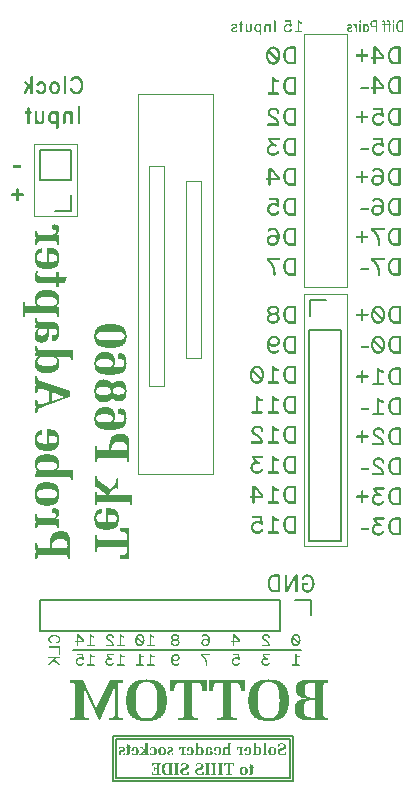
<source format=gbo>
%TF.GenerationSoftware,KiCad,Pcbnew,7.0.5-94-gd77180d9b5*%
%TF.CreationDate,2023-06-13T20:52:47-05:00*%
%TF.ProjectId,Tek P6860 Adapter v.2,54656b20-5036-4383-9630-204164617074,rev?*%
%TF.SameCoordinates,Original*%
%TF.FileFunction,Legend,Bot*%
%TF.FilePolarity,Positive*%
%FSLAX46Y46*%
G04 Gerber Fmt 4.6, Leading zero omitted, Abs format (unit mm)*
G04 Created by KiCad (PCBNEW 7.0.5-94-gd77180d9b5) date 2023-06-13 20:52:47*
%MOMM*%
%LPD*%
G01*
G04 APERTURE LIST*
%ADD10C,0.150000*%
%ADD11C,0.050000*%
%ADD12C,0.200000*%
%ADD13C,0.300000*%
%ADD14C,0.375000*%
%ADD15C,0.120000*%
%ADD16R,1.700000X1.700000*%
%ADD17O,1.700000X1.700000*%
%ADD18C,3.500000*%
%ADD19C,1.700000*%
%ADD20R,0.950000X0.550000*%
G04 APERTURE END LIST*
D10*
X26187400Y-77292200D02*
X40919400Y-77292200D01*
X40919400Y-80594200D01*
X26187400Y-80594200D01*
X26187400Y-77292200D01*
X22606000Y-69748400D02*
X41910000Y-69748400D01*
X19761200Y-27381200D02*
X22428200Y-27381200D01*
X22428200Y-29972000D01*
X19761200Y-29972000D01*
X19761200Y-27381200D01*
D11*
X42138600Y-17627600D02*
X45745400Y-17627600D01*
X45745400Y-38989000D01*
X42138600Y-38989000D01*
X42138600Y-17627600D01*
D10*
X42621200Y-40106600D02*
X42621200Y-41452800D01*
X42722800Y-65481200D02*
X41402000Y-65481200D01*
X25933400Y-77038200D02*
X41173400Y-77038200D01*
X41173400Y-80848200D01*
X25933400Y-80848200D01*
X25933400Y-77038200D01*
D11*
X19278600Y-26898600D02*
X22885400Y-26898600D01*
X22885400Y-33045400D01*
X19278600Y-33045400D01*
X19278600Y-26898600D01*
X42138600Y-39624000D02*
X45745400Y-39624000D01*
X45745400Y-60985400D01*
X42138600Y-60985400D01*
X42138600Y-39624000D01*
D10*
X22402800Y-32562800D02*
X21082000Y-32562800D01*
X42722800Y-65481200D02*
X42722800Y-66802000D01*
X42595800Y-42697400D02*
X45288200Y-42697400D01*
X45288200Y-60553600D01*
X42595800Y-60553600D01*
X42595800Y-42697400D01*
X42621200Y-40106600D02*
X43967400Y-40106600D01*
X22402800Y-31242000D02*
X22402800Y-32562800D01*
X19761200Y-65481200D02*
X40132000Y-65481200D01*
X40132000Y-68122800D01*
X19761200Y-68122800D01*
X19761200Y-65481200D01*
D12*
G36*
X17375405Y-31120897D02*
G01*
X17364573Y-31133477D01*
X17355982Y-31147035D01*
X17349632Y-31161572D01*
X17345523Y-31177088D01*
X17343656Y-31193583D01*
X17343531Y-31199299D01*
X17344652Y-31215996D01*
X17348013Y-31231739D01*
X17353616Y-31246530D01*
X17361460Y-31260367D01*
X17371545Y-31273252D01*
X17375405Y-31277335D01*
X17387821Y-31288291D01*
X17401165Y-31296981D01*
X17415436Y-31303404D01*
X17430634Y-31307560D01*
X17446760Y-31309449D01*
X17452341Y-31309575D01*
X17779871Y-31309575D01*
X17779871Y-31644432D01*
X17781004Y-31661141D01*
X17784405Y-31676924D01*
X17790072Y-31691779D01*
X17798006Y-31705706D01*
X17808207Y-31718706D01*
X17812111Y-31722834D01*
X17824678Y-31733790D01*
X17838197Y-31742480D01*
X17852670Y-31748903D01*
X17868096Y-31753059D01*
X17884475Y-31754948D01*
X17890147Y-31755074D01*
X17906843Y-31753940D01*
X17922587Y-31750540D01*
X17937378Y-31744873D01*
X17951215Y-31736939D01*
X17964099Y-31726738D01*
X17968182Y-31722834D01*
X17979014Y-31710143D01*
X17987605Y-31696524D01*
X17993955Y-31681978D01*
X17998064Y-31666505D01*
X17999931Y-31650105D01*
X18000056Y-31644432D01*
X18000056Y-31309575D01*
X18334913Y-31309575D01*
X18351623Y-31308441D01*
X18367405Y-31305041D01*
X18382260Y-31299374D01*
X18396187Y-31291440D01*
X18409188Y-31281239D01*
X18413315Y-31277335D01*
X18424271Y-31264768D01*
X18432961Y-31251248D01*
X18439384Y-31236776D01*
X18443540Y-31221350D01*
X18445429Y-31204971D01*
X18445555Y-31199299D01*
X18444421Y-31182478D01*
X18441021Y-31166635D01*
X18435354Y-31151772D01*
X18427420Y-31137887D01*
X18417219Y-31124982D01*
X18413315Y-31120897D01*
X18400624Y-31109941D01*
X18387005Y-31101251D01*
X18372460Y-31094828D01*
X18356986Y-31090672D01*
X18340586Y-31088783D01*
X18334913Y-31088657D01*
X18000056Y-31088657D01*
X18000056Y-30761494D01*
X17998935Y-30745072D01*
X17995574Y-30729603D01*
X17989971Y-30715087D01*
X17982127Y-30701525D01*
X17972042Y-30688915D01*
X17968182Y-30684924D01*
X17955616Y-30674092D01*
X17942096Y-30665501D01*
X17927623Y-30659151D01*
X17912197Y-30655042D01*
X17895818Y-30653174D01*
X17890147Y-30653050D01*
X17873450Y-30654171D01*
X17857706Y-30657532D01*
X17842916Y-30663135D01*
X17829078Y-30670979D01*
X17816194Y-30681064D01*
X17812111Y-30684924D01*
X17801155Y-30697215D01*
X17792465Y-30710460D01*
X17786042Y-30724658D01*
X17781886Y-30739810D01*
X17779997Y-30755914D01*
X17779871Y-30761494D01*
X17779871Y-31088657D01*
X17452341Y-31088657D01*
X17435907Y-31089791D01*
X17420399Y-31093191D01*
X17405819Y-31098858D01*
X17392166Y-31106792D01*
X17379441Y-31116993D01*
X17375405Y-31120897D01*
G37*
D10*
G36*
X33808581Y-68399863D02*
G01*
X33819967Y-68400429D01*
X33831418Y-68401480D01*
X33842934Y-68403016D01*
X33854514Y-68405037D01*
X33866158Y-68407544D01*
X33877866Y-68410536D01*
X33889639Y-68414013D01*
X33901477Y-68417975D01*
X33913379Y-68422422D01*
X33925345Y-68427354D01*
X33933311Y-68430889D01*
X33945254Y-68436624D01*
X33957188Y-68442879D01*
X33969114Y-68449653D01*
X33981030Y-68456947D01*
X33992939Y-68464760D01*
X34004838Y-68473092D01*
X34012767Y-68478936D01*
X34020691Y-68485011D01*
X34028612Y-68491316D01*
X34036529Y-68497853D01*
X34044442Y-68504620D01*
X34052351Y-68511618D01*
X34060140Y-68518918D01*
X34067754Y-68526593D01*
X34075192Y-68534642D01*
X34082454Y-68543064D01*
X34089541Y-68551861D01*
X34096452Y-68561031D01*
X34103188Y-68570576D01*
X34109748Y-68580494D01*
X34116133Y-68590787D01*
X34122342Y-68601453D01*
X34128376Y-68612494D01*
X34134234Y-68623909D01*
X34139916Y-68635697D01*
X34145423Y-68647860D01*
X34150754Y-68660396D01*
X34155910Y-68673307D01*
X34160790Y-68686502D01*
X34165356Y-68699952D01*
X34169606Y-68713658D01*
X34173541Y-68727620D01*
X34177162Y-68741838D01*
X34180468Y-68756311D01*
X34183459Y-68771040D01*
X34186135Y-68786025D01*
X34188497Y-68801265D01*
X34190543Y-68816761D01*
X34192275Y-68832513D01*
X34193691Y-68848520D01*
X34194793Y-68864784D01*
X34195581Y-68881302D01*
X34196053Y-68898077D01*
X34196210Y-68915107D01*
X34196200Y-68920041D01*
X34196082Y-68932266D01*
X34195832Y-68944336D01*
X34195452Y-68956251D01*
X34194940Y-68968011D01*
X34194298Y-68979617D01*
X34193524Y-68991067D01*
X34193172Y-68995602D01*
X34192149Y-69006825D01*
X34190925Y-69017880D01*
X34189497Y-69028768D01*
X34187867Y-69039490D01*
X34186034Y-69050044D01*
X34183998Y-69060432D01*
X34182201Y-69070923D01*
X34180228Y-69081269D01*
X34178079Y-69091470D01*
X34175755Y-69101525D01*
X34173255Y-69111436D01*
X34170580Y-69121202D01*
X34167729Y-69130823D01*
X34164703Y-69140299D01*
X34163136Y-69144975D01*
X34159136Y-69156439D01*
X34155017Y-69167582D01*
X34150779Y-69178402D01*
X34146421Y-69188900D01*
X34141944Y-69199077D01*
X34137348Y-69208931D01*
X34135442Y-69212763D01*
X34130571Y-69222208D01*
X34125544Y-69231463D01*
X34120362Y-69240526D01*
X34115025Y-69249399D01*
X34109533Y-69258081D01*
X34103886Y-69266573D01*
X34100389Y-69271511D01*
X34094483Y-69279502D01*
X34087270Y-69288698D01*
X34079920Y-69297465D01*
X34072433Y-69305803D01*
X34064808Y-69313711D01*
X34062208Y-69316265D01*
X34054351Y-69323802D01*
X34046408Y-69331149D01*
X34038380Y-69338307D01*
X34030265Y-69345277D01*
X34022065Y-69352058D01*
X34019313Y-69354265D01*
X34010998Y-69360637D01*
X34002597Y-69366630D01*
X33994111Y-69372246D01*
X33985538Y-69377484D01*
X33976880Y-69382344D01*
X33971034Y-69385359D01*
X33960876Y-69390451D01*
X33950811Y-69395310D01*
X33940840Y-69399934D01*
X33930963Y-69404326D01*
X33925284Y-69406642D01*
X33915346Y-69410384D01*
X33905409Y-69413728D01*
X33895471Y-69416675D01*
X33885533Y-69419224D01*
X33882700Y-69419886D01*
X33872872Y-69422034D01*
X33863185Y-69423926D01*
X33852286Y-69425773D01*
X33841570Y-69427284D01*
X33832378Y-69428426D01*
X33822132Y-69429388D01*
X33812160Y-69429983D01*
X33801270Y-69430215D01*
X33782291Y-69429844D01*
X33763763Y-69428731D01*
X33745685Y-69426875D01*
X33728058Y-69424277D01*
X33710881Y-69420937D01*
X33694154Y-69416854D01*
X33677877Y-69412030D01*
X33662051Y-69406463D01*
X33646675Y-69400153D01*
X33631750Y-69393102D01*
X33617275Y-69385308D01*
X33603250Y-69376772D01*
X33589675Y-69367494D01*
X33576551Y-69357473D01*
X33563877Y-69346710D01*
X33551653Y-69335205D01*
X33540000Y-69323205D01*
X33529099Y-69310960D01*
X33518950Y-69298468D01*
X33509552Y-69285730D01*
X33500906Y-69272746D01*
X33493012Y-69259516D01*
X33485870Y-69246040D01*
X33479480Y-69232318D01*
X33473841Y-69218349D01*
X33468954Y-69204134D01*
X33464819Y-69189673D01*
X33461436Y-69174966D01*
X33458805Y-69160013D01*
X33456925Y-69144814D01*
X33455798Y-69129368D01*
X33455422Y-69113677D01*
X33586580Y-69113677D01*
X33587078Y-69127219D01*
X33588572Y-69140461D01*
X33591062Y-69153403D01*
X33594549Y-69166044D01*
X33599031Y-69178384D01*
X33604509Y-69190424D01*
X33610983Y-69202164D01*
X33618454Y-69213602D01*
X33626920Y-69224741D01*
X33636383Y-69235579D01*
X33643244Y-69242637D01*
X33650475Y-69249410D01*
X33658063Y-69255746D01*
X33666008Y-69261645D01*
X33674309Y-69267107D01*
X33682967Y-69272132D01*
X33691982Y-69276720D01*
X33701354Y-69280871D01*
X33711083Y-69284585D01*
X33721168Y-69287863D01*
X33731611Y-69290703D01*
X33742410Y-69293106D01*
X33753566Y-69295073D01*
X33765079Y-69296602D01*
X33776948Y-69297694D01*
X33789175Y-69298350D01*
X33801758Y-69298568D01*
X33806252Y-69298523D01*
X33817536Y-69298007D01*
X33828892Y-69296920D01*
X33840319Y-69295260D01*
X33851818Y-69293027D01*
X33863389Y-69290222D01*
X33875031Y-69286845D01*
X33879693Y-69285280D01*
X33889150Y-69281555D01*
X33898783Y-69277037D01*
X33908590Y-69271725D01*
X33918574Y-69265618D01*
X33928733Y-69258719D01*
X33939067Y-69251025D01*
X33946933Y-69244734D01*
X33954898Y-69237996D01*
X33960176Y-69233273D01*
X33967850Y-69225882D01*
X33975232Y-69218121D01*
X33982321Y-69209991D01*
X33989119Y-69201491D01*
X33995625Y-69192623D01*
X34001839Y-69183385D01*
X34007761Y-69173778D01*
X34013391Y-69163802D01*
X34018729Y-69153456D01*
X34023775Y-69142741D01*
X34023775Y-69138589D01*
X34023571Y-69125027D01*
X34022958Y-69111940D01*
X34021937Y-69099328D01*
X34020508Y-69087191D01*
X34018671Y-69075530D01*
X34016425Y-69064343D01*
X34013770Y-69053632D01*
X34010708Y-69043396D01*
X34007237Y-69033635D01*
X34003358Y-69024349D01*
X33996773Y-69011310D01*
X33989270Y-68999341D01*
X33980848Y-68988441D01*
X33971507Y-68978610D01*
X33961189Y-68969706D01*
X33949926Y-68961677D01*
X33937718Y-68954525D01*
X33924566Y-68948248D01*
X33915274Y-68944550D01*
X33905561Y-68941241D01*
X33895429Y-68938322D01*
X33884877Y-68935791D01*
X33873905Y-68933650D01*
X33862513Y-68931899D01*
X33850702Y-68930536D01*
X33838471Y-68929563D01*
X33825820Y-68928979D01*
X33812749Y-68928785D01*
X33800639Y-68929009D01*
X33788794Y-68929682D01*
X33777215Y-68930803D01*
X33765900Y-68932372D01*
X33754851Y-68934390D01*
X33744067Y-68936856D01*
X33733548Y-68939771D01*
X33723295Y-68943134D01*
X33713307Y-68946945D01*
X33703584Y-68951205D01*
X33694126Y-68955914D01*
X33684934Y-68961071D01*
X33676006Y-68966676D01*
X33667344Y-68972729D01*
X33658948Y-68979231D01*
X33650816Y-68986182D01*
X33643037Y-68993377D01*
X33635761Y-69000676D01*
X33628986Y-69008078D01*
X33622713Y-69015583D01*
X33614244Y-69027033D01*
X33606905Y-69038715D01*
X33600694Y-69050629D01*
X33595613Y-69062775D01*
X33591661Y-69075152D01*
X33588838Y-69087762D01*
X33587145Y-69100603D01*
X33586580Y-69113677D01*
X33455422Y-69113677D01*
X33455832Y-69097491D01*
X33457063Y-69081601D01*
X33459114Y-69066006D01*
X33461986Y-69050708D01*
X33465678Y-69035705D01*
X33470191Y-69020998D01*
X33475524Y-69006587D01*
X33481678Y-68992471D01*
X33488652Y-68978651D01*
X33496447Y-68965127D01*
X33505062Y-68951899D01*
X33514498Y-68938967D01*
X33524754Y-68926330D01*
X33535831Y-68913989D01*
X33547728Y-68901944D01*
X33560446Y-68890194D01*
X33573738Y-68878926D01*
X33587359Y-68868384D01*
X33601307Y-68858570D01*
X33615584Y-68849482D01*
X33630189Y-68841122D01*
X33645122Y-68833488D01*
X33660383Y-68826581D01*
X33675973Y-68820402D01*
X33691891Y-68814949D01*
X33708137Y-68810224D01*
X33724711Y-68806225D01*
X33741613Y-68802954D01*
X33758844Y-68800409D01*
X33776403Y-68798592D01*
X33794290Y-68797501D01*
X33812505Y-68797138D01*
X33822467Y-68797227D01*
X33832296Y-68797497D01*
X33851553Y-68798573D01*
X33870276Y-68800366D01*
X33888464Y-68802878D01*
X33906118Y-68806106D01*
X33923238Y-68810052D01*
X33939824Y-68814716D01*
X33955875Y-68820097D01*
X33971392Y-68826195D01*
X33986375Y-68833011D01*
X34000824Y-68840544D01*
X34014738Y-68848795D01*
X34028118Y-68857763D01*
X34040963Y-68867449D01*
X34053275Y-68877852D01*
X34065052Y-68888973D01*
X34064993Y-68880171D01*
X34064682Y-68867161D01*
X34064105Y-68854382D01*
X34063262Y-68841836D01*
X34062153Y-68829521D01*
X34060778Y-68817438D01*
X34059137Y-68805587D01*
X34057229Y-68793968D01*
X34055055Y-68782581D01*
X34052615Y-68771425D01*
X34049909Y-68760501D01*
X34048939Y-68756904D01*
X34045928Y-68746354D01*
X34042768Y-68736170D01*
X34039457Y-68726350D01*
X34035996Y-68716896D01*
X34032384Y-68707806D01*
X34027335Y-68696254D01*
X34022019Y-68685351D01*
X34016436Y-68675097D01*
X34010586Y-68665491D01*
X34004487Y-68656297D01*
X33998282Y-68647402D01*
X33991970Y-68638804D01*
X33985551Y-68630503D01*
X33979025Y-68622500D01*
X33972392Y-68614795D01*
X33965653Y-68607388D01*
X33958806Y-68600278D01*
X33955349Y-68596821D01*
X33946638Y-68588656D01*
X33937832Y-68581170D01*
X33928930Y-68574364D01*
X33919933Y-68568237D01*
X33910841Y-68562791D01*
X33901653Y-68558024D01*
X33897951Y-68556285D01*
X33888886Y-68552212D01*
X33878370Y-68547844D01*
X33868249Y-68544043D01*
X33858523Y-68540809D01*
X33847676Y-68537752D01*
X33844667Y-68536983D01*
X33834345Y-68534682D01*
X33824351Y-68532989D01*
X33813329Y-68531798D01*
X33802735Y-68531402D01*
X33796807Y-68531468D01*
X33787042Y-68531875D01*
X33775513Y-68532851D01*
X33764190Y-68534359D01*
X33753074Y-68536400D01*
X33742163Y-68538973D01*
X33735080Y-68540832D01*
X33725142Y-68543720D01*
X33714590Y-68547241D01*
X33705160Y-68550926D01*
X33695757Y-68555337D01*
X33690409Y-68558151D01*
X33681144Y-68563545D01*
X33672343Y-68569365D01*
X33664005Y-68575610D01*
X33660555Y-68578373D01*
X33652642Y-68584869D01*
X33644954Y-68591730D01*
X33644351Y-68592303D01*
X33637138Y-68599301D01*
X33635896Y-68601135D01*
X33629055Y-68609445D01*
X33621165Y-68616324D01*
X33612226Y-68621771D01*
X33602761Y-68625635D01*
X33592350Y-68628233D01*
X33581939Y-68629099D01*
X33572231Y-68628427D01*
X33562644Y-68626412D01*
X33553241Y-68622993D01*
X33544570Y-68618108D01*
X33536268Y-68611819D01*
X33529372Y-68604708D01*
X33522955Y-68595088D01*
X33518564Y-68584283D01*
X33516453Y-68574374D01*
X33515750Y-68563642D01*
X33516018Y-68557689D01*
X33517853Y-68547366D01*
X33521428Y-68537545D01*
X33526741Y-68528226D01*
X33530941Y-68522423D01*
X33536999Y-68514549D01*
X33538230Y-68512921D01*
X33544870Y-68504993D01*
X33551653Y-68497559D01*
X33558981Y-68489880D01*
X33564038Y-68484814D01*
X33571700Y-68477882D01*
X33580040Y-68471137D01*
X33589058Y-68464578D01*
X33597327Y-68459106D01*
X33601639Y-68456406D01*
X33610587Y-68451019D01*
X33619963Y-68445650D01*
X33629769Y-68440297D01*
X33640005Y-68434962D01*
X33648862Y-68430529D01*
X33654321Y-68427925D01*
X33663868Y-68423813D01*
X33673975Y-68419987D01*
X33684643Y-68416447D01*
X33695871Y-68413194D01*
X33707660Y-68410227D01*
X33717494Y-68408059D01*
X33727508Y-68406113D01*
X33737644Y-68404426D01*
X33747903Y-68402999D01*
X33758283Y-68401831D01*
X33768785Y-68400922D01*
X33779410Y-68400274D01*
X33790157Y-68399884D01*
X33801025Y-68399755D01*
X33808581Y-68399863D01*
G37*
G36*
X34192547Y-70198945D02*
G01*
X34199104Y-70191426D01*
X34205039Y-70181938D01*
X34209128Y-70171678D01*
X34211371Y-70160647D01*
X34211842Y-70152295D01*
X34211163Y-70142246D01*
X34208657Y-70131281D01*
X34204305Y-70121135D01*
X34198105Y-70111807D01*
X34192547Y-70105644D01*
X34185019Y-70099087D01*
X34175499Y-70093152D01*
X34165184Y-70089063D01*
X34154074Y-70086820D01*
X34145652Y-70086349D01*
X33527718Y-70086349D01*
X33517660Y-70087105D01*
X33506664Y-70089897D01*
X33496462Y-70094745D01*
X33488351Y-70100538D01*
X33480823Y-70107843D01*
X33474266Y-70115897D01*
X33468330Y-70125511D01*
X33464241Y-70135358D01*
X33461999Y-70145439D01*
X33461528Y-70152783D01*
X33461528Y-70232651D01*
X33462301Y-70242643D01*
X33464619Y-70252288D01*
X33468483Y-70261586D01*
X33471297Y-70266600D01*
X33477102Y-70274932D01*
X33484277Y-70282784D01*
X33492215Y-70289157D01*
X33494745Y-70290781D01*
X33503428Y-70295746D01*
X33511998Y-70301265D01*
X33515994Y-70303970D01*
X33524008Y-70309679D01*
X33531882Y-70315684D01*
X33539664Y-70321816D01*
X33548555Y-70328974D01*
X33556466Y-70335439D01*
X33565087Y-70342560D01*
X33574009Y-70350048D01*
X33582825Y-70357734D01*
X33591534Y-70365618D01*
X33600136Y-70373701D01*
X33608631Y-70381982D01*
X33617019Y-70390462D01*
X33625300Y-70399140D01*
X33633475Y-70408017D01*
X33641634Y-70417371D01*
X33647884Y-70424882D01*
X33654245Y-70432818D01*
X33660718Y-70441179D01*
X33667302Y-70449966D01*
X33673999Y-70459177D01*
X33680806Y-70468814D01*
X33687726Y-70478875D01*
X33694757Y-70489361D01*
X33701899Y-70500273D01*
X33704305Y-70504005D01*
X33711444Y-70515337D01*
X33718390Y-70526802D01*
X33725143Y-70538401D01*
X33731702Y-70550132D01*
X33738069Y-70561997D01*
X33744242Y-70573994D01*
X33750222Y-70586125D01*
X33756008Y-70598389D01*
X33761602Y-70610786D01*
X33767002Y-70623316D01*
X33770495Y-70631744D01*
X33775597Y-70644624D01*
X33780553Y-70657984D01*
X33785363Y-70671826D01*
X33788488Y-70681321D01*
X33791549Y-70691030D01*
X33794545Y-70700952D01*
X33797476Y-70711088D01*
X33800342Y-70721438D01*
X33803143Y-70732001D01*
X33805879Y-70742779D01*
X33808551Y-70753770D01*
X33811157Y-70764974D01*
X33813699Y-70776393D01*
X33816176Y-70788025D01*
X33817390Y-70793921D01*
X33819726Y-70805771D01*
X33821912Y-70817692D01*
X33823947Y-70829684D01*
X33825831Y-70841747D01*
X33827565Y-70853880D01*
X33829148Y-70866083D01*
X33830580Y-70878357D01*
X33831861Y-70890702D01*
X33832992Y-70903117D01*
X33833971Y-70915603D01*
X33834800Y-70928160D01*
X33835479Y-70940787D01*
X33836006Y-70953485D01*
X33836383Y-70966253D01*
X33836609Y-70979092D01*
X33836685Y-70992002D01*
X33836685Y-71036210D01*
X33837363Y-71046268D01*
X33839869Y-71057264D01*
X33844222Y-71067465D01*
X33850421Y-71076872D01*
X33855980Y-71083104D01*
X33863416Y-71089662D01*
X33872829Y-71095597D01*
X33883037Y-71099686D01*
X33894040Y-71101928D01*
X33902386Y-71102400D01*
X33912352Y-71101721D01*
X33923242Y-71099215D01*
X33933336Y-71094862D01*
X33942636Y-71088663D01*
X33948792Y-71083104D01*
X33955267Y-71075577D01*
X33961127Y-71066056D01*
X33965164Y-71055741D01*
X33967378Y-71044632D01*
X33967843Y-71036210D01*
X33967843Y-70991757D01*
X33967744Y-70975928D01*
X33967446Y-70960189D01*
X33966950Y-70944542D01*
X33966256Y-70928987D01*
X33965363Y-70913523D01*
X33964271Y-70898151D01*
X33962981Y-70882871D01*
X33961493Y-70867682D01*
X33959806Y-70852585D01*
X33957921Y-70837579D01*
X33955837Y-70822665D01*
X33953555Y-70807843D01*
X33951074Y-70793112D01*
X33948395Y-70778472D01*
X33945518Y-70763925D01*
X33942442Y-70749469D01*
X33939224Y-70735166D01*
X33935920Y-70721140D01*
X33932530Y-70707391D01*
X33929054Y-70693919D01*
X33925493Y-70680723D01*
X33921845Y-70667804D01*
X33918112Y-70655161D01*
X33914293Y-70642796D01*
X33910388Y-70630706D01*
X33906397Y-70618894D01*
X33902320Y-70607358D01*
X33898158Y-70596099D01*
X33893909Y-70585117D01*
X33889575Y-70574411D01*
X33885155Y-70563982D01*
X33880648Y-70553830D01*
X33876046Y-70543822D01*
X33871337Y-70533886D01*
X33866521Y-70524023D01*
X33861598Y-70514232D01*
X33856568Y-70504514D01*
X33851431Y-70494868D01*
X33846187Y-70485295D01*
X33840837Y-70475794D01*
X33835380Y-70466366D01*
X33829815Y-70457011D01*
X33824144Y-70447728D01*
X33818367Y-70438517D01*
X33812482Y-70429379D01*
X33806490Y-70420313D01*
X33800392Y-70411320D01*
X33794187Y-70402400D01*
X33787941Y-70393636D01*
X33781784Y-70385116D01*
X33775714Y-70376837D01*
X33769732Y-70368801D01*
X33763837Y-70361007D01*
X33755161Y-70349771D01*
X33746681Y-70339080D01*
X33738399Y-70328934D01*
X33730315Y-70319333D01*
X33722428Y-70310278D01*
X33714739Y-70301768D01*
X33707247Y-70293803D01*
X33704794Y-70291269D01*
X33697403Y-70283819D01*
X33689979Y-70276488D01*
X33682520Y-70269279D01*
X33675027Y-70262189D01*
X33667499Y-70255219D01*
X33659937Y-70248370D01*
X33652341Y-70241641D01*
X33644710Y-70235032D01*
X33637045Y-70228543D01*
X33629345Y-70222175D01*
X33624193Y-70217996D01*
X34145652Y-70217996D01*
X34155710Y-70217326D01*
X34166706Y-70214852D01*
X34176907Y-70210554D01*
X34186314Y-70204434D01*
X34192547Y-70198945D01*
G37*
G36*
X21179483Y-69136571D02*
G01*
X21180161Y-69146455D01*
X21182667Y-69157269D01*
X21187020Y-69167312D01*
X21193219Y-69176583D01*
X21198778Y-69182733D01*
X21206214Y-69189208D01*
X21215627Y-69195068D01*
X21225835Y-69199105D01*
X21236838Y-69201319D01*
X21245184Y-69201784D01*
X21256567Y-69201063D01*
X21266932Y-69199360D01*
X21278096Y-69196655D01*
X21287602Y-69193770D01*
X21297620Y-69190244D01*
X21308149Y-69186076D01*
X21319189Y-69181268D01*
X21330539Y-69175917D01*
X21341996Y-69170002D01*
X21350658Y-69165195D01*
X21359381Y-69160070D01*
X21368163Y-69154628D01*
X21377006Y-69148867D01*
X21385909Y-69142790D01*
X21394872Y-69136394D01*
X21403895Y-69129681D01*
X21412979Y-69122650D01*
X21421968Y-69115248D01*
X21430707Y-69107331D01*
X21439198Y-69098899D01*
X21447440Y-69089952D01*
X21455433Y-69080489D01*
X21463176Y-69070511D01*
X21470671Y-69060018D01*
X21477917Y-69049010D01*
X21484913Y-69037487D01*
X21491661Y-69025449D01*
X21496021Y-69017137D01*
X21502132Y-69004429D01*
X21507642Y-68991494D01*
X21512551Y-68978331D01*
X21516858Y-68964941D01*
X21520565Y-68951323D01*
X21523670Y-68937478D01*
X21526175Y-68923405D01*
X21528078Y-68909105D01*
X21529380Y-68894577D01*
X21529915Y-68884765D01*
X21530182Y-68874853D01*
X21530215Y-68869858D01*
X21530065Y-68859107D01*
X21529613Y-68848469D01*
X21528861Y-68837944D01*
X21527807Y-68827532D01*
X21526453Y-68817233D01*
X21524797Y-68807047D01*
X21522841Y-68796974D01*
X21520583Y-68787014D01*
X21518024Y-68777167D01*
X21515165Y-68767434D01*
X21512004Y-68757813D01*
X21508543Y-68748305D01*
X21504780Y-68738911D01*
X21500716Y-68729629D01*
X21496352Y-68720461D01*
X21491686Y-68711406D01*
X21486719Y-68702463D01*
X21481452Y-68693634D01*
X21475883Y-68684918D01*
X21470013Y-68676315D01*
X21463843Y-68667825D01*
X21457371Y-68659448D01*
X21450598Y-68651184D01*
X21443524Y-68643033D01*
X21436150Y-68634995D01*
X21428474Y-68627070D01*
X21420497Y-68619259D01*
X21412219Y-68611560D01*
X21403640Y-68603974D01*
X21394761Y-68596502D01*
X21385580Y-68589142D01*
X21376098Y-68581896D01*
X21366414Y-68574833D01*
X21356627Y-68567995D01*
X21346737Y-68561381D01*
X21336744Y-68554991D01*
X21326648Y-68548825D01*
X21316449Y-68542884D01*
X21306147Y-68537167D01*
X21295742Y-68531673D01*
X21285234Y-68526405D01*
X21274623Y-68521360D01*
X21263909Y-68516539D01*
X21253091Y-68511943D01*
X21242171Y-68507571D01*
X21231148Y-68503423D01*
X21220021Y-68499500D01*
X21208792Y-68495800D01*
X21197459Y-68492325D01*
X21186024Y-68489074D01*
X21174485Y-68486047D01*
X21162843Y-68483245D01*
X21151099Y-68480666D01*
X21139251Y-68478312D01*
X21127300Y-68476182D01*
X21115247Y-68474276D01*
X21103090Y-68472595D01*
X21090830Y-68471137D01*
X21078467Y-68469904D01*
X21066001Y-68468895D01*
X21053432Y-68468111D01*
X21040760Y-68467550D01*
X21027985Y-68467214D01*
X21015107Y-68467102D01*
X20998380Y-68467300D01*
X20981783Y-68467896D01*
X20965316Y-68468888D01*
X20948978Y-68470277D01*
X20932771Y-68472063D01*
X20916693Y-68474246D01*
X20900744Y-68476826D01*
X20884926Y-68479802D01*
X20869237Y-68483176D01*
X20853678Y-68486946D01*
X20838249Y-68491114D01*
X20822949Y-68495678D01*
X20807779Y-68500639D01*
X20792739Y-68505997D01*
X20777829Y-68511752D01*
X20763048Y-68517904D01*
X20748480Y-68524422D01*
X20734266Y-68531277D01*
X20720407Y-68538466D01*
X20706903Y-68545992D01*
X20693754Y-68553854D01*
X20680960Y-68562051D01*
X20668521Y-68570584D01*
X20656436Y-68579453D01*
X20644707Y-68588658D01*
X20633333Y-68598199D01*
X20622313Y-68608076D01*
X20611648Y-68618288D01*
X20601339Y-68628836D01*
X20591384Y-68639720D01*
X20581784Y-68650940D01*
X20572539Y-68662496D01*
X20563725Y-68674339D01*
X20555480Y-68686359D01*
X20547804Y-68698557D01*
X20540696Y-68710932D01*
X20534157Y-68723485D01*
X20528186Y-68736215D01*
X20522784Y-68749123D01*
X20517951Y-68762208D01*
X20513686Y-68775471D01*
X20509990Y-68788911D01*
X20506863Y-68802528D01*
X20504304Y-68816323D01*
X20502314Y-68830296D01*
X20500892Y-68844446D01*
X20500039Y-68858773D01*
X20499755Y-68873278D01*
X20499948Y-68885295D01*
X20500527Y-68897166D01*
X20501493Y-68908891D01*
X20502846Y-68920470D01*
X20504585Y-68931903D01*
X20506710Y-68943190D01*
X20509221Y-68954331D01*
X20512119Y-68965327D01*
X20515404Y-68976176D01*
X20519075Y-68986879D01*
X20521737Y-68993934D01*
X20525901Y-69004293D01*
X20530151Y-69014215D01*
X20534488Y-69023699D01*
X20538910Y-69032745D01*
X20544940Y-69044125D01*
X20551122Y-69054727D01*
X20557457Y-69064550D01*
X20563945Y-69073595D01*
X20570585Y-69081861D01*
X20577382Y-69089707D01*
X20584461Y-69097370D01*
X20591823Y-69104850D01*
X20599467Y-69112147D01*
X20607393Y-69119261D01*
X20615602Y-69126191D01*
X20624093Y-69132938D01*
X20632867Y-69139502D01*
X20641450Y-69145723D01*
X20651245Y-69152618D01*
X20660002Y-69158536D01*
X20669141Y-69164346D01*
X20677915Y-69169345D01*
X20682937Y-69171742D01*
X20692301Y-69175820D01*
X20701660Y-69179609D01*
X20708094Y-69182001D01*
X20717711Y-69184839D01*
X20728015Y-69186116D01*
X20730076Y-69186153D01*
X20740135Y-69185420D01*
X20749798Y-69183222D01*
X20759064Y-69179558D01*
X20767933Y-69174429D01*
X20775841Y-69168201D01*
X20782466Y-69160996D01*
X20787809Y-69152814D01*
X20791869Y-69143654D01*
X20794193Y-69134011D01*
X20794556Y-69132664D01*
X20796008Y-69122724D01*
X20796021Y-69121673D01*
X20795334Y-69111521D01*
X20793274Y-69101828D01*
X20789839Y-69092592D01*
X20785030Y-69083815D01*
X20779107Y-69075908D01*
X20771422Y-69068545D01*
X20762655Y-69062804D01*
X20756210Y-69059879D01*
X20746593Y-69055437D01*
X20737294Y-69050641D01*
X20729343Y-69046202D01*
X20720387Y-69040487D01*
X20712246Y-69034600D01*
X20704449Y-69028549D01*
X20695897Y-69021571D01*
X20689776Y-69016404D01*
X20682058Y-69009358D01*
X20674782Y-69001501D01*
X20667948Y-68992834D01*
X20661554Y-68983355D01*
X20655602Y-68973065D01*
X20651158Y-68964249D01*
X20648010Y-68957297D01*
X20644117Y-68947753D01*
X20640744Y-68937926D01*
X20637889Y-68927816D01*
X20635554Y-68917425D01*
X20633737Y-68906750D01*
X20632440Y-68895794D01*
X20631661Y-68884555D01*
X20631402Y-68873033D01*
X20631830Y-68859722D01*
X20633115Y-68846594D01*
X20635257Y-68833649D01*
X20638256Y-68820888D01*
X20642111Y-68808309D01*
X20646823Y-68795914D01*
X20652392Y-68783702D01*
X20658818Y-68771673D01*
X20666100Y-68759827D01*
X20674239Y-68748164D01*
X20683235Y-68736685D01*
X20693088Y-68725389D01*
X20703798Y-68714276D01*
X20715364Y-68703346D01*
X20727787Y-68692599D01*
X20741067Y-68682035D01*
X20754960Y-68671891D01*
X20769284Y-68662401D01*
X20784040Y-68653565D01*
X20799227Y-68645384D01*
X20814845Y-68637857D01*
X20830895Y-68630985D01*
X20847375Y-68624767D01*
X20864287Y-68619204D01*
X20881630Y-68614295D01*
X20899405Y-68610041D01*
X20917610Y-68606441D01*
X20936247Y-68603496D01*
X20955315Y-68601205D01*
X20974815Y-68599569D01*
X20984726Y-68598996D01*
X20994745Y-68598587D01*
X21004872Y-68598342D01*
X21015107Y-68598260D01*
X21025327Y-68598342D01*
X21035440Y-68598586D01*
X21045447Y-68598994D01*
X21055346Y-68599565D01*
X21065139Y-68600299D01*
X21084403Y-68602257D01*
X21103241Y-68604868D01*
X21121650Y-68608131D01*
X21139633Y-68612046D01*
X21157188Y-68616614D01*
X21174315Y-68621835D01*
X21191015Y-68627708D01*
X21207288Y-68634234D01*
X21223133Y-68641412D01*
X21238551Y-68649243D01*
X21253542Y-68657727D01*
X21268105Y-68666863D01*
X21282240Y-68676652D01*
X21289148Y-68681791D01*
X21302398Y-68692344D01*
X21314793Y-68703059D01*
X21326334Y-68713937D01*
X21337019Y-68724976D01*
X21346850Y-68736178D01*
X21355826Y-68747542D01*
X21363947Y-68759068D01*
X21371213Y-68770757D01*
X21377625Y-68782607D01*
X21383181Y-68794620D01*
X21387883Y-68806795D01*
X21391730Y-68819132D01*
X21394722Y-68831631D01*
X21396859Y-68844293D01*
X21398141Y-68857117D01*
X21398568Y-68870102D01*
X21398271Y-68880887D01*
X21397378Y-68891504D01*
X21395889Y-68901953D01*
X21393806Y-68912234D01*
X21391127Y-68922348D01*
X21387852Y-68932293D01*
X21383982Y-68942070D01*
X21379517Y-68951680D01*
X21374568Y-68960991D01*
X21369366Y-68969876D01*
X21363913Y-68978333D01*
X21358207Y-68986362D01*
X21350721Y-68995798D01*
X21342842Y-69004566D01*
X21334569Y-69012666D01*
X21332867Y-69014206D01*
X21324338Y-69021588D01*
X21315999Y-69028469D01*
X21307851Y-69034849D01*
X21299894Y-69040729D01*
X21290598Y-69047123D01*
X21281576Y-69052796D01*
X21272866Y-69057831D01*
X21263378Y-69062771D01*
X21253421Y-69067187D01*
X21243351Y-69070585D01*
X21241276Y-69071114D01*
X21231110Y-69072746D01*
X21221374Y-69075808D01*
X21212067Y-69080302D01*
X21210257Y-69081373D01*
X21201871Y-69087522D01*
X21194725Y-69094672D01*
X21188819Y-69102825D01*
X21187787Y-69104576D01*
X21183408Y-69113787D01*
X21180650Y-69123714D01*
X21179515Y-69134357D01*
X21179483Y-69136571D01*
G37*
G36*
X20525644Y-69452377D02*
G01*
X20519087Y-69459888D01*
X20513152Y-69469345D01*
X20509063Y-69479549D01*
X20506820Y-69490502D01*
X20506349Y-69498784D01*
X20507028Y-69508750D01*
X20509534Y-69519639D01*
X20513886Y-69529734D01*
X20520086Y-69539034D01*
X20525644Y-69545190D01*
X20533181Y-69551747D01*
X20542733Y-69557683D01*
X20553103Y-69561771D01*
X20564291Y-69564014D01*
X20572783Y-69564485D01*
X21390753Y-69564485D01*
X21390753Y-70070800D01*
X21391431Y-70080850D01*
X21393937Y-70091814D01*
X21398290Y-70101960D01*
X21404489Y-70111289D01*
X21410048Y-70117451D01*
X21417492Y-70124008D01*
X21426938Y-70129944D01*
X21437201Y-70134032D01*
X21448282Y-70136275D01*
X21456698Y-70136746D01*
X21466673Y-70136068D01*
X21477594Y-70133561D01*
X21487744Y-70129209D01*
X21497122Y-70123009D01*
X21503349Y-70117451D01*
X21509823Y-70110015D01*
X21515683Y-70100601D01*
X21519720Y-70090393D01*
X21521934Y-70079390D01*
X21522400Y-70071045D01*
X21522400Y-69499272D01*
X21521476Y-69489202D01*
X21518706Y-69479297D01*
X21514090Y-69469554D01*
X21508663Y-69461334D01*
X21503104Y-69454576D01*
X21495577Y-69447354D01*
X21487465Y-69441627D01*
X21477264Y-69436833D01*
X21466268Y-69434073D01*
X21456210Y-69433326D01*
X20572783Y-69433326D01*
X20562642Y-69433996D01*
X20551571Y-69436471D01*
X20541318Y-69440768D01*
X20531883Y-69446889D01*
X20525644Y-69452377D01*
G37*
G36*
X21509943Y-71022126D02*
G01*
X21515393Y-71013608D01*
X21519285Y-71004419D01*
X21521621Y-70994557D01*
X21522400Y-70984024D01*
X21521505Y-70973978D01*
X21518821Y-70963990D01*
X21514828Y-70954959D01*
X21509619Y-70946559D01*
X21502787Y-70938365D01*
X21494800Y-70931268D01*
X21024144Y-70603005D01*
X21163363Y-70461345D01*
X21456210Y-70461345D01*
X21466268Y-70460666D01*
X21477264Y-70458160D01*
X21487465Y-70453807D01*
X21496872Y-70447608D01*
X21503104Y-70442049D01*
X21509662Y-70434613D01*
X21515597Y-70425200D01*
X21519686Y-70414992D01*
X21521928Y-70403989D01*
X21522400Y-70395643D01*
X21521721Y-70385751D01*
X21519215Y-70374906D01*
X21514862Y-70364808D01*
X21508663Y-70355458D01*
X21503104Y-70349237D01*
X21495577Y-70342763D01*
X21486056Y-70336902D01*
X21475741Y-70332865D01*
X21464632Y-70330651D01*
X21456210Y-70330186D01*
X20572783Y-70330186D01*
X20562642Y-70330856D01*
X20551571Y-70333330D01*
X20541318Y-70337628D01*
X20531883Y-70343749D01*
X20525644Y-70349237D01*
X20519087Y-70356748D01*
X20513152Y-70366204D01*
X20509063Y-70376409D01*
X20506820Y-70387362D01*
X20506349Y-70395643D01*
X20507028Y-70405610D01*
X20509534Y-70416499D01*
X20513886Y-70426593D01*
X20520086Y-70435893D01*
X20525644Y-70442049D01*
X20533181Y-70448607D01*
X20542733Y-70454542D01*
X20553103Y-70458631D01*
X20564291Y-70460874D01*
X20572783Y-70461345D01*
X20978471Y-70461345D01*
X20525889Y-70920765D01*
X20519134Y-70928436D01*
X20513890Y-70936794D01*
X20511234Y-70942747D01*
X20508257Y-70952090D01*
X20506583Y-70962210D01*
X20506349Y-70967660D01*
X20507174Y-70977506D01*
X20507815Y-70980605D01*
X20510319Y-70990378D01*
X20511234Y-70993061D01*
X20515629Y-71002155D01*
X20517340Y-71004541D01*
X20523706Y-71012143D01*
X20525889Y-71014310D01*
X20533445Y-71020916D01*
X20541826Y-71026080D01*
X20547871Y-71028721D01*
X20557213Y-71031697D01*
X20567334Y-71033372D01*
X20572783Y-71033606D01*
X20582833Y-71032927D01*
X20593797Y-71030421D01*
X20603943Y-71026068D01*
X20613272Y-71019869D01*
X20619434Y-71014310D01*
X20930111Y-70698016D01*
X21417375Y-71037269D01*
X21426030Y-71042505D01*
X21435388Y-71046245D01*
X21445448Y-71048489D01*
X21456210Y-71049237D01*
X21466534Y-71048342D01*
X21476685Y-71045658D01*
X21485763Y-71041666D01*
X21494316Y-71036504D01*
X21502678Y-71029835D01*
X21509943Y-71022126D01*
G37*
G36*
X41381040Y-28918731D02*
G01*
X41395927Y-28922094D01*
X41410533Y-28928228D01*
X41424858Y-28937131D01*
X41436914Y-28946967D01*
X41438852Y-28948788D01*
X41449190Y-28960243D01*
X41457313Y-28972599D01*
X41463990Y-28988154D01*
X41467313Y-29002464D01*
X41468421Y-29017675D01*
X41468421Y-30342815D01*
X41467723Y-30353734D01*
X41464402Y-30368781D01*
X41458347Y-30383547D01*
X41449556Y-30398033D01*
X41439845Y-30410226D01*
X41428691Y-30421058D01*
X41416661Y-30429649D01*
X41401519Y-30436839D01*
X41385185Y-30440979D01*
X41370235Y-30442100D01*
X40945619Y-30442100D01*
X40930129Y-30441745D01*
X40914432Y-30440680D01*
X40898530Y-30438905D01*
X40882421Y-30436421D01*
X40866107Y-30433227D01*
X40849586Y-30429323D01*
X40832859Y-30424709D01*
X40815926Y-30419385D01*
X40798656Y-30413174D01*
X40781099Y-30405898D01*
X40767743Y-30399743D01*
X40754227Y-30392988D01*
X40740549Y-30385635D01*
X40726711Y-30377682D01*
X40712711Y-30369131D01*
X40698551Y-30359981D01*
X40684229Y-30350232D01*
X40669747Y-30339884D01*
X40660103Y-30332640D01*
X40645878Y-30321397D01*
X40631943Y-30309705D01*
X40618297Y-30297561D01*
X40604942Y-30284966D01*
X40591876Y-30271921D01*
X40579100Y-30258425D01*
X40566614Y-30244478D01*
X40554418Y-30230080D01*
X40542512Y-30215232D01*
X40530895Y-30199933D01*
X40523287Y-30189377D01*
X40512197Y-30172770D01*
X40501494Y-30155236D01*
X40491177Y-30136775D01*
X40481247Y-30117386D01*
X40474841Y-30103945D01*
X40468607Y-30090092D01*
X40462545Y-30075827D01*
X40456655Y-30061149D01*
X40450936Y-30046060D01*
X40445389Y-30030558D01*
X40440014Y-30014644D01*
X40434810Y-29998318D01*
X40429778Y-29981580D01*
X40424943Y-29964518D01*
X40420419Y-29947222D01*
X40416207Y-29929690D01*
X40412307Y-29911925D01*
X40408719Y-29893924D01*
X40405444Y-29875689D01*
X40402480Y-29857219D01*
X40399828Y-29838514D01*
X40397488Y-29819575D01*
X40395460Y-29800401D01*
X40393744Y-29780992D01*
X40392340Y-29761349D01*
X40391248Y-29741471D01*
X40390469Y-29721358D01*
X40390001Y-29701010D01*
X40389845Y-29680428D01*
X40389848Y-29680062D01*
X40586582Y-29680062D01*
X40586612Y-29688461D01*
X40586853Y-29705096D01*
X40587334Y-29721514D01*
X40588055Y-29737714D01*
X40589017Y-29753697D01*
X40590219Y-29769462D01*
X40591661Y-29785009D01*
X40593344Y-29800339D01*
X40595268Y-29815452D01*
X40597431Y-29830347D01*
X40599836Y-29845024D01*
X40602480Y-29859484D01*
X40606898Y-29880766D01*
X40611857Y-29901559D01*
X40617357Y-29921862D01*
X40623168Y-29941427D01*
X40629198Y-29960142D01*
X40635447Y-29978006D01*
X40641915Y-29995021D01*
X40648602Y-30011185D01*
X40655507Y-30026499D01*
X40662632Y-30040964D01*
X40669976Y-30054578D01*
X40680108Y-30071408D01*
X40690630Y-30086726D01*
X40701506Y-30100980D01*
X40712703Y-30114616D01*
X40724221Y-30127633D01*
X40736059Y-30140032D01*
X40748218Y-30151813D01*
X40760697Y-30162976D01*
X40773497Y-30173520D01*
X40786617Y-30183446D01*
X40793202Y-30188106D01*
X40806036Y-30196807D01*
X40818424Y-30204684D01*
X40833280Y-30213371D01*
X40847439Y-30220770D01*
X40863509Y-30227948D01*
X40878575Y-30233272D01*
X40883344Y-30234647D01*
X40899430Y-30238762D01*
X40914570Y-30241790D01*
X40930713Y-30243919D01*
X40945619Y-30244629D01*
X41271683Y-30244629D01*
X41271683Y-29115494D01*
X40945619Y-29115494D01*
X40942008Y-29115540D01*
X40926793Y-29116639D01*
X40910341Y-29119204D01*
X40894931Y-29122650D01*
X40878575Y-29127218D01*
X40871167Y-29129586D01*
X40855600Y-29135751D01*
X40841859Y-29142345D01*
X40827421Y-29150263D01*
X40812285Y-29159504D01*
X40799675Y-29167850D01*
X40786617Y-29177044D01*
X40773497Y-29186884D01*
X40760697Y-29197354D01*
X40748218Y-29208454D01*
X40736059Y-29220183D01*
X40724221Y-29232542D01*
X40712703Y-29245531D01*
X40701506Y-29259149D01*
X40690630Y-29273397D01*
X40687963Y-29277086D01*
X40677539Y-29292791D01*
X40669976Y-29305569D01*
X40662632Y-29319203D01*
X40655507Y-29333694D01*
X40648602Y-29349042D01*
X40641915Y-29365246D01*
X40635447Y-29382307D01*
X40629198Y-29400224D01*
X40623168Y-29418998D01*
X40617357Y-29438628D01*
X40615463Y-29445319D01*
X40610144Y-29465722D01*
X40605366Y-29486620D01*
X40601128Y-29508015D01*
X40598604Y-29522554D01*
X40596319Y-29537313D01*
X40594276Y-29552292D01*
X40592473Y-29567492D01*
X40590910Y-29582912D01*
X40589588Y-29598553D01*
X40588506Y-29614414D01*
X40587664Y-29630495D01*
X40587063Y-29646797D01*
X40586702Y-29663319D01*
X40586582Y-29680062D01*
X40389848Y-29680062D01*
X40390001Y-29659802D01*
X40390469Y-29639413D01*
X40391248Y-29619261D01*
X40392340Y-29599347D01*
X40393744Y-29579671D01*
X40395460Y-29560232D01*
X40397488Y-29541031D01*
X40399828Y-29522067D01*
X40402480Y-29503341D01*
X40405444Y-29484853D01*
X40408719Y-29466602D01*
X40412307Y-29448588D01*
X40416207Y-29430812D01*
X40420419Y-29413274D01*
X40424943Y-29395974D01*
X40429778Y-29378910D01*
X40432273Y-29370467D01*
X40437390Y-29353892D01*
X40442680Y-29337732D01*
X40448141Y-29321987D01*
X40453774Y-29306657D01*
X40459578Y-29291742D01*
X40465555Y-29277242D01*
X40471703Y-29263157D01*
X40478022Y-29249487D01*
X40487824Y-29229760D01*
X40498012Y-29210967D01*
X40508587Y-29193108D01*
X40519548Y-29176183D01*
X40530895Y-29160191D01*
X40538607Y-29149943D01*
X40550417Y-29134951D01*
X40562517Y-29120417D01*
X40574906Y-29106341D01*
X40587585Y-29092721D01*
X40600554Y-29079559D01*
X40613813Y-29066854D01*
X40627362Y-29054606D01*
X40641201Y-29042816D01*
X40655329Y-29031482D01*
X40669747Y-29020606D01*
X40684229Y-29010258D01*
X40698551Y-29000509D01*
X40712711Y-28991359D01*
X40726711Y-28982808D01*
X40740549Y-28974855D01*
X40754227Y-28967502D01*
X40767743Y-28960747D01*
X40781099Y-28954592D01*
X40798656Y-28947316D01*
X40815926Y-28941105D01*
X40832859Y-28935695D01*
X40849586Y-28931007D01*
X40866107Y-28927040D01*
X40882421Y-28923794D01*
X40898530Y-28921270D01*
X40914432Y-28919467D01*
X40930129Y-28918385D01*
X40945619Y-28918024D01*
X41370235Y-28918024D01*
X41381040Y-28918731D01*
G37*
G36*
X39371016Y-28918163D02*
G01*
X39386854Y-28920245D01*
X39401584Y-28924826D01*
X39415207Y-28931906D01*
X39427722Y-28941484D01*
X39439129Y-28953561D01*
X40063414Y-29691785D01*
X40066345Y-29694882D01*
X40075161Y-29706894D01*
X40081732Y-29720728D01*
X40083526Y-29725943D01*
X40086933Y-29741210D01*
X40087960Y-29756266D01*
X40087960Y-29848956D01*
X40087960Y-29884127D01*
X40087263Y-29894941D01*
X40083942Y-29909870D01*
X40077886Y-29924553D01*
X40069096Y-29938991D01*
X40059384Y-29951171D01*
X40048243Y-29962003D01*
X40036252Y-29970594D01*
X40021187Y-29977785D01*
X40004966Y-29981925D01*
X39990141Y-29983045D01*
X39337646Y-29983045D01*
X39337646Y-30343914D01*
X39336949Y-30356433D01*
X39333628Y-30372937D01*
X39327572Y-30388249D01*
X39318781Y-30402369D01*
X39309070Y-30413523D01*
X39299739Y-30421756D01*
X39285714Y-30430937D01*
X39270567Y-30437383D01*
X39254299Y-30441095D01*
X39239461Y-30442100D01*
X39226942Y-30441402D01*
X39210438Y-30438081D01*
X39195126Y-30432025D01*
X39181006Y-30423235D01*
X39169852Y-30413523D01*
X39161514Y-30404289D01*
X39152215Y-30390339D01*
X39145685Y-30375197D01*
X39141926Y-30358863D01*
X39140909Y-30343914D01*
X39140909Y-29983045D01*
X39012315Y-29983045D01*
X39000016Y-29982347D01*
X38983790Y-29979027D01*
X38968721Y-29972971D01*
X38954809Y-29964180D01*
X38943805Y-29954469D01*
X38935678Y-29945129D01*
X38926614Y-29931061D01*
X38920251Y-29915837D01*
X38916587Y-29899455D01*
X38915595Y-29884493D01*
X38916283Y-29871869D01*
X38919562Y-29855247D01*
X38925540Y-29839852D01*
X38934218Y-29825684D01*
X38943805Y-29814518D01*
X38952916Y-29806179D01*
X38966662Y-29796880D01*
X38981566Y-29790351D01*
X38997627Y-29786592D01*
X39012315Y-29785575D01*
X39140909Y-29785575D01*
X39140909Y-29137110D01*
X39337646Y-29137110D01*
X39337646Y-29785575D01*
X39886094Y-29785575D01*
X39337646Y-29137110D01*
X39140909Y-29137110D01*
X39140909Y-29018408D01*
X39141913Y-29005073D01*
X39145625Y-28989841D01*
X39152071Y-28974959D01*
X39159774Y-28962483D01*
X39169485Y-28950264D01*
X39180639Y-28939308D01*
X39192669Y-28930618D01*
X39207811Y-28923345D01*
X39224145Y-28919158D01*
X39239094Y-28918024D01*
X39281959Y-28918024D01*
X39365490Y-28918024D01*
X39371016Y-28918163D01*
G37*
G36*
X50271040Y-43142731D02*
G01*
X50285927Y-43146094D01*
X50300533Y-43152228D01*
X50314858Y-43161131D01*
X50326914Y-43170967D01*
X50328852Y-43172788D01*
X50339190Y-43184243D01*
X50347313Y-43196599D01*
X50353990Y-43212154D01*
X50357313Y-43226464D01*
X50358421Y-43241675D01*
X50358421Y-44566815D01*
X50357723Y-44577734D01*
X50354402Y-44592781D01*
X50348347Y-44607547D01*
X50339556Y-44622033D01*
X50329845Y-44634226D01*
X50318691Y-44645058D01*
X50306661Y-44653649D01*
X50291519Y-44660839D01*
X50275185Y-44664979D01*
X50260235Y-44666100D01*
X49835619Y-44666100D01*
X49820129Y-44665745D01*
X49804432Y-44664680D01*
X49788530Y-44662905D01*
X49772421Y-44660421D01*
X49756107Y-44657227D01*
X49739586Y-44653323D01*
X49722859Y-44648709D01*
X49705926Y-44643385D01*
X49688656Y-44637174D01*
X49671099Y-44629898D01*
X49657743Y-44623743D01*
X49644227Y-44616988D01*
X49630549Y-44609635D01*
X49616711Y-44601682D01*
X49602711Y-44593131D01*
X49588551Y-44583981D01*
X49574229Y-44574232D01*
X49559747Y-44563884D01*
X49550103Y-44556640D01*
X49535878Y-44545397D01*
X49521943Y-44533705D01*
X49508297Y-44521561D01*
X49494942Y-44508966D01*
X49481876Y-44495921D01*
X49469100Y-44482425D01*
X49456614Y-44468478D01*
X49444418Y-44454080D01*
X49432512Y-44439232D01*
X49420895Y-44423933D01*
X49413287Y-44413377D01*
X49402197Y-44396770D01*
X49391494Y-44379236D01*
X49381177Y-44360775D01*
X49371247Y-44341386D01*
X49364841Y-44327945D01*
X49358607Y-44314092D01*
X49352545Y-44299827D01*
X49346655Y-44285149D01*
X49340936Y-44270060D01*
X49335389Y-44254558D01*
X49330014Y-44238644D01*
X49324810Y-44222318D01*
X49319778Y-44205580D01*
X49314943Y-44188518D01*
X49310419Y-44171222D01*
X49306207Y-44153690D01*
X49302307Y-44135925D01*
X49298719Y-44117924D01*
X49295444Y-44099689D01*
X49292480Y-44081219D01*
X49289828Y-44062514D01*
X49287488Y-44043575D01*
X49285460Y-44024401D01*
X49283744Y-44004992D01*
X49282340Y-43985349D01*
X49281248Y-43965471D01*
X49280469Y-43945358D01*
X49280001Y-43925010D01*
X49279845Y-43904428D01*
X49279848Y-43904062D01*
X49476582Y-43904062D01*
X49476612Y-43912461D01*
X49476853Y-43929096D01*
X49477334Y-43945514D01*
X49478055Y-43961714D01*
X49479017Y-43977697D01*
X49480219Y-43993462D01*
X49481661Y-44009009D01*
X49483344Y-44024339D01*
X49485268Y-44039452D01*
X49487431Y-44054347D01*
X49489836Y-44069024D01*
X49492480Y-44083484D01*
X49496898Y-44104766D01*
X49501857Y-44125559D01*
X49507357Y-44145862D01*
X49513168Y-44165427D01*
X49519198Y-44184142D01*
X49525447Y-44202006D01*
X49531915Y-44219021D01*
X49538602Y-44235185D01*
X49545507Y-44250499D01*
X49552632Y-44264964D01*
X49559976Y-44278578D01*
X49570108Y-44295408D01*
X49580630Y-44310726D01*
X49591506Y-44324980D01*
X49602703Y-44338616D01*
X49614221Y-44351633D01*
X49626059Y-44364032D01*
X49638218Y-44375813D01*
X49650697Y-44386976D01*
X49663497Y-44397520D01*
X49676617Y-44407446D01*
X49683202Y-44412106D01*
X49696036Y-44420807D01*
X49708424Y-44428684D01*
X49723280Y-44437371D01*
X49737439Y-44444770D01*
X49753509Y-44451948D01*
X49768575Y-44457272D01*
X49773344Y-44458647D01*
X49789430Y-44462762D01*
X49804570Y-44465790D01*
X49820713Y-44467919D01*
X49835619Y-44468629D01*
X50161683Y-44468629D01*
X50161683Y-43339494D01*
X49835619Y-43339494D01*
X49832008Y-43339540D01*
X49816793Y-43340639D01*
X49800341Y-43343204D01*
X49784931Y-43346650D01*
X49768575Y-43351218D01*
X49761167Y-43353586D01*
X49745600Y-43359751D01*
X49731859Y-43366345D01*
X49717421Y-43374263D01*
X49702285Y-43383504D01*
X49689675Y-43391850D01*
X49676617Y-43401044D01*
X49663497Y-43410884D01*
X49650697Y-43421354D01*
X49638218Y-43432454D01*
X49626059Y-43444183D01*
X49614221Y-43456542D01*
X49602703Y-43469531D01*
X49591506Y-43483149D01*
X49580630Y-43497397D01*
X49577963Y-43501086D01*
X49567539Y-43516791D01*
X49559976Y-43529569D01*
X49552632Y-43543203D01*
X49545507Y-43557694D01*
X49538602Y-43573042D01*
X49531915Y-43589246D01*
X49525447Y-43606307D01*
X49519198Y-43624224D01*
X49513168Y-43642998D01*
X49507357Y-43662628D01*
X49505463Y-43669319D01*
X49500144Y-43689722D01*
X49495366Y-43710620D01*
X49491128Y-43732015D01*
X49488604Y-43746554D01*
X49486319Y-43761313D01*
X49484276Y-43776292D01*
X49482473Y-43791492D01*
X49480910Y-43806912D01*
X49479588Y-43822553D01*
X49478506Y-43838414D01*
X49477664Y-43854495D01*
X49477063Y-43870797D01*
X49476702Y-43887319D01*
X49476582Y-43904062D01*
X49279848Y-43904062D01*
X49280001Y-43883802D01*
X49280469Y-43863413D01*
X49281248Y-43843261D01*
X49282340Y-43823347D01*
X49283744Y-43803671D01*
X49285460Y-43784232D01*
X49287488Y-43765031D01*
X49289828Y-43746067D01*
X49292480Y-43727341D01*
X49295444Y-43708853D01*
X49298719Y-43690602D01*
X49302307Y-43672588D01*
X49306207Y-43654812D01*
X49310419Y-43637274D01*
X49314943Y-43619974D01*
X49319778Y-43602910D01*
X49322273Y-43594467D01*
X49327390Y-43577892D01*
X49332680Y-43561732D01*
X49338141Y-43545987D01*
X49343774Y-43530657D01*
X49349578Y-43515742D01*
X49355555Y-43501242D01*
X49361703Y-43487157D01*
X49368022Y-43473487D01*
X49377824Y-43453760D01*
X49388012Y-43434967D01*
X49398587Y-43417108D01*
X49409548Y-43400183D01*
X49420895Y-43384191D01*
X49428607Y-43373943D01*
X49440417Y-43358951D01*
X49452517Y-43344417D01*
X49464906Y-43330341D01*
X49477585Y-43316721D01*
X49490554Y-43303559D01*
X49503813Y-43290854D01*
X49517362Y-43278606D01*
X49531201Y-43266816D01*
X49545329Y-43255482D01*
X49559747Y-43244606D01*
X49574229Y-43234258D01*
X49588551Y-43224509D01*
X49602711Y-43215359D01*
X49616711Y-43206808D01*
X49630549Y-43198855D01*
X49644227Y-43191502D01*
X49657743Y-43184747D01*
X49671099Y-43178592D01*
X49688656Y-43171316D01*
X49705926Y-43165105D01*
X49722859Y-43159695D01*
X49739586Y-43155007D01*
X49756107Y-43151040D01*
X49772421Y-43147794D01*
X49788530Y-43145270D01*
X49804432Y-43143467D01*
X49820129Y-43142385D01*
X49835619Y-43142024D01*
X50260235Y-43142024D01*
X50271040Y-43142731D01*
G37*
G36*
X48448616Y-43140616D02*
G01*
X48470019Y-43141887D01*
X48491160Y-43144005D01*
X48512037Y-43146970D01*
X48532650Y-43150783D01*
X48553001Y-43155442D01*
X48573088Y-43160949D01*
X48592912Y-43167303D01*
X48612472Y-43174505D01*
X48631769Y-43182553D01*
X48650803Y-43191449D01*
X48669573Y-43201192D01*
X48688080Y-43211782D01*
X48706324Y-43223220D01*
X48724305Y-43235504D01*
X48742022Y-43248636D01*
X48759310Y-43262455D01*
X48776094Y-43276800D01*
X48792374Y-43291672D01*
X48808151Y-43307071D01*
X48823423Y-43322997D01*
X48838192Y-43339449D01*
X48852458Y-43356427D01*
X48866219Y-43373933D01*
X48879477Y-43391965D01*
X48892231Y-43410523D01*
X48904481Y-43429609D01*
X48916228Y-43449221D01*
X48927471Y-43469359D01*
X48938210Y-43490024D01*
X48948445Y-43511216D01*
X48958177Y-43532935D01*
X48967360Y-43554968D01*
X48975951Y-43577196D01*
X48983950Y-43599619D01*
X48991356Y-43622236D01*
X48998169Y-43645048D01*
X49004390Y-43668055D01*
X49010019Y-43691256D01*
X49015055Y-43714651D01*
X49019498Y-43738242D01*
X49023350Y-43762027D01*
X49026608Y-43786007D01*
X49029274Y-43810181D01*
X49031348Y-43834550D01*
X49032829Y-43859114D01*
X49033718Y-43883872D01*
X49034014Y-43908825D01*
X49033718Y-43933779D01*
X49032829Y-43958541D01*
X49031348Y-43983112D01*
X49029274Y-44007491D01*
X49026608Y-44031678D01*
X49023350Y-44055674D01*
X49019498Y-44079477D01*
X49015055Y-44103089D01*
X49010019Y-44126509D01*
X49004390Y-44149738D01*
X48998169Y-44172774D01*
X48991356Y-44195619D01*
X48983950Y-44218272D01*
X48975951Y-44240733D01*
X48967360Y-44263003D01*
X48958177Y-44285081D01*
X48948445Y-44306755D01*
X48938210Y-44327905D01*
X48927471Y-44348532D01*
X48916228Y-44368635D01*
X48904481Y-44388214D01*
X48892231Y-44407269D01*
X48879477Y-44425800D01*
X48866219Y-44443808D01*
X48852458Y-44461292D01*
X48838192Y-44478252D01*
X48823423Y-44494688D01*
X48808151Y-44510601D01*
X48792374Y-44525989D01*
X48776094Y-44540854D01*
X48759310Y-44555196D01*
X48742022Y-44569013D01*
X48724305Y-44582145D01*
X48706324Y-44594429D01*
X48688080Y-44605867D01*
X48669573Y-44616457D01*
X48650803Y-44626200D01*
X48631769Y-44635096D01*
X48612472Y-44643144D01*
X48592912Y-44650346D01*
X48573088Y-44656700D01*
X48553001Y-44662207D01*
X48532650Y-44666867D01*
X48512037Y-44670679D01*
X48491160Y-44673644D01*
X48470019Y-44675762D01*
X48448616Y-44677033D01*
X48426949Y-44677457D01*
X48405283Y-44677033D01*
X48383884Y-44675762D01*
X48362750Y-44673644D01*
X48341883Y-44670679D01*
X48321283Y-44666867D01*
X48300948Y-44662207D01*
X48280879Y-44656700D01*
X48261077Y-44650346D01*
X48241541Y-44643144D01*
X48222271Y-44635096D01*
X48203267Y-44626200D01*
X48184530Y-44616457D01*
X48166059Y-44605867D01*
X48147853Y-44594429D01*
X48129914Y-44582145D01*
X48112242Y-44569013D01*
X48094954Y-44555196D01*
X48078170Y-44540854D01*
X48061889Y-44525989D01*
X48046113Y-44510601D01*
X48030840Y-44494688D01*
X48016071Y-44478252D01*
X48001806Y-44461292D01*
X47988044Y-44443808D01*
X47974786Y-44425800D01*
X47962032Y-44407269D01*
X47949782Y-44388214D01*
X47938035Y-44368635D01*
X47926793Y-44348532D01*
X47916054Y-44327905D01*
X47905818Y-44306755D01*
X47896087Y-44285081D01*
X47886859Y-44263003D01*
X47878226Y-44240733D01*
X47870189Y-44218272D01*
X47862748Y-44195619D01*
X47855901Y-44172774D01*
X47849650Y-44149738D01*
X47843994Y-44126509D01*
X47838934Y-44103089D01*
X47834469Y-44079477D01*
X47830599Y-44055674D01*
X47827325Y-44031678D01*
X47824646Y-44007491D01*
X47822562Y-43983112D01*
X47821074Y-43958541D01*
X47820181Y-43933779D01*
X47819883Y-43908825D01*
X48016987Y-43908825D01*
X48017109Y-43924063D01*
X48017476Y-43939143D01*
X48018088Y-43954062D01*
X48018945Y-43968822D01*
X48021392Y-43997864D01*
X48024818Y-44026267D01*
X48029223Y-44054032D01*
X48034607Y-44081159D01*
X48040969Y-44107647D01*
X48048311Y-44133497D01*
X48056632Y-44158709D01*
X48065931Y-44183283D01*
X48076209Y-44207218D01*
X48087466Y-44230515D01*
X48099702Y-44253174D01*
X48112917Y-44275195D01*
X48127111Y-44296577D01*
X48142284Y-44317321D01*
X48158080Y-44337063D01*
X48174146Y-44355531D01*
X48190480Y-44372726D01*
X48207084Y-44388647D01*
X48223957Y-44403295D01*
X48241099Y-44416668D01*
X48258510Y-44428768D01*
X48276190Y-44439595D01*
X48294139Y-44449147D01*
X48312357Y-44457426D01*
X48330844Y-44464432D01*
X48349600Y-44470163D01*
X48368625Y-44474621D01*
X48387919Y-44477805D01*
X48407483Y-44479716D01*
X48427315Y-44480353D01*
X48436170Y-44476724D01*
X48450950Y-44471211D01*
X48466303Y-44465664D01*
X48481892Y-44460117D01*
X48496191Y-44455074D01*
X48511258Y-44449584D01*
X48526233Y-44443739D01*
X48541117Y-44437540D01*
X48555909Y-44430985D01*
X48570609Y-44424076D01*
X48585218Y-44416812D01*
X48599735Y-44409192D01*
X48614161Y-44401218D01*
X48617711Y-44399148D01*
X48631475Y-44390673D01*
X48644541Y-44381888D01*
X48656909Y-44372795D01*
X48668578Y-44363393D01*
X48682183Y-44351205D01*
X48694696Y-44338534D01*
X48706118Y-44325381D01*
X48053990Y-43673985D01*
X48049509Y-43687868D01*
X48043330Y-43708892D01*
X48037801Y-43730153D01*
X48034477Y-43744460D01*
X48031441Y-43758873D01*
X48028695Y-43773391D01*
X48026238Y-43788016D01*
X48024070Y-43802746D01*
X48022190Y-43817583D01*
X48020600Y-43832525D01*
X48019300Y-43847573D01*
X48018288Y-43862727D01*
X48017565Y-43877987D01*
X48017131Y-43893353D01*
X48016987Y-43908825D01*
X47819883Y-43908825D01*
X47820181Y-43883872D01*
X47821074Y-43859114D01*
X47822562Y-43834550D01*
X47824646Y-43810181D01*
X47827325Y-43786007D01*
X47830599Y-43762027D01*
X47834469Y-43738242D01*
X47838934Y-43714651D01*
X47843994Y-43691256D01*
X47849650Y-43668055D01*
X47855901Y-43645048D01*
X47862748Y-43622236D01*
X47870189Y-43599619D01*
X47878226Y-43577196D01*
X47886859Y-43554968D01*
X47896087Y-43532935D01*
X47905818Y-43511216D01*
X47914793Y-43492635D01*
X48148145Y-43492635D01*
X48800274Y-44146961D01*
X48806887Y-44126087D01*
X48812849Y-44104955D01*
X48816462Y-44090724D01*
X48819787Y-44076379D01*
X48822822Y-44061919D01*
X48825569Y-44047345D01*
X48828026Y-44032656D01*
X48830194Y-44017852D01*
X48832073Y-44002934D01*
X48833663Y-43987902D01*
X48834964Y-43972755D01*
X48835976Y-43957494D01*
X48836698Y-43942118D01*
X48837132Y-43926628D01*
X48837277Y-43911023D01*
X48837155Y-43895716D01*
X48836789Y-43880570D01*
X48836179Y-43865585D01*
X48835325Y-43850762D01*
X48832884Y-43821597D01*
X48829468Y-43793076D01*
X48825076Y-43765200D01*
X48819708Y-43737967D01*
X48813364Y-43711379D01*
X48806044Y-43685434D01*
X48797748Y-43660133D01*
X48788476Y-43635477D01*
X48778227Y-43611464D01*
X48767003Y-43588096D01*
X48754803Y-43565371D01*
X48741627Y-43543290D01*
X48727475Y-43521854D01*
X48712346Y-43501061D01*
X48696548Y-43481230D01*
X48680478Y-43462679D01*
X48664137Y-43445407D01*
X48647523Y-43429414D01*
X48630637Y-43414701D01*
X48613479Y-43401267D01*
X48596050Y-43389113D01*
X48578349Y-43378237D01*
X48560375Y-43368642D01*
X48542130Y-43360326D01*
X48523613Y-43353289D01*
X48504824Y-43347532D01*
X48485763Y-43343054D01*
X48466430Y-43339855D01*
X48446825Y-43337936D01*
X48426949Y-43337296D01*
X48407355Y-43337903D01*
X48388051Y-43339723D01*
X48369036Y-43342757D01*
X48350310Y-43347005D01*
X48331873Y-43352466D01*
X48313725Y-43359141D01*
X48295866Y-43367029D01*
X48278296Y-43376131D01*
X48261016Y-43386446D01*
X48244024Y-43397975D01*
X48227322Y-43410718D01*
X48210908Y-43424674D01*
X48194784Y-43439844D01*
X48178949Y-43456227D01*
X48163402Y-43473824D01*
X48148145Y-43492635D01*
X47914793Y-43492635D01*
X47916054Y-43490024D01*
X47926793Y-43469359D01*
X47938035Y-43449221D01*
X47949782Y-43429609D01*
X47962032Y-43410523D01*
X47974786Y-43391965D01*
X47988044Y-43373933D01*
X48001806Y-43356427D01*
X48016071Y-43339449D01*
X48030840Y-43322997D01*
X48046113Y-43307071D01*
X48061889Y-43291672D01*
X48078170Y-43276800D01*
X48094954Y-43262455D01*
X48112242Y-43248636D01*
X48129914Y-43235504D01*
X48147853Y-43223220D01*
X48166059Y-43211782D01*
X48184530Y-43201192D01*
X48203267Y-43191449D01*
X48222271Y-43182553D01*
X48241541Y-43174505D01*
X48261077Y-43167303D01*
X48280879Y-43160949D01*
X48300948Y-43155442D01*
X48321283Y-43150783D01*
X48341883Y-43146970D01*
X48362750Y-43144005D01*
X48383884Y-43141887D01*
X48405283Y-43140616D01*
X48426949Y-43140192D01*
X48448616Y-43140616D01*
G37*
G36*
X47641830Y-44192024D02*
G01*
X47651666Y-44180746D01*
X47660569Y-44166513D01*
X47666703Y-44151123D01*
X47670066Y-44134576D01*
X47670773Y-44122049D01*
X47669755Y-44106975D01*
X47665996Y-44090528D01*
X47659467Y-44075308D01*
X47650168Y-44061316D01*
X47641830Y-44052073D01*
X47630538Y-44042237D01*
X47616258Y-44033334D01*
X47600786Y-44027200D01*
X47584121Y-44023837D01*
X47571488Y-44023130D01*
X47043191Y-44023130D01*
X47028104Y-44024148D01*
X47011610Y-44027907D01*
X46996308Y-44034436D01*
X46982197Y-44043735D01*
X46972849Y-44052073D01*
X46963013Y-44063240D01*
X46954109Y-44077408D01*
X46947976Y-44092802D01*
X46944613Y-44109424D01*
X46943906Y-44122049D01*
X46944924Y-44137011D01*
X46948683Y-44153392D01*
X46955212Y-44168617D01*
X46964511Y-44182684D01*
X46972849Y-44192024D01*
X46984140Y-44201736D01*
X46998421Y-44210526D01*
X47013893Y-44216582D01*
X47030558Y-44219903D01*
X47043191Y-44220601D01*
X47571488Y-44220601D01*
X47586575Y-44219596D01*
X47603069Y-44215884D01*
X47618371Y-44209438D01*
X47632481Y-44200257D01*
X47641830Y-44192024D01*
G37*
G36*
X36258247Y-68406442D02*
G01*
X36268806Y-68407830D01*
X36278626Y-68410884D01*
X36287708Y-68415604D01*
X36296051Y-68421989D01*
X36303656Y-68430041D01*
X36719846Y-68922190D01*
X36721800Y-68924255D01*
X36727677Y-68932262D01*
X36732058Y-68941485D01*
X36733254Y-68944962D01*
X36735525Y-68955140D01*
X36736210Y-68965177D01*
X36736210Y-69026970D01*
X36736210Y-69050418D01*
X36735745Y-69057627D01*
X36733531Y-69067580D01*
X36729494Y-69077369D01*
X36723634Y-69086994D01*
X36717159Y-69095114D01*
X36709732Y-69102335D01*
X36701738Y-69108063D01*
X36691695Y-69112856D01*
X36680881Y-69115616D01*
X36670997Y-69116363D01*
X36236001Y-69116363D01*
X36236001Y-69356942D01*
X36235536Y-69365288D01*
X36233322Y-69376291D01*
X36229285Y-69386499D01*
X36223424Y-69395913D01*
X36216950Y-69403349D01*
X36210729Y-69408837D01*
X36201379Y-69414958D01*
X36191282Y-69419255D01*
X36180436Y-69421730D01*
X36170544Y-69422400D01*
X36162198Y-69421934D01*
X36151195Y-69419720D01*
X36140987Y-69415683D01*
X36131574Y-69409823D01*
X36124138Y-69403349D01*
X36118579Y-69397192D01*
X36112380Y-69387893D01*
X36108027Y-69377798D01*
X36105521Y-69366909D01*
X36104842Y-69356942D01*
X36104842Y-69116363D01*
X36019113Y-69116363D01*
X36010914Y-69115898D01*
X36000097Y-69113684D01*
X35990050Y-69109647D01*
X35980776Y-69103787D01*
X35973440Y-69097312D01*
X35968022Y-69091086D01*
X35961980Y-69081707D01*
X35957737Y-69071558D01*
X35955294Y-69060637D01*
X35954633Y-69050662D01*
X35955092Y-69042246D01*
X35957278Y-69031164D01*
X35961263Y-69020901D01*
X35967048Y-69011456D01*
X35973440Y-69004012D01*
X35979514Y-68998453D01*
X35988678Y-68992253D01*
X35998614Y-68987901D01*
X36009322Y-68985395D01*
X36019113Y-68984716D01*
X36104842Y-68984716D01*
X36104842Y-68552406D01*
X36236001Y-68552406D01*
X36236001Y-68984716D01*
X36601632Y-68984716D01*
X36236001Y-68552406D01*
X36104842Y-68552406D01*
X36104842Y-68473272D01*
X36105512Y-68464382D01*
X36107987Y-68454227D01*
X36112284Y-68444306D01*
X36117419Y-68435989D01*
X36123893Y-68427843D01*
X36131329Y-68420538D01*
X36139349Y-68414745D01*
X36149444Y-68409897D01*
X36160333Y-68407105D01*
X36170300Y-68406349D01*
X36198876Y-68406349D01*
X36254563Y-68406349D01*
X36258247Y-68406442D01*
G37*
G36*
X36692247Y-70831290D02*
G01*
X36683293Y-70827040D01*
X36673528Y-70824363D01*
X36662952Y-70823261D01*
X36660739Y-70823230D01*
X36649292Y-70824047D01*
X36638762Y-70826498D01*
X36629151Y-70830582D01*
X36620458Y-70836301D01*
X36612684Y-70843653D01*
X36605827Y-70852639D01*
X36603342Y-70856691D01*
X36598045Y-70865595D01*
X36592412Y-70874231D01*
X36586444Y-70882600D01*
X36580139Y-70890702D01*
X36573499Y-70898537D01*
X36566523Y-70906105D01*
X36559211Y-70913405D01*
X36551563Y-70920439D01*
X36543548Y-70927090D01*
X36535259Y-70933368D01*
X36526696Y-70939272D01*
X36517857Y-70944802D01*
X36508744Y-70949958D01*
X36499356Y-70954739D01*
X36489693Y-70959147D01*
X36479755Y-70963181D01*
X36469627Y-70966787D01*
X36459392Y-70969913D01*
X36449049Y-70972558D01*
X36438600Y-70974722D01*
X36428044Y-70976405D01*
X36417382Y-70977607D01*
X36406612Y-70978328D01*
X36395736Y-70978568D01*
X36383545Y-70978299D01*
X36371579Y-70977492D01*
X36359838Y-70976147D01*
X36348322Y-70974264D01*
X36337032Y-70971842D01*
X36325966Y-70968883D01*
X36315126Y-70965385D01*
X36304511Y-70961349D01*
X36294121Y-70956775D01*
X36283956Y-70951664D01*
X36274017Y-70946013D01*
X36264303Y-70939825D01*
X36254813Y-70933099D01*
X36245549Y-70925835D01*
X36236510Y-70918032D01*
X36227697Y-70909692D01*
X36219238Y-70900941D01*
X36211325Y-70891969D01*
X36203957Y-70882776D01*
X36197136Y-70873361D01*
X36190860Y-70863725D01*
X36185130Y-70853867D01*
X36179945Y-70843788D01*
X36175307Y-70833488D01*
X36171214Y-70822967D01*
X36167666Y-70812224D01*
X36164665Y-70801260D01*
X36162209Y-70790074D01*
X36160299Y-70778667D01*
X36158935Y-70767039D01*
X36158116Y-70755189D01*
X36157843Y-70743118D01*
X36158116Y-70731018D01*
X36158935Y-70719140D01*
X36160299Y-70707486D01*
X36162209Y-70696056D01*
X36164665Y-70684848D01*
X36167666Y-70673864D01*
X36171214Y-70663103D01*
X36175307Y-70652565D01*
X36179945Y-70642251D01*
X36185130Y-70632160D01*
X36190860Y-70622292D01*
X36197136Y-70612647D01*
X36203957Y-70603225D01*
X36211325Y-70594027D01*
X36219238Y-70585052D01*
X36227697Y-70576300D01*
X36236510Y-70567930D01*
X36245549Y-70560100D01*
X36254813Y-70552810D01*
X36264303Y-70546060D01*
X36274017Y-70539850D01*
X36283956Y-70534180D01*
X36294121Y-70529050D01*
X36304511Y-70524460D01*
X36315126Y-70520410D01*
X36325966Y-70516900D01*
X36337032Y-70513930D01*
X36348322Y-70511500D01*
X36359838Y-70509610D01*
X36371579Y-70508260D01*
X36383545Y-70507450D01*
X36395736Y-70507180D01*
X36410618Y-70507551D01*
X36425224Y-70508664D01*
X36439553Y-70510520D01*
X36453606Y-70513118D01*
X36467382Y-70516458D01*
X36480881Y-70520541D01*
X36494104Y-70525365D01*
X36507049Y-70530932D01*
X36519719Y-70537242D01*
X36532111Y-70544293D01*
X36544227Y-70552087D01*
X36556066Y-70560623D01*
X36567628Y-70569901D01*
X36578914Y-70579922D01*
X36589923Y-70590685D01*
X36600655Y-70602190D01*
X36607639Y-70609598D01*
X36616134Y-70615700D01*
X36622637Y-70619043D01*
X36632041Y-70622380D01*
X36642299Y-70624441D01*
X36649993Y-70624905D01*
X36659959Y-70624218D01*
X36670848Y-70621680D01*
X36680943Y-70617272D01*
X36690243Y-70610994D01*
X36696399Y-70605365D01*
X36703233Y-70597150D01*
X36708625Y-70587954D01*
X36712274Y-70578743D01*
X36714743Y-70568371D01*
X36715791Y-70557913D01*
X36715450Y-70550655D01*
X36671730Y-70146677D01*
X36670122Y-70137037D01*
X36666726Y-70126659D01*
X36661693Y-70117215D01*
X36655025Y-70108707D01*
X36649260Y-70103202D01*
X36640441Y-70096635D01*
X36631295Y-70091682D01*
X36621821Y-70088341D01*
X36612020Y-70086613D01*
X36606273Y-70086349D01*
X36168590Y-70086349D01*
X36158624Y-70087028D01*
X36147734Y-70089534D01*
X36137640Y-70093886D01*
X36128340Y-70100086D01*
X36122184Y-70105644D01*
X36115709Y-70113089D01*
X36109849Y-70122534D01*
X36105812Y-70132797D01*
X36103598Y-70143879D01*
X36103133Y-70152295D01*
X36103803Y-70162270D01*
X36106277Y-70173191D01*
X36110575Y-70183340D01*
X36116695Y-70192719D01*
X36122184Y-70198945D01*
X36129620Y-70205420D01*
X36139033Y-70211280D01*
X36149241Y-70215317D01*
X36160244Y-70217531D01*
X36168590Y-70217996D01*
X36547411Y-70217996D01*
X36567927Y-70415344D01*
X36557637Y-70410523D01*
X36547285Y-70406014D01*
X36536869Y-70401815D01*
X36526390Y-70397927D01*
X36515849Y-70394350D01*
X36505244Y-70391084D01*
X36494577Y-70388129D01*
X36483846Y-70385486D01*
X36473053Y-70383153D01*
X36462196Y-70381131D01*
X36451277Y-70379421D01*
X36440295Y-70378021D01*
X36429249Y-70376932D01*
X36418141Y-70376155D01*
X36406970Y-70375688D01*
X36395736Y-70375533D01*
X36376799Y-70375953D01*
X36358214Y-70377212D01*
X36339980Y-70379311D01*
X36322096Y-70382249D01*
X36304564Y-70386028D01*
X36287383Y-70390645D01*
X36270554Y-70396103D01*
X36254075Y-70402400D01*
X36237947Y-70409536D01*
X36222171Y-70417512D01*
X36206745Y-70426328D01*
X36191671Y-70435983D01*
X36176948Y-70446478D01*
X36162575Y-70457812D01*
X36148554Y-70469986D01*
X36134884Y-70483000D01*
X36121782Y-70496580D01*
X36109525Y-70510515D01*
X36098113Y-70524805D01*
X36087547Y-70539450D01*
X36077826Y-70554450D01*
X36068950Y-70569805D01*
X36060920Y-70585515D01*
X36053735Y-70601580D01*
X36047395Y-70617999D01*
X36041900Y-70634774D01*
X36037251Y-70651903D01*
X36033447Y-70669387D01*
X36030489Y-70687227D01*
X36028375Y-70705421D01*
X36027107Y-70723970D01*
X36026685Y-70742874D01*
X36027107Y-70761779D01*
X36028375Y-70780331D01*
X36030489Y-70798530D01*
X36033447Y-70816376D01*
X36037251Y-70833869D01*
X36041900Y-70851009D01*
X36047395Y-70867796D01*
X36053735Y-70884230D01*
X36060920Y-70900310D01*
X36068950Y-70916038D01*
X36077826Y-70931413D01*
X36087547Y-70946435D01*
X36098113Y-70961104D01*
X36109525Y-70975420D01*
X36121782Y-70989383D01*
X36134884Y-71002993D01*
X36148554Y-71015977D01*
X36162575Y-71028123D01*
X36176948Y-71039432D01*
X36191671Y-71049903D01*
X36206745Y-71059536D01*
X36222171Y-71068331D01*
X36237947Y-71076289D01*
X36254075Y-71083410D01*
X36270554Y-71089692D01*
X36287383Y-71095137D01*
X36304564Y-71099744D01*
X36322096Y-71103514D01*
X36339980Y-71106446D01*
X36358214Y-71108540D01*
X36376799Y-71109796D01*
X36395736Y-71110215D01*
X36408465Y-71110011D01*
X36421068Y-71109399D01*
X36433546Y-71108378D01*
X36445897Y-71106949D01*
X36458123Y-71105111D01*
X36470222Y-71102865D01*
X36482196Y-71100211D01*
X36494043Y-71097148D01*
X36505765Y-71093677D01*
X36517361Y-71089798D01*
X36528831Y-71085510D01*
X36540175Y-71080815D01*
X36551393Y-71075710D01*
X36562485Y-71070198D01*
X36573451Y-71064277D01*
X36584291Y-71057947D01*
X36594919Y-71051279D01*
X36605246Y-71044342D01*
X36615275Y-71037136D01*
X36625003Y-71029661D01*
X36634433Y-71021917D01*
X36643562Y-71013903D01*
X36652392Y-71005621D01*
X36660922Y-70997070D01*
X36669153Y-70988249D01*
X36677084Y-70979160D01*
X36684716Y-70969801D01*
X36692048Y-70960174D01*
X36699081Y-70950277D01*
X36705813Y-70940112D01*
X36712247Y-70929677D01*
X36718381Y-70918973D01*
X36722989Y-70910115D01*
X36723265Y-70909448D01*
X36725750Y-70899804D01*
X36725952Y-70898457D01*
X36726436Y-70888517D01*
X36726441Y-70887466D01*
X36725582Y-70877566D01*
X36723006Y-70867559D01*
X36722533Y-70866217D01*
X36718245Y-70857094D01*
X36712648Y-70848532D01*
X36710809Y-70846189D01*
X36703529Y-70838649D01*
X36694941Y-70832698D01*
X36692247Y-70831290D01*
G37*
G36*
X41381040Y-23838731D02*
G01*
X41395927Y-23842094D01*
X41410533Y-23848228D01*
X41424858Y-23857131D01*
X41436914Y-23866967D01*
X41438852Y-23868788D01*
X41449190Y-23880243D01*
X41457313Y-23892599D01*
X41463990Y-23908154D01*
X41467313Y-23922464D01*
X41468421Y-23937675D01*
X41468421Y-25262815D01*
X41467723Y-25273734D01*
X41464402Y-25288781D01*
X41458347Y-25303547D01*
X41449556Y-25318033D01*
X41439845Y-25330226D01*
X41428691Y-25341058D01*
X41416661Y-25349649D01*
X41401519Y-25356839D01*
X41385185Y-25360979D01*
X41370235Y-25362100D01*
X40945619Y-25362100D01*
X40930129Y-25361745D01*
X40914432Y-25360680D01*
X40898530Y-25358905D01*
X40882421Y-25356421D01*
X40866107Y-25353227D01*
X40849586Y-25349323D01*
X40832859Y-25344709D01*
X40815926Y-25339385D01*
X40798656Y-25333174D01*
X40781099Y-25325898D01*
X40767743Y-25319743D01*
X40754227Y-25312988D01*
X40740549Y-25305635D01*
X40726711Y-25297682D01*
X40712711Y-25289131D01*
X40698551Y-25279981D01*
X40684229Y-25270232D01*
X40669747Y-25259884D01*
X40660103Y-25252640D01*
X40645878Y-25241397D01*
X40631943Y-25229705D01*
X40618297Y-25217561D01*
X40604942Y-25204966D01*
X40591876Y-25191921D01*
X40579100Y-25178425D01*
X40566614Y-25164478D01*
X40554418Y-25150080D01*
X40542512Y-25135232D01*
X40530895Y-25119933D01*
X40523287Y-25109377D01*
X40512197Y-25092770D01*
X40501494Y-25075236D01*
X40491177Y-25056775D01*
X40481247Y-25037386D01*
X40474841Y-25023945D01*
X40468607Y-25010092D01*
X40462545Y-24995827D01*
X40456655Y-24981149D01*
X40450936Y-24966060D01*
X40445389Y-24950558D01*
X40440014Y-24934644D01*
X40434810Y-24918318D01*
X40429778Y-24901580D01*
X40424943Y-24884518D01*
X40420419Y-24867222D01*
X40416207Y-24849690D01*
X40412307Y-24831925D01*
X40408719Y-24813924D01*
X40405444Y-24795689D01*
X40402480Y-24777219D01*
X40399828Y-24758514D01*
X40397488Y-24739575D01*
X40395460Y-24720401D01*
X40393744Y-24700992D01*
X40392340Y-24681349D01*
X40391248Y-24661471D01*
X40390469Y-24641358D01*
X40390001Y-24621010D01*
X40389845Y-24600428D01*
X40389848Y-24600062D01*
X40586582Y-24600062D01*
X40586612Y-24608461D01*
X40586853Y-24625096D01*
X40587334Y-24641514D01*
X40588055Y-24657714D01*
X40589017Y-24673697D01*
X40590219Y-24689462D01*
X40591661Y-24705009D01*
X40593344Y-24720339D01*
X40595268Y-24735452D01*
X40597431Y-24750347D01*
X40599836Y-24765024D01*
X40602480Y-24779484D01*
X40606898Y-24800766D01*
X40611857Y-24821559D01*
X40617357Y-24841862D01*
X40623168Y-24861427D01*
X40629198Y-24880142D01*
X40635447Y-24898006D01*
X40641915Y-24915021D01*
X40648602Y-24931185D01*
X40655507Y-24946499D01*
X40662632Y-24960964D01*
X40669976Y-24974578D01*
X40680108Y-24991408D01*
X40690630Y-25006726D01*
X40701506Y-25020980D01*
X40712703Y-25034616D01*
X40724221Y-25047633D01*
X40736059Y-25060032D01*
X40748218Y-25071813D01*
X40760697Y-25082976D01*
X40773497Y-25093520D01*
X40786617Y-25103446D01*
X40793202Y-25108106D01*
X40806036Y-25116807D01*
X40818424Y-25124684D01*
X40833280Y-25133371D01*
X40847439Y-25140770D01*
X40863509Y-25147948D01*
X40878575Y-25153272D01*
X40883344Y-25154647D01*
X40899430Y-25158762D01*
X40914570Y-25161790D01*
X40930713Y-25163919D01*
X40945619Y-25164629D01*
X41271683Y-25164629D01*
X41271683Y-24035494D01*
X40945619Y-24035494D01*
X40942008Y-24035540D01*
X40926793Y-24036639D01*
X40910341Y-24039204D01*
X40894931Y-24042650D01*
X40878575Y-24047218D01*
X40871167Y-24049586D01*
X40855600Y-24055751D01*
X40841859Y-24062345D01*
X40827421Y-24070263D01*
X40812285Y-24079504D01*
X40799675Y-24087850D01*
X40786617Y-24097044D01*
X40773497Y-24106884D01*
X40760697Y-24117354D01*
X40748218Y-24128454D01*
X40736059Y-24140183D01*
X40724221Y-24152542D01*
X40712703Y-24165531D01*
X40701506Y-24179149D01*
X40690630Y-24193397D01*
X40687963Y-24197086D01*
X40677539Y-24212791D01*
X40669976Y-24225569D01*
X40662632Y-24239203D01*
X40655507Y-24253694D01*
X40648602Y-24269042D01*
X40641915Y-24285246D01*
X40635447Y-24302307D01*
X40629198Y-24320224D01*
X40623168Y-24338998D01*
X40617357Y-24358628D01*
X40615463Y-24365319D01*
X40610144Y-24385722D01*
X40605366Y-24406620D01*
X40601128Y-24428015D01*
X40598604Y-24442554D01*
X40596319Y-24457313D01*
X40594276Y-24472292D01*
X40592473Y-24487492D01*
X40590910Y-24502912D01*
X40589588Y-24518553D01*
X40588506Y-24534414D01*
X40587664Y-24550495D01*
X40587063Y-24566797D01*
X40586702Y-24583319D01*
X40586582Y-24600062D01*
X40389848Y-24600062D01*
X40390001Y-24579802D01*
X40390469Y-24559413D01*
X40391248Y-24539261D01*
X40392340Y-24519347D01*
X40393744Y-24499671D01*
X40395460Y-24480232D01*
X40397488Y-24461031D01*
X40399828Y-24442067D01*
X40402480Y-24423341D01*
X40405444Y-24404853D01*
X40408719Y-24386602D01*
X40412307Y-24368588D01*
X40416207Y-24350812D01*
X40420419Y-24333274D01*
X40424943Y-24315974D01*
X40429778Y-24298910D01*
X40432273Y-24290467D01*
X40437390Y-24273892D01*
X40442680Y-24257732D01*
X40448141Y-24241987D01*
X40453774Y-24226657D01*
X40459578Y-24211742D01*
X40465555Y-24197242D01*
X40471703Y-24183157D01*
X40478022Y-24169487D01*
X40487824Y-24149760D01*
X40498012Y-24130967D01*
X40508587Y-24113108D01*
X40519548Y-24096183D01*
X40530895Y-24080191D01*
X40538607Y-24069943D01*
X40550417Y-24054951D01*
X40562517Y-24040417D01*
X40574906Y-24026341D01*
X40587585Y-24012721D01*
X40600554Y-23999559D01*
X40613813Y-23986854D01*
X40627362Y-23974606D01*
X40641201Y-23962816D01*
X40655329Y-23951482D01*
X40669747Y-23940606D01*
X40684229Y-23930258D01*
X40698551Y-23920509D01*
X40712711Y-23911359D01*
X40726711Y-23902808D01*
X40740549Y-23894855D01*
X40754227Y-23887502D01*
X40767743Y-23880747D01*
X40781099Y-23874592D01*
X40798656Y-23867316D01*
X40815926Y-23861105D01*
X40832859Y-23855695D01*
X40849586Y-23851007D01*
X40866107Y-23847040D01*
X40882421Y-23843794D01*
X40898530Y-23841270D01*
X40914432Y-23839467D01*
X40930129Y-23838385D01*
X40945619Y-23838024D01*
X41370235Y-23838024D01*
X41381040Y-23838731D01*
G37*
G36*
X39896718Y-24326754D02*
G01*
X39907872Y-24336590D01*
X39921992Y-24345493D01*
X39937305Y-24351627D01*
X39953809Y-24354990D01*
X39966327Y-24355697D01*
X39981165Y-24354692D01*
X39997434Y-24350981D01*
X40012581Y-24344534D01*
X40026606Y-24335353D01*
X40035937Y-24327120D01*
X40045648Y-24315829D01*
X40054439Y-24301549D01*
X40060495Y-24286076D01*
X40063815Y-24269412D01*
X40064513Y-24256778D01*
X40063944Y-24231368D01*
X40062235Y-24206701D01*
X40059387Y-24182779D01*
X40055400Y-24159600D01*
X40050274Y-24137166D01*
X40044008Y-24115476D01*
X40036604Y-24094531D01*
X40028060Y-24074329D01*
X40018377Y-24054872D01*
X40007555Y-24036159D01*
X39995594Y-24018189D01*
X39982493Y-24000965D01*
X39968254Y-23984484D01*
X39952875Y-23968747D01*
X39936357Y-23953755D01*
X39918700Y-23939507D01*
X39900242Y-23926020D01*
X39881320Y-23913404D01*
X39861934Y-23901657D01*
X39842084Y-23890781D01*
X39821771Y-23880774D01*
X39800994Y-23871638D01*
X39779754Y-23863372D01*
X39758049Y-23855976D01*
X39735881Y-23849450D01*
X39713250Y-23843794D01*
X39690155Y-23839009D01*
X39666596Y-23835093D01*
X39642573Y-23832048D01*
X39618087Y-23829873D01*
X39593137Y-23828567D01*
X39567723Y-23828132D01*
X39542003Y-23828625D01*
X39516776Y-23830102D01*
X39492040Y-23832563D01*
X39467797Y-23836009D01*
X39444047Y-23840440D01*
X39420788Y-23845855D01*
X39398022Y-23852255D01*
X39375748Y-23859640D01*
X39353967Y-23868009D01*
X39332678Y-23877362D01*
X39311881Y-23887701D01*
X39291576Y-23899024D01*
X39271764Y-23911331D01*
X39252444Y-23924623D01*
X39233616Y-23938900D01*
X39215281Y-23954162D01*
X39197757Y-23970137D01*
X39181363Y-23986648D01*
X39166101Y-24003694D01*
X39151968Y-24021275D01*
X39138967Y-24039391D01*
X39127096Y-24058043D01*
X39116355Y-24077230D01*
X39106745Y-24096952D01*
X39098266Y-24117209D01*
X39090917Y-24138002D01*
X39084699Y-24159330D01*
X39079611Y-24181193D01*
X39075654Y-24203591D01*
X39072828Y-24226525D01*
X39071132Y-24249994D01*
X39070567Y-24273998D01*
X39070836Y-24289288D01*
X39071643Y-24304291D01*
X39072988Y-24319009D01*
X39076015Y-24340549D01*
X39080253Y-24361444D01*
X39085701Y-24381696D01*
X39092360Y-24401303D01*
X39100229Y-24420267D01*
X39109310Y-24438587D01*
X39119601Y-24456262D01*
X39131103Y-24473294D01*
X39139443Y-24484291D01*
X39153050Y-24500522D01*
X39168041Y-24516791D01*
X39178805Y-24527659D01*
X39190183Y-24538544D01*
X39202177Y-24549446D01*
X39214787Y-24560366D01*
X39228012Y-24571302D01*
X39241852Y-24582256D01*
X39256308Y-24593227D01*
X39271379Y-24604215D01*
X39287065Y-24615220D01*
X39303367Y-24626243D01*
X39320284Y-24637282D01*
X39337817Y-24648339D01*
X39355965Y-24659413D01*
X39368965Y-24666815D01*
X39382868Y-24674636D01*
X39396000Y-24681974D01*
X39399562Y-24683959D01*
X39413411Y-24692271D01*
X39426520Y-24700171D01*
X39442846Y-24710063D01*
X39457855Y-24719222D01*
X39471548Y-24727648D01*
X39486813Y-24737151D01*
X39500020Y-24745508D01*
X39509105Y-24751370D01*
X39522479Y-24759953D01*
X39537321Y-24769488D01*
X39550811Y-24778162D01*
X39565320Y-24787499D01*
X39577662Y-24795444D01*
X39590657Y-24803813D01*
X39597399Y-24808157D01*
X39610548Y-24816606D01*
X39625583Y-24826459D01*
X39639063Y-24835525D01*
X39653183Y-24845366D01*
X39665063Y-24854072D01*
X39674702Y-24861646D01*
X39686608Y-24871675D01*
X39698229Y-24881578D01*
X39710972Y-24892532D01*
X39722787Y-24902759D01*
X39731122Y-24910006D01*
X39743177Y-24920941D01*
X39753790Y-24931490D01*
X39764349Y-24943308D01*
X39774012Y-24956171D01*
X39778749Y-24963862D01*
X39786516Y-24977981D01*
X39794003Y-24991749D01*
X39801006Y-25004734D01*
X39808429Y-25018596D01*
X39809524Y-25020648D01*
X39816584Y-25034983D01*
X39822697Y-25049459D01*
X39827864Y-25064075D01*
X39832084Y-25078831D01*
X39834070Y-25087326D01*
X39837080Y-25102671D01*
X39840021Y-25118892D01*
X39842485Y-25133494D01*
X39844898Y-25148740D01*
X39847259Y-25164629D01*
X39108669Y-25164629D01*
X39093582Y-25165647D01*
X39077088Y-25169406D01*
X39061786Y-25175935D01*
X39047676Y-25185234D01*
X39038327Y-25193572D01*
X39028491Y-25204739D01*
X39019587Y-25218907D01*
X39013454Y-25234301D01*
X39010091Y-25250923D01*
X39009384Y-25263548D01*
X39010402Y-25278510D01*
X39014161Y-25294891D01*
X39020690Y-25310116D01*
X39029989Y-25324183D01*
X39038327Y-25333523D01*
X39049481Y-25343235D01*
X39063601Y-25352025D01*
X39078913Y-25358081D01*
X39095417Y-25361402D01*
X39107936Y-25362100D01*
X39942880Y-25362100D01*
X39957967Y-25360732D01*
X39972773Y-25356630D01*
X39987299Y-25349793D01*
X40001544Y-25340221D01*
X40009558Y-25333523D01*
X40020266Y-25322232D01*
X40028758Y-25310064D01*
X40035866Y-25294762D01*
X40039958Y-25278268D01*
X40041066Y-25263181D01*
X40040956Y-25247804D01*
X40040625Y-25232630D01*
X40040074Y-25217659D01*
X40039303Y-25202891D01*
X40037732Y-25181121D01*
X40035666Y-25159808D01*
X40033104Y-25138952D01*
X40030046Y-25118553D01*
X40026492Y-25098612D01*
X40022443Y-25079127D01*
X40017897Y-25060100D01*
X40012856Y-25041531D01*
X40007436Y-25023476D01*
X40001895Y-25005995D01*
X39996231Y-24989087D01*
X39990445Y-24972752D01*
X39984536Y-24956990D01*
X39978505Y-24941801D01*
X39972351Y-24927185D01*
X39966076Y-24913143D01*
X39959677Y-24899674D01*
X39950956Y-24882606D01*
X39948742Y-24878499D01*
X39938976Y-24862075D01*
X39930615Y-24849600D01*
X39921365Y-24836989D01*
X39911226Y-24824243D01*
X39900199Y-24811362D01*
X39888283Y-24798346D01*
X39875478Y-24785195D01*
X39861784Y-24771908D01*
X39847202Y-24758486D01*
X39831731Y-24744928D01*
X39826376Y-24740379D01*
X39810377Y-24726924D01*
X39794803Y-24714035D01*
X39779654Y-24701714D01*
X39764930Y-24689958D01*
X39750631Y-24678770D01*
X39736757Y-24668148D01*
X39723308Y-24658093D01*
X39710285Y-24648605D01*
X39697686Y-24639684D01*
X39685512Y-24631329D01*
X39677632Y-24626074D01*
X39665304Y-24617967D01*
X39651675Y-24609171D01*
X39636745Y-24599686D01*
X39620514Y-24589512D01*
X39602982Y-24578648D01*
X39584149Y-24567096D01*
X39570872Y-24559012D01*
X39557016Y-24550621D01*
X39542581Y-24541924D01*
X39527569Y-24532921D01*
X39511979Y-24523612D01*
X39495810Y-24513996D01*
X39479063Y-24504074D01*
X39466332Y-24495373D01*
X39456715Y-24489786D01*
X39441068Y-24480148D01*
X39426186Y-24470833D01*
X39412068Y-24461841D01*
X39398715Y-24453173D01*
X39386125Y-24444828D01*
X39368674Y-24432917D01*
X39352942Y-24421734D01*
X39338930Y-24411279D01*
X39326637Y-24401551D01*
X39312921Y-24389713D01*
X39302262Y-24379168D01*
X39298079Y-24374381D01*
X39289213Y-24362156D01*
X39281850Y-24348607D01*
X39275990Y-24333734D01*
X39271632Y-24317538D01*
X39268777Y-24300017D01*
X39267575Y-24285048D01*
X39267304Y-24273265D01*
X39268019Y-24254167D01*
X39270164Y-24235617D01*
X39273738Y-24217614D01*
X39278742Y-24200158D01*
X39285175Y-24183250D01*
X39293039Y-24166889D01*
X39302332Y-24151076D01*
X39313054Y-24135810D01*
X39325206Y-24121091D01*
X39338788Y-24106920D01*
X39348637Y-24097776D01*
X39364383Y-24084878D01*
X39381121Y-24073249D01*
X39398850Y-24062888D01*
X39417571Y-24053796D01*
X39437284Y-24045972D01*
X39457988Y-24039417D01*
X39472343Y-24035752D01*
X39487137Y-24032651D01*
X39502373Y-24030114D01*
X39518049Y-24028140D01*
X39534166Y-24026730D01*
X39550724Y-24025885D01*
X39567723Y-24025603D01*
X39585682Y-24025837D01*
X39603106Y-24026541D01*
X39619994Y-24027715D01*
X39636348Y-24029358D01*
X39652166Y-24031470D01*
X39667449Y-24034052D01*
X39682196Y-24037103D01*
X39703314Y-24042560D01*
X39723228Y-24049073D01*
X39741937Y-24056642D01*
X39759442Y-24065267D01*
X39775743Y-24074949D01*
X39790839Y-24085686D01*
X39804588Y-24097337D01*
X39816985Y-24109896D01*
X39828030Y-24123364D01*
X39837722Y-24137739D01*
X39846062Y-24153022D01*
X39853049Y-24169213D01*
X39858684Y-24186312D01*
X39862967Y-24204320D01*
X39865897Y-24223235D01*
X39867475Y-24243058D01*
X39867775Y-24256778D01*
X39868793Y-24271741D01*
X39872552Y-24288122D01*
X39879081Y-24303347D01*
X39888380Y-24317414D01*
X39896718Y-24326754D01*
G37*
G36*
X50245640Y-31458731D02*
G01*
X50260527Y-31462094D01*
X50275133Y-31468228D01*
X50289458Y-31477131D01*
X50301514Y-31486967D01*
X50303452Y-31488788D01*
X50313790Y-31500243D01*
X50321913Y-31512599D01*
X50328590Y-31528154D01*
X50331913Y-31542464D01*
X50333021Y-31557675D01*
X50333021Y-32882815D01*
X50332323Y-32893734D01*
X50329002Y-32908781D01*
X50322947Y-32923547D01*
X50314156Y-32938033D01*
X50304445Y-32950226D01*
X50293291Y-32961058D01*
X50281261Y-32969649D01*
X50266119Y-32976839D01*
X50249785Y-32980979D01*
X50234835Y-32982100D01*
X49810219Y-32982100D01*
X49794729Y-32981745D01*
X49779032Y-32980680D01*
X49763130Y-32978905D01*
X49747021Y-32976421D01*
X49730707Y-32973227D01*
X49714186Y-32969323D01*
X49697459Y-32964709D01*
X49680526Y-32959385D01*
X49663256Y-32953174D01*
X49645699Y-32945898D01*
X49632343Y-32939743D01*
X49618827Y-32932988D01*
X49605149Y-32925635D01*
X49591311Y-32917682D01*
X49577311Y-32909131D01*
X49563151Y-32899981D01*
X49548829Y-32890232D01*
X49534347Y-32879884D01*
X49524703Y-32872640D01*
X49510478Y-32861397D01*
X49496543Y-32849705D01*
X49482897Y-32837561D01*
X49469542Y-32824966D01*
X49456476Y-32811921D01*
X49443700Y-32798425D01*
X49431214Y-32784478D01*
X49419018Y-32770080D01*
X49407112Y-32755232D01*
X49395495Y-32739933D01*
X49387887Y-32729377D01*
X49376797Y-32712770D01*
X49366094Y-32695236D01*
X49355777Y-32676775D01*
X49345847Y-32657386D01*
X49339441Y-32643945D01*
X49333207Y-32630092D01*
X49327145Y-32615827D01*
X49321255Y-32601149D01*
X49315536Y-32586060D01*
X49309989Y-32570558D01*
X49304614Y-32554644D01*
X49299410Y-32538318D01*
X49294378Y-32521580D01*
X49289543Y-32504518D01*
X49285019Y-32487222D01*
X49280807Y-32469690D01*
X49276907Y-32451925D01*
X49273319Y-32433924D01*
X49270044Y-32415689D01*
X49267080Y-32397219D01*
X49264428Y-32378514D01*
X49262088Y-32359575D01*
X49260060Y-32340401D01*
X49258344Y-32320992D01*
X49256940Y-32301349D01*
X49255848Y-32281471D01*
X49255069Y-32261358D01*
X49254601Y-32241010D01*
X49254445Y-32220428D01*
X49254448Y-32220062D01*
X49451182Y-32220062D01*
X49451212Y-32228461D01*
X49451453Y-32245096D01*
X49451934Y-32261514D01*
X49452655Y-32277714D01*
X49453617Y-32293697D01*
X49454819Y-32309462D01*
X49456261Y-32325009D01*
X49457944Y-32340339D01*
X49459868Y-32355452D01*
X49462031Y-32370347D01*
X49464436Y-32385024D01*
X49467080Y-32399484D01*
X49471498Y-32420766D01*
X49476457Y-32441559D01*
X49481957Y-32461862D01*
X49487768Y-32481427D01*
X49493798Y-32500142D01*
X49500047Y-32518006D01*
X49506515Y-32535021D01*
X49513202Y-32551185D01*
X49520107Y-32566499D01*
X49527232Y-32580964D01*
X49534576Y-32594578D01*
X49544708Y-32611408D01*
X49555230Y-32626726D01*
X49566106Y-32640980D01*
X49577303Y-32654616D01*
X49588821Y-32667633D01*
X49600659Y-32680032D01*
X49612818Y-32691813D01*
X49625297Y-32702976D01*
X49638097Y-32713520D01*
X49651217Y-32723446D01*
X49657802Y-32728106D01*
X49670636Y-32736807D01*
X49683024Y-32744684D01*
X49697880Y-32753371D01*
X49712039Y-32760770D01*
X49728109Y-32767948D01*
X49743175Y-32773272D01*
X49747944Y-32774647D01*
X49764030Y-32778762D01*
X49779170Y-32781790D01*
X49795313Y-32783919D01*
X49810219Y-32784629D01*
X50136283Y-32784629D01*
X50136283Y-31655494D01*
X49810219Y-31655494D01*
X49806608Y-31655540D01*
X49791393Y-31656639D01*
X49774941Y-31659204D01*
X49759531Y-31662650D01*
X49743175Y-31667218D01*
X49735767Y-31669586D01*
X49720200Y-31675751D01*
X49706459Y-31682345D01*
X49692021Y-31690263D01*
X49676885Y-31699504D01*
X49664275Y-31707850D01*
X49651217Y-31717044D01*
X49638097Y-31726884D01*
X49625297Y-31737354D01*
X49612818Y-31748454D01*
X49600659Y-31760183D01*
X49588821Y-31772542D01*
X49577303Y-31785531D01*
X49566106Y-31799149D01*
X49555230Y-31813397D01*
X49552563Y-31817086D01*
X49542139Y-31832791D01*
X49534576Y-31845569D01*
X49527232Y-31859203D01*
X49520107Y-31873694D01*
X49513202Y-31889042D01*
X49506515Y-31905246D01*
X49500047Y-31922307D01*
X49493798Y-31940224D01*
X49487768Y-31958998D01*
X49481957Y-31978628D01*
X49480063Y-31985319D01*
X49474744Y-32005722D01*
X49469966Y-32026620D01*
X49465728Y-32048015D01*
X49463204Y-32062554D01*
X49460919Y-32077313D01*
X49458876Y-32092292D01*
X49457073Y-32107492D01*
X49455510Y-32122912D01*
X49454188Y-32138553D01*
X49453106Y-32154414D01*
X49452264Y-32170495D01*
X49451663Y-32186797D01*
X49451302Y-32203319D01*
X49451182Y-32220062D01*
X49254448Y-32220062D01*
X49254601Y-32199802D01*
X49255069Y-32179413D01*
X49255848Y-32159261D01*
X49256940Y-32139347D01*
X49258344Y-32119671D01*
X49260060Y-32100232D01*
X49262088Y-32081031D01*
X49264428Y-32062067D01*
X49267080Y-32043341D01*
X49270044Y-32024853D01*
X49273319Y-32006602D01*
X49276907Y-31988588D01*
X49280807Y-31970812D01*
X49285019Y-31953274D01*
X49289543Y-31935974D01*
X49294378Y-31918910D01*
X49296873Y-31910467D01*
X49301990Y-31893892D01*
X49307280Y-31877732D01*
X49312741Y-31861987D01*
X49318374Y-31846657D01*
X49324178Y-31831742D01*
X49330155Y-31817242D01*
X49336303Y-31803157D01*
X49342622Y-31789487D01*
X49352424Y-31769760D01*
X49362612Y-31750967D01*
X49373187Y-31733108D01*
X49384148Y-31716183D01*
X49395495Y-31700191D01*
X49403207Y-31689943D01*
X49415017Y-31674951D01*
X49427117Y-31660417D01*
X49439506Y-31646341D01*
X49452185Y-31632721D01*
X49465154Y-31619559D01*
X49478413Y-31606854D01*
X49491962Y-31594606D01*
X49505801Y-31582816D01*
X49519929Y-31571482D01*
X49534347Y-31560606D01*
X49548829Y-31550258D01*
X49563151Y-31540509D01*
X49577311Y-31531359D01*
X49591311Y-31522808D01*
X49605149Y-31514855D01*
X49618827Y-31507502D01*
X49632343Y-31500747D01*
X49645699Y-31494592D01*
X49663256Y-31487316D01*
X49680526Y-31481105D01*
X49697459Y-31475695D01*
X49714186Y-31471007D01*
X49730707Y-31467040D01*
X49747021Y-31463794D01*
X49763130Y-31461270D01*
X49779032Y-31459467D01*
X49794729Y-31458385D01*
X49810219Y-31458024D01*
X50234835Y-31458024D01*
X50245640Y-31458731D01*
G37*
G36*
X48371116Y-31448294D02*
G01*
X48388196Y-31449143D01*
X48405372Y-31450720D01*
X48422646Y-31453024D01*
X48440015Y-31456056D01*
X48457482Y-31459816D01*
X48475045Y-31464304D01*
X48492704Y-31469519D01*
X48510460Y-31475462D01*
X48528313Y-31482133D01*
X48546262Y-31489531D01*
X48558212Y-31494834D01*
X48576126Y-31503436D01*
X48594027Y-31512818D01*
X48611915Y-31522980D01*
X48629791Y-31533920D01*
X48647653Y-31545640D01*
X48665503Y-31558139D01*
X48677395Y-31566904D01*
X48689282Y-31576016D01*
X48701163Y-31585475D01*
X48713038Y-31595279D01*
X48724908Y-31605430D01*
X48736772Y-31615927D01*
X48748455Y-31626878D01*
X48759876Y-31638390D01*
X48771033Y-31650463D01*
X48781926Y-31663097D01*
X48792557Y-31676291D01*
X48802924Y-31690047D01*
X48813027Y-31704364D01*
X48822867Y-31719242D01*
X48832444Y-31734681D01*
X48841758Y-31750680D01*
X48850808Y-31767241D01*
X48859595Y-31784363D01*
X48868119Y-31802046D01*
X48876380Y-31820290D01*
X48884377Y-31839094D01*
X48892110Y-31858460D01*
X48899430Y-31878253D01*
X48906278Y-31898428D01*
X48912654Y-31918988D01*
X48918557Y-31939931D01*
X48923988Y-31961257D01*
X48928947Y-31982967D01*
X48933434Y-32005060D01*
X48937448Y-32027537D01*
X48940990Y-32050398D01*
X48944060Y-32073642D01*
X48946657Y-32097270D01*
X48948782Y-32121281D01*
X48950435Y-32145676D01*
X48951616Y-32170454D01*
X48952324Y-32195616D01*
X48952560Y-32221161D01*
X48952545Y-32228561D01*
X48952368Y-32246899D01*
X48951994Y-32265004D01*
X48951423Y-32282877D01*
X48950656Y-32300517D01*
X48949691Y-32317925D01*
X48948530Y-32335100D01*
X48948002Y-32341904D01*
X48946469Y-32358737D01*
X48944632Y-32375320D01*
X48942491Y-32391653D01*
X48940045Y-32407735D01*
X48937296Y-32423566D01*
X48934242Y-32439148D01*
X48931546Y-32454884D01*
X48928586Y-32470403D01*
X48925364Y-32485705D01*
X48921877Y-32500788D01*
X48918128Y-32515655D01*
X48914115Y-32530304D01*
X48909839Y-32544735D01*
X48905299Y-32558949D01*
X48902950Y-32565963D01*
X48896950Y-32583159D01*
X48890771Y-32599873D01*
X48884413Y-32616103D01*
X48877876Y-32631851D01*
X48871161Y-32647116D01*
X48864267Y-32661897D01*
X48861409Y-32667644D01*
X48854101Y-32681812D01*
X48846561Y-32695694D01*
X48838788Y-32709290D01*
X48830783Y-32722599D01*
X48822545Y-32735622D01*
X48814075Y-32748359D01*
X48808828Y-32755766D01*
X48799970Y-32767754D01*
X48789151Y-32781548D01*
X48778125Y-32794698D01*
X48766894Y-32807205D01*
X48755456Y-32819067D01*
X48751557Y-32822898D01*
X48739771Y-32834203D01*
X48727857Y-32845224D01*
X48715815Y-32855961D01*
X48703643Y-32866416D01*
X48691343Y-32876587D01*
X48687214Y-32879898D01*
X48674742Y-32889455D01*
X48662141Y-32898445D01*
X48649411Y-32906869D01*
X48636553Y-32914726D01*
X48623565Y-32922016D01*
X48614795Y-32926538D01*
X48599558Y-32934177D01*
X48584462Y-32941465D01*
X48569505Y-32948402D01*
X48554689Y-32954989D01*
X48546171Y-32958463D01*
X48531264Y-32964076D01*
X48516358Y-32969092D01*
X48501452Y-32973512D01*
X48486545Y-32977337D01*
X48482295Y-32978329D01*
X48467554Y-32981552D01*
X48453023Y-32984389D01*
X48436674Y-32987160D01*
X48420600Y-32989427D01*
X48406813Y-32991140D01*
X48391442Y-32992582D01*
X48376484Y-32993475D01*
X48360149Y-32993823D01*
X48331682Y-32993266D01*
X48303890Y-32991596D01*
X48276773Y-32988813D01*
X48250332Y-32984916D01*
X48224566Y-32979906D01*
X48199476Y-32973782D01*
X48175061Y-32966545D01*
X48151322Y-32958194D01*
X48128258Y-32948730D01*
X48105870Y-32938153D01*
X48084157Y-32926462D01*
X48063120Y-32913658D01*
X48042758Y-32899741D01*
X48023071Y-32884710D01*
X48004060Y-32868565D01*
X47985725Y-32851307D01*
X47968246Y-32833308D01*
X47951894Y-32814940D01*
X47936670Y-32796203D01*
X47922573Y-32777096D01*
X47909604Y-32757620D01*
X47897763Y-32737775D01*
X47887050Y-32717560D01*
X47877464Y-32696977D01*
X47869007Y-32676024D01*
X47861676Y-32654702D01*
X47855474Y-32633010D01*
X47850399Y-32610950D01*
X47846452Y-32588520D01*
X47843633Y-32565721D01*
X47841941Y-32542553D01*
X47841378Y-32519015D01*
X48038115Y-32519015D01*
X48038862Y-32539329D01*
X48041103Y-32559192D01*
X48044839Y-32578604D01*
X48050068Y-32597566D01*
X48056791Y-32616077D01*
X48065009Y-32634136D01*
X48074720Y-32651746D01*
X48085926Y-32668904D01*
X48098625Y-32685611D01*
X48112819Y-32701868D01*
X48123112Y-32712455D01*
X48133958Y-32722615D01*
X48145340Y-32732119D01*
X48157257Y-32740967D01*
X48169709Y-32749161D01*
X48182696Y-32756698D01*
X48196219Y-32763580D01*
X48210276Y-32769807D01*
X48224869Y-32775378D01*
X48239998Y-32780294D01*
X48255661Y-32784555D01*
X48271860Y-32788160D01*
X48288594Y-32791109D01*
X48305863Y-32793403D01*
X48323668Y-32795042D01*
X48342007Y-32796025D01*
X48360882Y-32796353D01*
X48367623Y-32796284D01*
X48384549Y-32795511D01*
X48401583Y-32793880D01*
X48418724Y-32791390D01*
X48435972Y-32788041D01*
X48453328Y-32783833D01*
X48470791Y-32778767D01*
X48477785Y-32776420D01*
X48491970Y-32770833D01*
X48506419Y-32764056D01*
X48521131Y-32756087D01*
X48536106Y-32746928D01*
X48551344Y-32736578D01*
X48566846Y-32725038D01*
X48578645Y-32715601D01*
X48590593Y-32705494D01*
X48598509Y-32698410D01*
X48610020Y-32687323D01*
X48621092Y-32675682D01*
X48631727Y-32663486D01*
X48641924Y-32650737D01*
X48651682Y-32637434D01*
X48661003Y-32623578D01*
X48669886Y-32609167D01*
X48678331Y-32594203D01*
X48686338Y-32578684D01*
X48693907Y-32562612D01*
X48693907Y-32556384D01*
X48693601Y-32536041D01*
X48692682Y-32516410D01*
X48691151Y-32497493D01*
X48689007Y-32479287D01*
X48686251Y-32461795D01*
X48682882Y-32445015D01*
X48678901Y-32428948D01*
X48674307Y-32413594D01*
X48669100Y-32398952D01*
X48663281Y-32385023D01*
X48653405Y-32365466D01*
X48642150Y-32347512D01*
X48629517Y-32331162D01*
X48615505Y-32316416D01*
X48600028Y-32303059D01*
X48583134Y-32291016D01*
X48564823Y-32280287D01*
X48545095Y-32270872D01*
X48531156Y-32265325D01*
X48516587Y-32260362D01*
X48501389Y-32255983D01*
X48485560Y-32252187D01*
X48469103Y-32248976D01*
X48452015Y-32246348D01*
X48434298Y-32244305D01*
X48415951Y-32242845D01*
X48396975Y-32241969D01*
X48377369Y-32241677D01*
X48359203Y-32242014D01*
X48341436Y-32243023D01*
X48324067Y-32244704D01*
X48307095Y-32247058D01*
X48290522Y-32250085D01*
X48274346Y-32253785D01*
X48258568Y-32258157D01*
X48243188Y-32263201D01*
X48228205Y-32268918D01*
X48213621Y-32275308D01*
X48199434Y-32282371D01*
X48185646Y-32290106D01*
X48172255Y-32298514D01*
X48159262Y-32307594D01*
X48146666Y-32317347D01*
X48134469Y-32327773D01*
X48122801Y-32338566D01*
X48111886Y-32349514D01*
X48101724Y-32360617D01*
X48092314Y-32371874D01*
X48079611Y-32389049D01*
X48068602Y-32406573D01*
X48059287Y-32424444D01*
X48051665Y-32442662D01*
X48045737Y-32461229D01*
X48041503Y-32480143D01*
X48038962Y-32499405D01*
X48038115Y-32519015D01*
X47841378Y-32519015D01*
X47841993Y-32494736D01*
X47843839Y-32470901D01*
X47846916Y-32447510D01*
X47851224Y-32424562D01*
X47856762Y-32402058D01*
X47863531Y-32379997D01*
X47871531Y-32358380D01*
X47880762Y-32337207D01*
X47891223Y-32316477D01*
X47902915Y-32296191D01*
X47915838Y-32276349D01*
X47929992Y-32256950D01*
X47945376Y-32237995D01*
X47961992Y-32219484D01*
X47979838Y-32201416D01*
X47998914Y-32183792D01*
X48018852Y-32166889D01*
X48039283Y-32151077D01*
X48060206Y-32136355D01*
X48081621Y-32122723D01*
X48103528Y-32110183D01*
X48125928Y-32098732D01*
X48148820Y-32088372D01*
X48172205Y-32079103D01*
X48196081Y-32070924D01*
X48220450Y-32063836D01*
X48245311Y-32057838D01*
X48270665Y-32052931D01*
X48296511Y-32049114D01*
X48322849Y-32046388D01*
X48349679Y-32044752D01*
X48377002Y-32044207D01*
X48391946Y-32044341D01*
X48406689Y-32044745D01*
X48435575Y-32046359D01*
X48463659Y-32049050D01*
X48490941Y-32052817D01*
X48517423Y-32057659D01*
X48543103Y-32063578D01*
X48567981Y-32070574D01*
X48592058Y-32078645D01*
X48615334Y-32087793D01*
X48637808Y-32098017D01*
X48659480Y-32109317D01*
X48680352Y-32121693D01*
X48700422Y-32135145D01*
X48719690Y-32149674D01*
X48738157Y-32165279D01*
X48755823Y-32181960D01*
X48755734Y-32168757D01*
X48755268Y-32149241D01*
X48754403Y-32130074D01*
X48753139Y-32111254D01*
X48751475Y-32092782D01*
X48749412Y-32074657D01*
X48746950Y-32056881D01*
X48744088Y-32039452D01*
X48740828Y-32022371D01*
X48737168Y-32005638D01*
X48733108Y-31989252D01*
X48731653Y-31983856D01*
X48727138Y-31968032D01*
X48722397Y-31952755D01*
X48717430Y-31938026D01*
X48712239Y-31923844D01*
X48706822Y-31910209D01*
X48699248Y-31892881D01*
X48691274Y-31876527D01*
X48682899Y-31861145D01*
X48674124Y-31846737D01*
X48664976Y-31832946D01*
X48655668Y-31819603D01*
X48646200Y-31806706D01*
X48636571Y-31794255D01*
X48626782Y-31782251D01*
X48616833Y-31770693D01*
X48606724Y-31759582D01*
X48596454Y-31748917D01*
X48591268Y-31743732D01*
X48578202Y-31731484D01*
X48564993Y-31720255D01*
X48551641Y-31710046D01*
X48538145Y-31700856D01*
X48524507Y-31692687D01*
X48510725Y-31685536D01*
X48505171Y-31682927D01*
X48491574Y-31676818D01*
X48475800Y-31670267D01*
X48460619Y-31664565D01*
X48446030Y-31659714D01*
X48429759Y-31655128D01*
X48425245Y-31653975D01*
X48409762Y-31650524D01*
X48394771Y-31647984D01*
X48378239Y-31646198D01*
X48362348Y-31645603D01*
X48353456Y-31645702D01*
X48338809Y-31646312D01*
X48321515Y-31647776D01*
X48304531Y-31650039D01*
X48287855Y-31653100D01*
X48271489Y-31656960D01*
X48260865Y-31659748D01*
X48245958Y-31664080D01*
X48230130Y-31669362D01*
X48215985Y-31674889D01*
X48201880Y-31681506D01*
X48193859Y-31685726D01*
X48179961Y-31693818D01*
X48166759Y-31702548D01*
X48154253Y-31711915D01*
X48149078Y-31716059D01*
X48137208Y-31725804D01*
X48125676Y-31736095D01*
X48124772Y-31736955D01*
X48113953Y-31747452D01*
X48112089Y-31750203D01*
X48101828Y-31762667D01*
X48089993Y-31772986D01*
X48076583Y-31781157D01*
X48062387Y-31786953D01*
X48046771Y-31790850D01*
X48031154Y-31792148D01*
X48016591Y-31791141D01*
X48002212Y-31788118D01*
X47988106Y-31782989D01*
X47975101Y-31775662D01*
X47962646Y-31766229D01*
X47952303Y-31755562D01*
X47942677Y-31741132D01*
X47936091Y-31724925D01*
X47932925Y-31710061D01*
X47931870Y-31693963D01*
X47932272Y-31685034D01*
X47935025Y-31669549D01*
X47940386Y-31654818D01*
X47948356Y-31640840D01*
X47954656Y-31632135D01*
X47963743Y-31620324D01*
X47965589Y-31617882D01*
X47975550Y-31605989D01*
X47985725Y-31594838D01*
X47996716Y-31583321D01*
X48004303Y-31575722D01*
X48015796Y-31565323D01*
X48028305Y-31555205D01*
X48041832Y-31545368D01*
X48054235Y-31537159D01*
X48060704Y-31533109D01*
X48074125Y-31525029D01*
X48088190Y-31516975D01*
X48102899Y-31508946D01*
X48118252Y-31500943D01*
X48131538Y-31494294D01*
X48139727Y-31490387D01*
X48154047Y-31484219D01*
X48169207Y-31478480D01*
X48185209Y-31473171D01*
X48202051Y-31468291D01*
X48219735Y-31463840D01*
X48234486Y-31460589D01*
X48249507Y-31457669D01*
X48264712Y-31455139D01*
X48280099Y-31452998D01*
X48295669Y-31451246D01*
X48311423Y-31449884D01*
X48327360Y-31448911D01*
X48343480Y-31448327D01*
X48359783Y-31448132D01*
X48371116Y-31448294D01*
G37*
G36*
X47616430Y-32508024D02*
G01*
X47626266Y-32496746D01*
X47635169Y-32482513D01*
X47641303Y-32467123D01*
X47644666Y-32450576D01*
X47645373Y-32438049D01*
X47644355Y-32422975D01*
X47640596Y-32406528D01*
X47634067Y-32391308D01*
X47624768Y-32377316D01*
X47616430Y-32368073D01*
X47605138Y-32358237D01*
X47590858Y-32349334D01*
X47575386Y-32343200D01*
X47558721Y-32339837D01*
X47546088Y-32339130D01*
X47017791Y-32339130D01*
X47002704Y-32340148D01*
X46986210Y-32343907D01*
X46970908Y-32350436D01*
X46956797Y-32359735D01*
X46947449Y-32368073D01*
X46937613Y-32379240D01*
X46928709Y-32393408D01*
X46922576Y-32408802D01*
X46919213Y-32425424D01*
X46918506Y-32438049D01*
X46919524Y-32453011D01*
X46923283Y-32469392D01*
X46929812Y-32484617D01*
X46939111Y-32498684D01*
X46947449Y-32508024D01*
X46958740Y-32517736D01*
X46973021Y-32526526D01*
X46988493Y-32532582D01*
X47005158Y-32535903D01*
X47017791Y-32536601D01*
X47546088Y-32536601D01*
X47561175Y-32535596D01*
X47577669Y-32531884D01*
X47592971Y-32525438D01*
X47607081Y-32516257D01*
X47616430Y-32508024D01*
G37*
G36*
X50271040Y-53455131D02*
G01*
X50285927Y-53458494D01*
X50300533Y-53464628D01*
X50314858Y-53473531D01*
X50326914Y-53483367D01*
X50328852Y-53485188D01*
X50339190Y-53496643D01*
X50347313Y-53508999D01*
X50353990Y-53524554D01*
X50357313Y-53538864D01*
X50358421Y-53554075D01*
X50358421Y-54879215D01*
X50357723Y-54890134D01*
X50354402Y-54905181D01*
X50348347Y-54919947D01*
X50339556Y-54934433D01*
X50329845Y-54946626D01*
X50318691Y-54957458D01*
X50306661Y-54966049D01*
X50291519Y-54973239D01*
X50275185Y-54977379D01*
X50260235Y-54978500D01*
X49835619Y-54978500D01*
X49820129Y-54978145D01*
X49804432Y-54977080D01*
X49788530Y-54975305D01*
X49772421Y-54972821D01*
X49756107Y-54969627D01*
X49739586Y-54965723D01*
X49722859Y-54961109D01*
X49705926Y-54955785D01*
X49688656Y-54949574D01*
X49671099Y-54942298D01*
X49657743Y-54936143D01*
X49644227Y-54929388D01*
X49630549Y-54922035D01*
X49616711Y-54914082D01*
X49602711Y-54905531D01*
X49588551Y-54896381D01*
X49574229Y-54886632D01*
X49559747Y-54876284D01*
X49550103Y-54869040D01*
X49535878Y-54857797D01*
X49521943Y-54846105D01*
X49508297Y-54833961D01*
X49494942Y-54821366D01*
X49481876Y-54808321D01*
X49469100Y-54794825D01*
X49456614Y-54780878D01*
X49444418Y-54766480D01*
X49432512Y-54751632D01*
X49420895Y-54736333D01*
X49413287Y-54725777D01*
X49402197Y-54709170D01*
X49391494Y-54691636D01*
X49381177Y-54673175D01*
X49371247Y-54653786D01*
X49364841Y-54640345D01*
X49358607Y-54626492D01*
X49352545Y-54612227D01*
X49346655Y-54597549D01*
X49340936Y-54582460D01*
X49335389Y-54566958D01*
X49330014Y-54551044D01*
X49324810Y-54534718D01*
X49319778Y-54517980D01*
X49314943Y-54500918D01*
X49310419Y-54483622D01*
X49306207Y-54466090D01*
X49302307Y-54448325D01*
X49298719Y-54430324D01*
X49295444Y-54412089D01*
X49292480Y-54393619D01*
X49289828Y-54374914D01*
X49287488Y-54355975D01*
X49285460Y-54336801D01*
X49283744Y-54317392D01*
X49282340Y-54297749D01*
X49281248Y-54277871D01*
X49280469Y-54257758D01*
X49280001Y-54237410D01*
X49279845Y-54216828D01*
X49279848Y-54216462D01*
X49476582Y-54216462D01*
X49476612Y-54224861D01*
X49476853Y-54241496D01*
X49477334Y-54257914D01*
X49478055Y-54274114D01*
X49479017Y-54290097D01*
X49480219Y-54305862D01*
X49481661Y-54321409D01*
X49483344Y-54336739D01*
X49485268Y-54351852D01*
X49487431Y-54366747D01*
X49489836Y-54381424D01*
X49492480Y-54395884D01*
X49496898Y-54417166D01*
X49501857Y-54437959D01*
X49507357Y-54458262D01*
X49513168Y-54477827D01*
X49519198Y-54496542D01*
X49525447Y-54514406D01*
X49531915Y-54531421D01*
X49538602Y-54547585D01*
X49545507Y-54562899D01*
X49552632Y-54577364D01*
X49559976Y-54590978D01*
X49570108Y-54607808D01*
X49580630Y-54623126D01*
X49591506Y-54637380D01*
X49602703Y-54651016D01*
X49614221Y-54664033D01*
X49626059Y-54676432D01*
X49638218Y-54688213D01*
X49650697Y-54699376D01*
X49663497Y-54709920D01*
X49676617Y-54719846D01*
X49683202Y-54724506D01*
X49696036Y-54733207D01*
X49708424Y-54741084D01*
X49723280Y-54749771D01*
X49737439Y-54757170D01*
X49753509Y-54764348D01*
X49768575Y-54769672D01*
X49773344Y-54771047D01*
X49789430Y-54775162D01*
X49804570Y-54778190D01*
X49820713Y-54780319D01*
X49835619Y-54781029D01*
X50161683Y-54781029D01*
X50161683Y-53651894D01*
X49835619Y-53651894D01*
X49832008Y-53651940D01*
X49816793Y-53653039D01*
X49800341Y-53655604D01*
X49784931Y-53659050D01*
X49768575Y-53663618D01*
X49761167Y-53665986D01*
X49745600Y-53672151D01*
X49731859Y-53678745D01*
X49717421Y-53686663D01*
X49702285Y-53695904D01*
X49689675Y-53704250D01*
X49676617Y-53713444D01*
X49663497Y-53723284D01*
X49650697Y-53733754D01*
X49638218Y-53744854D01*
X49626059Y-53756583D01*
X49614221Y-53768942D01*
X49602703Y-53781931D01*
X49591506Y-53795549D01*
X49580630Y-53809797D01*
X49577963Y-53813486D01*
X49567539Y-53829191D01*
X49559976Y-53841969D01*
X49552632Y-53855603D01*
X49545507Y-53870094D01*
X49538602Y-53885442D01*
X49531915Y-53901646D01*
X49525447Y-53918707D01*
X49519198Y-53936624D01*
X49513168Y-53955398D01*
X49507357Y-53975028D01*
X49505463Y-53981719D01*
X49500144Y-54002122D01*
X49495366Y-54023020D01*
X49491128Y-54044415D01*
X49488604Y-54058954D01*
X49486319Y-54073713D01*
X49484276Y-54088692D01*
X49482473Y-54103892D01*
X49480910Y-54119312D01*
X49479588Y-54134953D01*
X49478506Y-54150814D01*
X49477664Y-54166895D01*
X49477063Y-54183197D01*
X49476702Y-54199719D01*
X49476582Y-54216462D01*
X49279848Y-54216462D01*
X49280001Y-54196202D01*
X49280469Y-54175813D01*
X49281248Y-54155661D01*
X49282340Y-54135747D01*
X49283744Y-54116071D01*
X49285460Y-54096632D01*
X49287488Y-54077431D01*
X49289828Y-54058467D01*
X49292480Y-54039741D01*
X49295444Y-54021253D01*
X49298719Y-54003002D01*
X49302307Y-53984988D01*
X49306207Y-53967212D01*
X49310419Y-53949674D01*
X49314943Y-53932374D01*
X49319778Y-53915310D01*
X49322273Y-53906867D01*
X49327390Y-53890292D01*
X49332680Y-53874132D01*
X49338141Y-53858387D01*
X49343774Y-53843057D01*
X49349578Y-53828142D01*
X49355555Y-53813642D01*
X49361703Y-53799557D01*
X49368022Y-53785887D01*
X49377824Y-53766160D01*
X49388012Y-53747367D01*
X49398587Y-53729508D01*
X49409548Y-53712583D01*
X49420895Y-53696591D01*
X49428607Y-53686343D01*
X49440417Y-53671351D01*
X49452517Y-53656817D01*
X49464906Y-53642741D01*
X49477585Y-53629121D01*
X49490554Y-53615959D01*
X49503813Y-53603254D01*
X49517362Y-53591006D01*
X49531201Y-53579216D01*
X49545329Y-53567882D01*
X49559747Y-53557006D01*
X49574229Y-53546658D01*
X49588551Y-53536909D01*
X49602711Y-53527759D01*
X49616711Y-53519208D01*
X49630549Y-53511255D01*
X49644227Y-53503902D01*
X49657743Y-53497147D01*
X49671099Y-53490992D01*
X49688656Y-53483716D01*
X49705926Y-53477505D01*
X49722859Y-53472095D01*
X49739586Y-53467407D01*
X49756107Y-53463440D01*
X49772421Y-53460194D01*
X49788530Y-53457670D01*
X49804432Y-53455867D01*
X49820129Y-53454785D01*
X49835619Y-53454424D01*
X50260235Y-53454424D01*
X50271040Y-53455131D01*
G37*
G36*
X48786718Y-53943154D02*
G01*
X48797872Y-53952990D01*
X48811992Y-53961893D01*
X48827305Y-53968027D01*
X48843809Y-53971390D01*
X48856327Y-53972097D01*
X48871165Y-53971092D01*
X48887434Y-53967381D01*
X48902581Y-53960934D01*
X48916606Y-53951753D01*
X48925937Y-53943520D01*
X48935648Y-53932229D01*
X48944439Y-53917949D01*
X48950495Y-53902476D01*
X48953815Y-53885812D01*
X48954513Y-53873178D01*
X48953944Y-53847768D01*
X48952235Y-53823101D01*
X48949387Y-53799179D01*
X48945400Y-53776000D01*
X48940274Y-53753566D01*
X48934008Y-53731876D01*
X48926604Y-53710931D01*
X48918060Y-53690729D01*
X48908377Y-53671272D01*
X48897555Y-53652559D01*
X48885594Y-53634589D01*
X48872493Y-53617365D01*
X48858254Y-53600884D01*
X48842875Y-53585147D01*
X48826357Y-53570155D01*
X48808700Y-53555907D01*
X48790242Y-53542420D01*
X48771320Y-53529804D01*
X48751934Y-53518057D01*
X48732084Y-53507181D01*
X48711771Y-53497174D01*
X48690994Y-53488038D01*
X48669754Y-53479772D01*
X48648049Y-53472376D01*
X48625881Y-53465850D01*
X48603250Y-53460194D01*
X48580155Y-53455409D01*
X48556596Y-53451493D01*
X48532573Y-53448448D01*
X48508087Y-53446273D01*
X48483137Y-53444967D01*
X48457723Y-53444532D01*
X48432003Y-53445025D01*
X48406776Y-53446502D01*
X48382040Y-53448963D01*
X48357797Y-53452409D01*
X48334047Y-53456840D01*
X48310788Y-53462255D01*
X48288022Y-53468655D01*
X48265748Y-53476040D01*
X48243967Y-53484409D01*
X48222678Y-53493762D01*
X48201881Y-53504101D01*
X48181576Y-53515424D01*
X48161764Y-53527731D01*
X48142444Y-53541023D01*
X48123616Y-53555300D01*
X48105281Y-53570562D01*
X48087757Y-53586537D01*
X48071363Y-53603048D01*
X48056101Y-53620094D01*
X48041968Y-53637675D01*
X48028967Y-53655791D01*
X48017096Y-53674443D01*
X48006355Y-53693630D01*
X47996745Y-53713352D01*
X47988266Y-53733609D01*
X47980917Y-53754402D01*
X47974699Y-53775730D01*
X47969611Y-53797593D01*
X47965654Y-53819991D01*
X47962828Y-53842925D01*
X47961132Y-53866394D01*
X47960567Y-53890398D01*
X47960836Y-53905688D01*
X47961643Y-53920691D01*
X47962988Y-53935409D01*
X47966015Y-53956949D01*
X47970253Y-53977844D01*
X47975701Y-53998096D01*
X47982360Y-54017703D01*
X47990229Y-54036667D01*
X47999310Y-54054987D01*
X48009601Y-54072662D01*
X48021103Y-54089694D01*
X48029443Y-54100691D01*
X48043050Y-54116922D01*
X48058041Y-54133191D01*
X48068805Y-54144059D01*
X48080183Y-54154944D01*
X48092177Y-54165846D01*
X48104787Y-54176766D01*
X48118012Y-54187702D01*
X48131852Y-54198656D01*
X48146308Y-54209627D01*
X48161379Y-54220615D01*
X48177065Y-54231620D01*
X48193367Y-54242643D01*
X48210284Y-54253682D01*
X48227817Y-54264739D01*
X48245965Y-54275813D01*
X48258965Y-54283215D01*
X48272868Y-54291036D01*
X48286000Y-54298374D01*
X48289562Y-54300359D01*
X48303411Y-54308671D01*
X48316520Y-54316571D01*
X48332846Y-54326463D01*
X48347855Y-54335622D01*
X48361548Y-54344048D01*
X48376813Y-54353551D01*
X48390020Y-54361908D01*
X48399105Y-54367770D01*
X48412479Y-54376353D01*
X48427321Y-54385888D01*
X48440811Y-54394562D01*
X48455320Y-54403899D01*
X48467662Y-54411844D01*
X48480657Y-54420213D01*
X48487399Y-54424557D01*
X48500548Y-54433006D01*
X48515583Y-54442859D01*
X48529063Y-54451925D01*
X48543183Y-54461766D01*
X48555063Y-54470472D01*
X48564702Y-54478046D01*
X48576608Y-54488075D01*
X48588229Y-54497978D01*
X48600972Y-54508932D01*
X48612787Y-54519159D01*
X48621122Y-54526406D01*
X48633177Y-54537341D01*
X48643790Y-54547890D01*
X48654349Y-54559708D01*
X48664012Y-54572571D01*
X48668749Y-54580262D01*
X48676516Y-54594381D01*
X48684003Y-54608149D01*
X48691006Y-54621134D01*
X48698429Y-54634996D01*
X48699524Y-54637048D01*
X48706584Y-54651383D01*
X48712697Y-54665859D01*
X48717864Y-54680475D01*
X48722084Y-54695231D01*
X48724070Y-54703726D01*
X48727080Y-54719071D01*
X48730021Y-54735292D01*
X48732485Y-54749894D01*
X48734898Y-54765140D01*
X48737259Y-54781029D01*
X47998669Y-54781029D01*
X47983582Y-54782047D01*
X47967088Y-54785806D01*
X47951786Y-54792335D01*
X47937676Y-54801634D01*
X47928327Y-54809972D01*
X47918491Y-54821139D01*
X47909587Y-54835307D01*
X47903454Y-54850701D01*
X47900091Y-54867323D01*
X47899384Y-54879948D01*
X47900402Y-54894910D01*
X47904161Y-54911291D01*
X47910690Y-54926516D01*
X47919989Y-54940583D01*
X47928327Y-54949923D01*
X47939481Y-54959635D01*
X47953601Y-54968425D01*
X47968913Y-54974481D01*
X47985417Y-54977802D01*
X47997936Y-54978500D01*
X48832880Y-54978500D01*
X48847967Y-54977132D01*
X48862773Y-54973030D01*
X48877299Y-54966193D01*
X48891544Y-54956621D01*
X48899558Y-54949923D01*
X48910266Y-54938632D01*
X48918758Y-54926464D01*
X48925866Y-54911162D01*
X48929958Y-54894668D01*
X48931066Y-54879581D01*
X48930956Y-54864204D01*
X48930625Y-54849030D01*
X48930074Y-54834059D01*
X48929303Y-54819291D01*
X48927732Y-54797521D01*
X48925666Y-54776208D01*
X48923104Y-54755352D01*
X48920046Y-54734953D01*
X48916492Y-54715012D01*
X48912443Y-54695527D01*
X48907897Y-54676500D01*
X48902856Y-54657931D01*
X48897436Y-54639876D01*
X48891895Y-54622395D01*
X48886231Y-54605487D01*
X48880445Y-54589152D01*
X48874536Y-54573390D01*
X48868505Y-54558201D01*
X48862351Y-54543585D01*
X48856076Y-54529543D01*
X48849677Y-54516074D01*
X48840956Y-54499006D01*
X48838742Y-54494899D01*
X48828976Y-54478475D01*
X48820615Y-54466000D01*
X48811365Y-54453389D01*
X48801226Y-54440643D01*
X48790199Y-54427762D01*
X48778283Y-54414746D01*
X48765478Y-54401595D01*
X48751784Y-54388308D01*
X48737202Y-54374886D01*
X48721731Y-54361328D01*
X48716376Y-54356779D01*
X48700377Y-54343324D01*
X48684803Y-54330435D01*
X48669654Y-54318114D01*
X48654930Y-54306358D01*
X48640631Y-54295170D01*
X48626757Y-54284548D01*
X48613308Y-54274493D01*
X48600285Y-54265005D01*
X48587686Y-54256084D01*
X48575512Y-54247729D01*
X48567632Y-54242474D01*
X48555304Y-54234367D01*
X48541675Y-54225571D01*
X48526745Y-54216086D01*
X48510514Y-54205912D01*
X48492982Y-54195048D01*
X48474149Y-54183496D01*
X48460872Y-54175412D01*
X48447016Y-54167021D01*
X48432581Y-54158324D01*
X48417569Y-54149321D01*
X48401979Y-54140012D01*
X48385810Y-54130396D01*
X48369063Y-54120474D01*
X48356332Y-54111773D01*
X48346715Y-54106186D01*
X48331068Y-54096548D01*
X48316186Y-54087233D01*
X48302068Y-54078241D01*
X48288715Y-54069573D01*
X48276125Y-54061228D01*
X48258674Y-54049317D01*
X48242942Y-54038134D01*
X48228930Y-54027679D01*
X48216637Y-54017951D01*
X48202921Y-54006113D01*
X48192262Y-53995568D01*
X48188079Y-53990781D01*
X48179213Y-53978556D01*
X48171850Y-53965007D01*
X48165990Y-53950134D01*
X48161632Y-53933938D01*
X48158777Y-53916417D01*
X48157575Y-53901448D01*
X48157304Y-53889665D01*
X48158019Y-53870567D01*
X48160164Y-53852017D01*
X48163738Y-53834014D01*
X48168742Y-53816558D01*
X48175175Y-53799650D01*
X48183039Y-53783289D01*
X48192332Y-53767476D01*
X48203054Y-53752210D01*
X48215206Y-53737491D01*
X48228788Y-53723320D01*
X48238637Y-53714176D01*
X48254383Y-53701278D01*
X48271121Y-53689649D01*
X48288850Y-53679288D01*
X48307571Y-53670196D01*
X48327284Y-53662372D01*
X48347988Y-53655817D01*
X48362343Y-53652152D01*
X48377137Y-53649051D01*
X48392373Y-53646514D01*
X48408049Y-53644540D01*
X48424166Y-53643130D01*
X48440724Y-53642285D01*
X48457723Y-53642003D01*
X48475682Y-53642237D01*
X48493106Y-53642941D01*
X48509994Y-53644115D01*
X48526348Y-53645758D01*
X48542166Y-53647870D01*
X48557449Y-53650452D01*
X48572196Y-53653503D01*
X48593314Y-53658960D01*
X48613228Y-53665473D01*
X48631937Y-53673042D01*
X48649442Y-53681667D01*
X48665743Y-53691349D01*
X48680839Y-53702086D01*
X48694588Y-53713737D01*
X48706985Y-53726296D01*
X48718030Y-53739764D01*
X48727722Y-53754139D01*
X48736062Y-53769422D01*
X48743049Y-53785613D01*
X48748684Y-53802712D01*
X48752967Y-53820720D01*
X48755897Y-53839635D01*
X48757475Y-53859458D01*
X48757775Y-53873178D01*
X48758793Y-53888141D01*
X48762552Y-53904522D01*
X48769081Y-53919747D01*
X48778380Y-53933814D01*
X48786718Y-53943154D01*
G37*
G36*
X47641830Y-54504424D02*
G01*
X47651666Y-54493146D01*
X47660569Y-54478913D01*
X47666703Y-54463523D01*
X47670066Y-54446976D01*
X47670773Y-54434449D01*
X47669755Y-54419375D01*
X47665996Y-54402928D01*
X47659467Y-54387708D01*
X47650168Y-54373716D01*
X47641830Y-54364473D01*
X47630538Y-54354637D01*
X47616258Y-54345734D01*
X47600786Y-54339600D01*
X47584121Y-54336237D01*
X47571488Y-54335530D01*
X47043191Y-54335530D01*
X47028104Y-54336548D01*
X47011610Y-54340307D01*
X46996308Y-54346836D01*
X46982197Y-54356135D01*
X46972849Y-54364473D01*
X46963013Y-54375640D01*
X46954109Y-54389808D01*
X46947976Y-54405202D01*
X46944613Y-54421824D01*
X46943906Y-54434449D01*
X46944924Y-54449411D01*
X46948683Y-54465792D01*
X46955212Y-54481017D01*
X46964511Y-54495084D01*
X46972849Y-54504424D01*
X46984140Y-54514136D01*
X46998421Y-54522926D01*
X47013893Y-54528982D01*
X47030558Y-54532303D01*
X47043191Y-54533001D01*
X47571488Y-54533001D01*
X47586575Y-54531996D01*
X47603069Y-54528284D01*
X47618371Y-54521838D01*
X47632481Y-54512657D01*
X47641830Y-54504424D01*
G37*
D13*
G36*
X22459657Y-22167277D02*
G01*
X22443098Y-22168410D01*
X22427492Y-22171811D01*
X22412839Y-22177478D01*
X22399139Y-22185412D01*
X22386392Y-22195613D01*
X22382355Y-22199517D01*
X22371398Y-22212083D01*
X22362708Y-22225603D01*
X22356286Y-22240076D01*
X22352130Y-22255502D01*
X22350241Y-22271881D01*
X22350115Y-22277552D01*
X22350884Y-22292445D01*
X22353191Y-22308500D01*
X22357038Y-22325718D01*
X22361222Y-22340330D01*
X22366391Y-22355686D01*
X22372545Y-22371786D01*
X22379683Y-22388630D01*
X22381622Y-22392957D01*
X22389836Y-22410434D01*
X22396561Y-22423639D01*
X22403768Y-22436928D01*
X22411459Y-22450301D01*
X22419632Y-22463757D01*
X22428289Y-22477297D01*
X22437428Y-22490921D01*
X22447050Y-22504628D01*
X22457156Y-22518420D01*
X22467744Y-22532295D01*
X22471381Y-22536938D01*
X22482765Y-22550693D01*
X22494934Y-22564068D01*
X22507889Y-22577063D01*
X22521630Y-22589678D01*
X22536157Y-22601913D01*
X22551469Y-22613767D01*
X22567567Y-22625242D01*
X22584450Y-22636338D01*
X22602120Y-22647053D01*
X22620574Y-22657388D01*
X22633314Y-22664067D01*
X22652860Y-22673495D01*
X22672753Y-22681996D01*
X22692994Y-22689569D01*
X22713582Y-22696215D01*
X22734519Y-22701934D01*
X22755803Y-22706725D01*
X22777435Y-22710589D01*
X22792049Y-22712650D01*
X22806818Y-22714299D01*
X22821742Y-22715535D01*
X22836820Y-22716359D01*
X22852053Y-22716772D01*
X22859727Y-22716823D01*
X22876218Y-22716594D01*
X22892533Y-22715906D01*
X22908672Y-22714759D01*
X22924637Y-22713154D01*
X22940426Y-22711090D01*
X22956040Y-22708567D01*
X22971478Y-22705586D01*
X22986741Y-22702146D01*
X23001829Y-22698247D01*
X23016742Y-22693890D01*
X23031479Y-22689074D01*
X23046041Y-22683799D01*
X23060427Y-22678065D01*
X23074639Y-22671873D01*
X23088675Y-22665223D01*
X23102535Y-22658113D01*
X23116221Y-22650545D01*
X23129731Y-22642518D01*
X23143065Y-22634033D01*
X23156225Y-22625089D01*
X23169209Y-22615686D01*
X23182018Y-22605825D01*
X23194651Y-22595505D01*
X23207109Y-22584726D01*
X23219392Y-22573489D01*
X23231500Y-22561792D01*
X23243432Y-22549638D01*
X23255189Y-22537024D01*
X23266771Y-22523952D01*
X23278177Y-22510421D01*
X23289408Y-22496432D01*
X23300463Y-22481984D01*
X23311238Y-22467206D01*
X23321670Y-22452274D01*
X23331760Y-22437187D01*
X23341508Y-22421946D01*
X23350914Y-22406550D01*
X23359978Y-22390999D01*
X23368700Y-22375294D01*
X23377079Y-22359435D01*
X23385117Y-22343421D01*
X23392813Y-22327252D01*
X23400167Y-22310929D01*
X23407179Y-22294451D01*
X23413848Y-22277819D01*
X23420176Y-22261032D01*
X23426162Y-22244090D01*
X23431805Y-22226994D01*
X23437107Y-22209744D01*
X23442066Y-22192338D01*
X23446684Y-22174779D01*
X23450959Y-22157064D01*
X23454892Y-22139196D01*
X23458484Y-22121172D01*
X23461733Y-22102994D01*
X23464640Y-22084662D01*
X23467206Y-22066175D01*
X23469429Y-22047533D01*
X23471310Y-22028737D01*
X23472849Y-22009786D01*
X23474046Y-21990681D01*
X23474902Y-21971421D01*
X23475415Y-21952006D01*
X23475586Y-21932437D01*
X23475284Y-21907026D01*
X23474378Y-21881810D01*
X23472868Y-21856789D01*
X23470754Y-21831962D01*
X23468037Y-21807330D01*
X23464715Y-21782892D01*
X23460789Y-21758649D01*
X23456260Y-21734601D01*
X23451127Y-21710747D01*
X23445389Y-21687088D01*
X23439048Y-21663623D01*
X23432103Y-21640353D01*
X23424554Y-21617278D01*
X23416401Y-21594398D01*
X23407644Y-21571712D01*
X23398283Y-21549220D01*
X23388361Y-21527092D01*
X23377921Y-21505497D01*
X23366963Y-21484434D01*
X23355487Y-21463903D01*
X23343493Y-21443905D01*
X23330980Y-21424439D01*
X23317950Y-21405505D01*
X23304402Y-21387104D01*
X23290336Y-21369235D01*
X23275751Y-21351899D01*
X23260649Y-21335095D01*
X23245028Y-21318823D01*
X23228889Y-21303084D01*
X23212233Y-21287877D01*
X23195058Y-21273202D01*
X23177365Y-21259060D01*
X23159274Y-21245573D01*
X23140906Y-21232956D01*
X23122260Y-21221210D01*
X23103337Y-21210333D01*
X23084135Y-21200327D01*
X23064657Y-21191191D01*
X23044900Y-21182925D01*
X23024866Y-21175529D01*
X23004554Y-21169003D01*
X22983965Y-21163347D01*
X22963098Y-21158561D01*
X22941953Y-21154646D01*
X22920531Y-21151601D01*
X22898831Y-21149425D01*
X22876853Y-21148120D01*
X22854598Y-21147685D01*
X22836160Y-21147981D01*
X22817942Y-21148870D01*
X22799942Y-21150351D01*
X22782161Y-21152425D01*
X22764599Y-21155091D01*
X22747256Y-21158350D01*
X22730132Y-21162201D01*
X22713227Y-21166644D01*
X22696541Y-21171680D01*
X22680074Y-21177309D01*
X22669218Y-21181390D01*
X22653338Y-21187778D01*
X22638121Y-21194301D01*
X22623568Y-21200958D01*
X22609678Y-21207752D01*
X22596451Y-21214680D01*
X22579848Y-21224128D01*
X22564423Y-21233817D01*
X22550178Y-21243746D01*
X22537112Y-21253915D01*
X22534029Y-21256495D01*
X22521991Y-21266965D01*
X22510239Y-21277859D01*
X22498773Y-21289176D01*
X22487593Y-21300917D01*
X22476699Y-21313081D01*
X22466092Y-21325669D01*
X22455771Y-21338681D01*
X22445736Y-21352116D01*
X22436227Y-21365260D01*
X22427669Y-21377395D01*
X22418308Y-21391148D01*
X22409034Y-21405574D01*
X22400918Y-21419539D01*
X22396276Y-21429053D01*
X22389952Y-21443559D01*
X22384139Y-21458002D01*
X22380523Y-21467887D01*
X22376016Y-21482831D01*
X22373807Y-21497896D01*
X22373562Y-21504890D01*
X22374491Y-21519694D01*
X22377828Y-21535969D01*
X22383593Y-21551556D01*
X22390628Y-21564632D01*
X22392979Y-21568271D01*
X22402140Y-21580110D01*
X22414242Y-21591622D01*
X22428084Y-21600981D01*
X22441623Y-21607405D01*
X22445736Y-21608938D01*
X22460024Y-21612398D01*
X22463321Y-21613334D01*
X22478335Y-21615455D01*
X22482006Y-21615532D01*
X22496809Y-21614656D01*
X22513084Y-21611507D01*
X22528672Y-21606069D01*
X22541747Y-21599432D01*
X22545387Y-21597214D01*
X22558622Y-21587162D01*
X22569750Y-21575690D01*
X22578772Y-21562799D01*
X22585687Y-21548487D01*
X22592075Y-21534611D01*
X22599018Y-21521168D01*
X22605470Y-21509653D01*
X22613601Y-21496689D01*
X22623407Y-21483122D01*
X22633978Y-21469673D01*
X22644518Y-21456974D01*
X22648335Y-21452500D01*
X22658525Y-21441373D01*
X22669859Y-21430890D01*
X22682338Y-21421051D01*
X22695962Y-21411857D01*
X22710732Y-21403306D01*
X22726645Y-21395399D01*
X22733332Y-21392416D01*
X22747093Y-21386835D01*
X22761267Y-21381998D01*
X22775853Y-21377905D01*
X22790851Y-21374556D01*
X22806261Y-21371951D01*
X22822083Y-21370091D01*
X22838318Y-21368975D01*
X22854965Y-21368603D01*
X22874210Y-21369229D01*
X22893204Y-21371110D01*
X22911946Y-21374244D01*
X22930436Y-21378632D01*
X22948674Y-21384273D01*
X22966660Y-21391168D01*
X22984394Y-21399317D01*
X23001877Y-21408720D01*
X23019107Y-21419376D01*
X23036086Y-21431285D01*
X23052813Y-21444449D01*
X23069288Y-21458866D01*
X23085511Y-21474536D01*
X23101482Y-21491461D01*
X23117201Y-21509639D01*
X23132669Y-21529070D01*
X23147531Y-21549451D01*
X23161434Y-21570475D01*
X23174378Y-21592144D01*
X23186364Y-21614456D01*
X23197391Y-21637412D01*
X23207458Y-21661013D01*
X23216568Y-21685257D01*
X23224718Y-21710146D01*
X23231909Y-21735678D01*
X23238142Y-21761855D01*
X23243415Y-21788675D01*
X23247730Y-21816139D01*
X23251086Y-21844248D01*
X23253483Y-21873000D01*
X23254921Y-21902397D01*
X23255281Y-21917337D01*
X23255401Y-21932437D01*
X23255281Y-21947515D01*
X23254923Y-21962433D01*
X23254325Y-21977191D01*
X23252413Y-22006225D01*
X23249545Y-22034619D01*
X23245721Y-22062371D01*
X23240941Y-22089482D01*
X23235206Y-22115951D01*
X23228514Y-22141780D01*
X23220866Y-22166968D01*
X23212262Y-22191514D01*
X23202702Y-22215419D01*
X23192186Y-22238683D01*
X23180715Y-22261306D01*
X23168287Y-22283288D01*
X23154903Y-22304629D01*
X23140563Y-22325329D01*
X23133035Y-22335438D01*
X23117583Y-22354870D01*
X23101911Y-22373048D01*
X23086019Y-22389972D01*
X23069906Y-22405643D01*
X23053573Y-22420060D01*
X23037019Y-22433223D01*
X23020245Y-22445133D01*
X23003250Y-22455789D01*
X22986036Y-22465191D01*
X22968600Y-22473340D01*
X22950945Y-22480235D01*
X22933069Y-22485876D01*
X22914972Y-22490264D01*
X22896656Y-22493398D01*
X22878118Y-22495279D01*
X22859361Y-22495906D01*
X22843905Y-22495476D01*
X22828678Y-22494188D01*
X22813680Y-22492042D01*
X22798911Y-22489036D01*
X22784371Y-22485172D01*
X22770060Y-22480450D01*
X22755977Y-22474868D01*
X22742124Y-22468428D01*
X22728689Y-22461278D01*
X22715861Y-22453751D01*
X22700678Y-22443810D01*
X22686444Y-22433279D01*
X22673158Y-22422157D01*
X22660820Y-22410445D01*
X22651632Y-22400651D01*
X22640894Y-22388306D01*
X22630888Y-22376229D01*
X22621617Y-22364420D01*
X22611459Y-22350605D01*
X22602357Y-22337175D01*
X22595579Y-22326279D01*
X22587196Y-22311808D01*
X22580322Y-22298530D01*
X22574311Y-22284814D01*
X22569567Y-22269859D01*
X22567168Y-22255018D01*
X22562856Y-22240583D01*
X22556632Y-22226553D01*
X22552348Y-22218934D01*
X22543203Y-22206173D01*
X22532667Y-22195093D01*
X22520740Y-22185694D01*
X22513513Y-22181199D01*
X22499625Y-22174469D01*
X22484752Y-22169941D01*
X22468894Y-22167617D01*
X22459657Y-22167277D01*
G37*
G36*
X21994009Y-21190183D02*
G01*
X21981455Y-21179102D01*
X21967974Y-21170314D01*
X21953565Y-21163818D01*
X21938230Y-21159615D01*
X21921966Y-21157704D01*
X21916339Y-21157577D01*
X21899643Y-21158723D01*
X21883899Y-21162162D01*
X21869108Y-21167894D01*
X21855271Y-21175918D01*
X21842387Y-21186235D01*
X21838304Y-21190183D01*
X21827347Y-21202776D01*
X21818657Y-21216373D01*
X21812235Y-21230974D01*
X21808079Y-21246580D01*
X21806190Y-21263191D01*
X21806064Y-21268952D01*
X21806064Y-22395155D01*
X21805938Y-22416130D01*
X21805561Y-22436191D01*
X21804933Y-22455337D01*
X21804054Y-22473569D01*
X21802924Y-22490886D01*
X21801543Y-22507289D01*
X21799910Y-22522777D01*
X21798027Y-22537350D01*
X21795124Y-22555360D01*
X21791775Y-22571743D01*
X21790676Y-22579070D01*
X21789577Y-22586031D01*
X21789577Y-22594091D01*
X21791020Y-22608791D01*
X21792142Y-22613875D01*
X21795684Y-22628153D01*
X21797637Y-22634758D01*
X21803702Y-22648368D01*
X21806796Y-22653076D01*
X21815791Y-22664851D01*
X21819619Y-22669562D01*
X21830045Y-22680013D01*
X21834640Y-22683484D01*
X21847173Y-22691153D01*
X21852592Y-22693742D01*
X21866285Y-22699914D01*
X21871643Y-22702535D01*
X21886206Y-22704458D01*
X21899853Y-22705100D01*
X21915548Y-22704048D01*
X21930577Y-22700892D01*
X21944940Y-22695633D01*
X21958637Y-22688270D01*
X21966165Y-22683118D01*
X21978184Y-22672551D01*
X21988274Y-22660407D01*
X21996436Y-22646686D01*
X22002670Y-22631386D01*
X22005366Y-22621935D01*
X22009098Y-22606308D01*
X22012463Y-22589516D01*
X22015460Y-22571558D01*
X22018091Y-22552434D01*
X22020355Y-22532145D01*
X22022251Y-22510690D01*
X22023312Y-22495739D01*
X22024209Y-22480271D01*
X22024943Y-22464284D01*
X22025514Y-22447779D01*
X22025922Y-22430756D01*
X22026167Y-22413215D01*
X22026249Y-22395155D01*
X22026249Y-21268952D01*
X22025115Y-21252006D01*
X22021715Y-21236065D01*
X22016048Y-21221128D01*
X22008114Y-21207196D01*
X21997913Y-21194269D01*
X21994009Y-21190183D01*
G37*
G36*
X21062250Y-21592013D02*
G01*
X21086879Y-21593997D01*
X21110953Y-21597303D01*
X21134472Y-21601931D01*
X21157436Y-21607881D01*
X21179844Y-21615154D01*
X21201697Y-21623750D01*
X21222995Y-21633667D01*
X21243737Y-21644907D01*
X21263925Y-21657469D01*
X21283557Y-21671354D01*
X21302633Y-21686561D01*
X21321155Y-21703090D01*
X21339121Y-21720942D01*
X21356532Y-21740116D01*
X21373387Y-21760612D01*
X21389447Y-21781942D01*
X21404471Y-21803706D01*
X21418459Y-21825905D01*
X21431410Y-21848540D01*
X21443326Y-21871609D01*
X21454205Y-21895114D01*
X21464048Y-21919054D01*
X21472855Y-21943428D01*
X21480626Y-21968238D01*
X21487361Y-21993483D01*
X21493060Y-22019163D01*
X21497722Y-22045277D01*
X21501349Y-22071827D01*
X21503939Y-22098812D01*
X21505493Y-22126233D01*
X21506011Y-22154088D01*
X21505493Y-22181944D01*
X21503939Y-22209369D01*
X21501349Y-22236361D01*
X21497722Y-22262921D01*
X21493060Y-22289049D01*
X21487361Y-22314744D01*
X21480626Y-22340007D01*
X21472855Y-22364839D01*
X21464048Y-22389238D01*
X21454205Y-22413204D01*
X21443326Y-22436739D01*
X21431410Y-22459842D01*
X21418459Y-22482512D01*
X21404471Y-22504750D01*
X21389447Y-22526556D01*
X21373387Y-22547929D01*
X21356532Y-22568381D01*
X21339121Y-22587514D01*
X21321155Y-22605327D01*
X21302633Y-22621820D01*
X21283557Y-22636994D01*
X21263925Y-22650849D01*
X21243737Y-22663384D01*
X21222995Y-22674600D01*
X21201697Y-22684496D01*
X21179844Y-22693072D01*
X21157436Y-22700330D01*
X21134472Y-22706267D01*
X21110953Y-22710885D01*
X21086879Y-22714184D01*
X21062250Y-22716163D01*
X21037065Y-22716823D01*
X21011880Y-22716163D01*
X20987251Y-22714184D01*
X20963177Y-22710885D01*
X20939658Y-22706267D01*
X20916694Y-22700330D01*
X20894286Y-22693072D01*
X20872433Y-22684496D01*
X20851135Y-22674600D01*
X20830393Y-22663384D01*
X20810205Y-22650849D01*
X20790573Y-22636994D01*
X20771497Y-22621820D01*
X20752975Y-22605327D01*
X20735009Y-22587514D01*
X20717598Y-22568381D01*
X20700743Y-22547929D01*
X20684683Y-22526556D01*
X20669659Y-22504750D01*
X20655671Y-22482512D01*
X20642720Y-22459842D01*
X20630804Y-22436739D01*
X20619925Y-22413204D01*
X20610082Y-22389238D01*
X20601275Y-22364839D01*
X20593504Y-22340007D01*
X20586769Y-22314744D01*
X20581070Y-22289049D01*
X20576408Y-22262921D01*
X20572781Y-22236361D01*
X20570191Y-22209369D01*
X20568637Y-22181944D01*
X20568119Y-22154088D01*
X20788304Y-22154088D01*
X20788606Y-22172695D01*
X20789512Y-22190873D01*
X20791021Y-22208622D01*
X20793135Y-22225941D01*
X20795853Y-22242831D01*
X20799174Y-22259291D01*
X20803100Y-22275323D01*
X20807629Y-22290925D01*
X20812763Y-22306097D01*
X20818500Y-22320841D01*
X20824841Y-22335155D01*
X20831787Y-22349039D01*
X20839336Y-22362495D01*
X20847489Y-22375520D01*
X20856246Y-22388117D01*
X20865607Y-22400284D01*
X20875335Y-22411864D01*
X20890175Y-22427832D01*
X20905311Y-22442119D01*
X20920744Y-22454725D01*
X20936472Y-22465650D01*
X20952497Y-22474895D01*
X20968818Y-22482459D01*
X20985436Y-22488342D01*
X21002349Y-22492544D01*
X21019559Y-22495065D01*
X21037065Y-22495906D01*
X21054571Y-22495065D01*
X21071781Y-22492544D01*
X21088694Y-22488342D01*
X21105312Y-22482459D01*
X21121633Y-22474895D01*
X21137658Y-22465650D01*
X21153386Y-22454725D01*
X21168819Y-22442119D01*
X21183955Y-22427832D01*
X21198795Y-22411864D01*
X21208524Y-22400284D01*
X21217884Y-22388117D01*
X21226641Y-22375520D01*
X21234794Y-22362495D01*
X21242344Y-22349039D01*
X21249289Y-22335155D01*
X21255630Y-22320841D01*
X21261367Y-22306097D01*
X21266501Y-22290925D01*
X21271030Y-22275323D01*
X21274956Y-22259291D01*
X21278277Y-22242831D01*
X21280995Y-22225941D01*
X21283109Y-22208622D01*
X21284619Y-22190873D01*
X21285524Y-22172695D01*
X21285826Y-22154088D01*
X21285524Y-22135480D01*
X21284619Y-22117302D01*
X21283109Y-22099554D01*
X21280995Y-22082234D01*
X21278277Y-22065344D01*
X21274956Y-22048884D01*
X21271030Y-22032853D01*
X21266501Y-22017251D01*
X21261367Y-22002078D01*
X21255630Y-21987335D01*
X21249289Y-21973021D01*
X21242344Y-21959136D01*
X21234794Y-21945681D01*
X21226641Y-21932655D01*
X21217884Y-21920058D01*
X21208524Y-21907891D01*
X21198795Y-21896312D01*
X21183955Y-21880344D01*
X21168819Y-21866057D01*
X21153386Y-21853450D01*
X21137658Y-21842525D01*
X21121633Y-21833280D01*
X21105312Y-21825716D01*
X21088694Y-21819834D01*
X21071781Y-21815631D01*
X21054571Y-21813110D01*
X21037065Y-21812270D01*
X21019559Y-21813110D01*
X21002349Y-21815631D01*
X20985436Y-21819834D01*
X20968818Y-21825716D01*
X20952497Y-21833280D01*
X20936472Y-21842525D01*
X20920744Y-21853450D01*
X20905311Y-21866057D01*
X20890175Y-21880344D01*
X20875335Y-21896312D01*
X20865607Y-21907891D01*
X20856246Y-21920058D01*
X20847489Y-21932655D01*
X20839336Y-21945681D01*
X20831787Y-21959136D01*
X20824841Y-21973021D01*
X20818500Y-21987335D01*
X20812763Y-22002078D01*
X20807629Y-22017251D01*
X20803100Y-22032853D01*
X20799174Y-22048884D01*
X20795853Y-22065344D01*
X20793135Y-22082234D01*
X20791021Y-22099554D01*
X20789512Y-22117302D01*
X20788606Y-22135480D01*
X20788304Y-22154088D01*
X20568119Y-22154088D01*
X20568637Y-22126233D01*
X20570191Y-22098812D01*
X20572781Y-22071827D01*
X20576408Y-22045277D01*
X20581070Y-22019163D01*
X20586769Y-21993483D01*
X20593504Y-21968238D01*
X20601275Y-21943428D01*
X20610082Y-21919054D01*
X20619925Y-21895114D01*
X20630804Y-21871609D01*
X20642720Y-21848540D01*
X20655671Y-21825905D01*
X20669659Y-21803706D01*
X20684683Y-21781942D01*
X20700743Y-21760612D01*
X20717598Y-21740116D01*
X20735009Y-21720942D01*
X20752975Y-21703090D01*
X20771497Y-21686561D01*
X20790573Y-21671354D01*
X20810205Y-21657469D01*
X20830393Y-21644907D01*
X20851135Y-21633667D01*
X20872433Y-21623750D01*
X20894286Y-21615154D01*
X20916694Y-21607881D01*
X20939658Y-21601931D01*
X20963177Y-21597303D01*
X20987251Y-21593997D01*
X21011880Y-21592013D01*
X21037065Y-21591352D01*
X21062250Y-21592013D01*
G37*
G36*
X19541200Y-22320417D02*
G01*
X19528406Y-22328397D01*
X19514812Y-22339950D01*
X19503884Y-22353255D01*
X19495621Y-22368314D01*
X19490023Y-22385126D01*
X19487464Y-22399838D01*
X19486611Y-22415672D01*
X19488750Y-22431636D01*
X19492279Y-22446558D01*
X19497199Y-22460436D01*
X19500533Y-22467695D01*
X19508243Y-22481364D01*
X19516258Y-22494709D01*
X19524580Y-22507731D01*
X19533208Y-22520429D01*
X19542143Y-22532804D01*
X19551383Y-22544855D01*
X19560930Y-22556583D01*
X19570784Y-22567988D01*
X19580943Y-22579069D01*
X19591409Y-22589826D01*
X19602181Y-22600261D01*
X19613259Y-22610371D01*
X19624643Y-22620159D01*
X19636334Y-22629623D01*
X19648331Y-22638763D01*
X19660634Y-22647580D01*
X19673134Y-22655965D01*
X19685811Y-22663809D01*
X19698665Y-22671112D01*
X19711696Y-22677874D01*
X19731577Y-22687003D01*
X19751856Y-22694914D01*
X19772535Y-22701609D01*
X19793613Y-22707086D01*
X19815091Y-22711346D01*
X19829631Y-22713510D01*
X19844348Y-22715133D01*
X19859243Y-22716215D01*
X19874316Y-22716756D01*
X19881918Y-22716823D01*
X19906868Y-22716163D01*
X19931252Y-22714184D01*
X19955068Y-22710885D01*
X19978318Y-22706267D01*
X20001001Y-22700330D01*
X20023118Y-22693072D01*
X20044667Y-22684496D01*
X20065650Y-22674600D01*
X20086066Y-22663384D01*
X20105916Y-22650849D01*
X20125199Y-22636994D01*
X20143915Y-22621820D01*
X20162064Y-22605327D01*
X20179647Y-22587514D01*
X20196663Y-22568381D01*
X20213112Y-22547929D01*
X20228772Y-22526556D01*
X20243423Y-22504750D01*
X20257063Y-22482512D01*
X20269692Y-22459842D01*
X20281311Y-22436739D01*
X20291920Y-22413204D01*
X20301519Y-22389238D01*
X20310107Y-22364839D01*
X20317684Y-22340007D01*
X20324252Y-22314744D01*
X20329809Y-22289049D01*
X20334355Y-22262921D01*
X20337892Y-22236361D01*
X20340418Y-22209369D01*
X20341933Y-22181944D01*
X20342438Y-22154088D01*
X20341930Y-22126233D01*
X20340406Y-22098812D01*
X20337866Y-22071827D01*
X20334310Y-22045277D01*
X20329737Y-22019163D01*
X20324149Y-21993483D01*
X20317544Y-21968238D01*
X20309924Y-21943428D01*
X20301287Y-21919054D01*
X20291634Y-21895114D01*
X20280965Y-21871609D01*
X20269280Y-21848540D01*
X20256579Y-21825905D01*
X20242862Y-21803706D01*
X20228128Y-21781942D01*
X20212379Y-21760612D01*
X20195837Y-21740116D01*
X20178725Y-21720942D01*
X20161044Y-21703090D01*
X20142793Y-21686561D01*
X20123972Y-21671354D01*
X20104582Y-21657469D01*
X20084622Y-21644907D01*
X20064093Y-21633667D01*
X20042994Y-21623750D01*
X20021326Y-21615154D01*
X19999088Y-21607881D01*
X19976280Y-21601931D01*
X19952903Y-21597303D01*
X19928956Y-21593997D01*
X19904440Y-21592013D01*
X19879354Y-21591352D01*
X19860921Y-21591793D01*
X19842626Y-21593115D01*
X19824468Y-21595319D01*
X19806447Y-21598405D01*
X19788564Y-21602372D01*
X19770819Y-21607220D01*
X19753210Y-21612950D01*
X19735739Y-21619562D01*
X19718503Y-21626826D01*
X19701782Y-21634698D01*
X19685576Y-21643175D01*
X19669885Y-21652260D01*
X19654710Y-21661952D01*
X19640049Y-21672250D01*
X19625904Y-21683155D01*
X19612274Y-21694667D01*
X19599080Y-21706711D01*
X19586240Y-21719213D01*
X19573755Y-21732173D01*
X19561625Y-21745591D01*
X19549849Y-21759468D01*
X19538429Y-21773802D01*
X19527364Y-21788593D01*
X19516653Y-21803843D01*
X19509376Y-21816895D01*
X19508960Y-21817765D01*
X19503378Y-21831783D01*
X19503098Y-21832786D01*
X19499801Y-21847441D01*
X19498341Y-21862424D01*
X19498335Y-21863561D01*
X19499494Y-21878463D01*
X19501999Y-21889573D01*
X19506520Y-21903586D01*
X19511158Y-21914485D01*
X19518444Y-21927307D01*
X19527278Y-21937933D01*
X19538487Y-21947981D01*
X19548893Y-21954785D01*
X19562105Y-21962639D01*
X19576462Y-21968249D01*
X19591964Y-21971615D01*
X19608611Y-21972737D01*
X19626505Y-21971539D01*
X19643093Y-21967943D01*
X19658376Y-21961950D01*
X19672352Y-21953560D01*
X19685023Y-21942773D01*
X19696388Y-21929589D01*
X19700568Y-21923645D01*
X19709941Y-21910158D01*
X19719556Y-21897541D01*
X19729415Y-21885795D01*
X19739517Y-21874918D01*
X19755127Y-21860235D01*
X19771284Y-21847509D01*
X19787988Y-21836742D01*
X19805240Y-21827932D01*
X19823039Y-21821080D01*
X19841385Y-21816185D01*
X19860279Y-21813249D01*
X19879720Y-21812270D01*
X19896624Y-21813110D01*
X19913264Y-21815631D01*
X19929640Y-21819834D01*
X19945752Y-21825716D01*
X19961599Y-21833280D01*
X19977183Y-21842525D01*
X19992503Y-21853450D01*
X20007559Y-21866057D01*
X20022350Y-21880344D01*
X20036878Y-21896312D01*
X20046416Y-21907891D01*
X20055599Y-21920058D01*
X20064190Y-21932655D01*
X20072189Y-21945681D01*
X20079595Y-21959136D01*
X20086408Y-21973021D01*
X20092629Y-21987335D01*
X20098258Y-22002078D01*
X20103294Y-22017251D01*
X20107738Y-22032853D01*
X20111589Y-22048884D01*
X20114847Y-22065344D01*
X20117514Y-22082234D01*
X20119587Y-22099554D01*
X20121068Y-22117302D01*
X20121957Y-22135480D01*
X20122253Y-22154088D01*
X20121957Y-22172695D01*
X20121068Y-22190873D01*
X20119587Y-22208622D01*
X20117514Y-22225941D01*
X20114847Y-22242831D01*
X20111589Y-22259291D01*
X20107738Y-22275323D01*
X20103294Y-22290925D01*
X20098258Y-22306097D01*
X20092629Y-22320841D01*
X20086408Y-22335155D01*
X20079595Y-22349039D01*
X20072189Y-22362495D01*
X20064190Y-22375520D01*
X20055599Y-22388117D01*
X20046416Y-22400284D01*
X20036878Y-22411864D01*
X20022350Y-22427832D01*
X20007559Y-22442119D01*
X19992503Y-22454725D01*
X19977183Y-22465650D01*
X19961599Y-22474895D01*
X19945752Y-22482459D01*
X19929640Y-22488342D01*
X19913264Y-22492544D01*
X19896624Y-22495065D01*
X19879720Y-22495906D01*
X19862865Y-22495092D01*
X19846189Y-22492650D01*
X19829692Y-22488580D01*
X19813374Y-22482882D01*
X19797235Y-22475557D01*
X19781274Y-22466604D01*
X19774940Y-22462566D01*
X19762449Y-22453728D01*
X19750440Y-22443882D01*
X19738910Y-22433028D01*
X19727862Y-22421167D01*
X19717295Y-22408299D01*
X19707209Y-22394423D01*
X19697603Y-22379539D01*
X19688478Y-22363648D01*
X19680401Y-22350425D01*
X19671190Y-22338964D01*
X19658083Y-22327118D01*
X19643205Y-22318027D01*
X19626556Y-22311691D01*
X19611961Y-22308605D01*
X19596233Y-22307283D01*
X19592124Y-22307228D01*
X19577287Y-22308271D01*
X19565746Y-22310525D01*
X19551488Y-22315278D01*
X19541200Y-22320417D01*
G37*
G36*
X18461158Y-22691178D02*
G01*
X18475522Y-22697907D01*
X18490176Y-22702435D01*
X18505120Y-22704760D01*
X18513548Y-22705100D01*
X18529559Y-22704206D01*
X18544437Y-22701527D01*
X18561440Y-22695667D01*
X18576673Y-22687016D01*
X18590134Y-22675574D01*
X18601825Y-22661342D01*
X18609902Y-22647947D01*
X18864159Y-22180466D01*
X18968939Y-22295504D01*
X18968939Y-22595557D01*
X18970072Y-22612129D01*
X18973472Y-22627774D01*
X18979140Y-22642491D01*
X18987074Y-22656281D01*
X18997275Y-22669144D01*
X19001179Y-22673226D01*
X19013745Y-22684058D01*
X19027265Y-22692649D01*
X19041738Y-22698999D01*
X19057164Y-22703107D01*
X19073543Y-22704975D01*
X19079214Y-22705100D01*
X19095787Y-22703966D01*
X19111432Y-22700566D01*
X19126149Y-22694899D01*
X19139939Y-22686964D01*
X19152802Y-22676764D01*
X19156884Y-22672859D01*
X19167840Y-22660155D01*
X19176530Y-22646498D01*
X19182953Y-22631888D01*
X19187109Y-22616325D01*
X19188998Y-22599808D01*
X19189124Y-22594091D01*
X19189124Y-21268952D01*
X19187990Y-21252006D01*
X19184590Y-21236065D01*
X19178923Y-21221128D01*
X19170989Y-21207196D01*
X19160788Y-21194269D01*
X19156884Y-21190183D01*
X19144330Y-21179102D01*
X19130849Y-21170314D01*
X19116440Y-21163818D01*
X19101105Y-21159615D01*
X19084841Y-21157704D01*
X19079214Y-21157577D01*
X19062518Y-21158736D01*
X19046774Y-21162214D01*
X19031983Y-21168010D01*
X19018146Y-21176124D01*
X19005262Y-21186557D01*
X19001179Y-21190550D01*
X18990222Y-21203279D01*
X18981532Y-21217014D01*
X18975110Y-21231753D01*
X18970954Y-21247496D01*
X18969065Y-21264245D01*
X18968939Y-21270051D01*
X18968939Y-21970906D01*
X18663025Y-21639346D01*
X18652547Y-21628897D01*
X18638911Y-21618696D01*
X18624117Y-21611045D01*
X18608163Y-21605945D01*
X18591049Y-21603395D01*
X18582058Y-21603076D01*
X18566211Y-21604106D01*
X18551369Y-21607197D01*
X18537532Y-21612349D01*
X18524699Y-21619562D01*
X18512871Y-21628836D01*
X18509152Y-21632385D01*
X18498527Y-21641910D01*
X18491566Y-21652169D01*
X18484972Y-21663160D01*
X18479110Y-21674883D01*
X18475446Y-21688072D01*
X18473981Y-21701261D01*
X18473981Y-21712985D01*
X18474959Y-21727874D01*
X18477896Y-21742867D01*
X18480942Y-21752919D01*
X18487450Y-21767104D01*
X18496535Y-21779434D01*
X18504022Y-21786624D01*
X18705523Y-22009007D01*
X18417560Y-22543166D01*
X18410831Y-22557235D01*
X18406303Y-22571824D01*
X18403979Y-22586936D01*
X18403639Y-22595557D01*
X18404537Y-22611556D01*
X18407234Y-22626400D01*
X18413132Y-22643328D01*
X18421838Y-22658450D01*
X18433353Y-22671764D01*
X18447677Y-22683272D01*
X18461158Y-22691178D01*
G37*
G36*
X23176266Y-23710183D02*
G01*
X23163699Y-23699102D01*
X23150179Y-23690314D01*
X23135707Y-23683818D01*
X23120281Y-23679615D01*
X23103902Y-23677704D01*
X23098230Y-23677577D01*
X23081533Y-23678723D01*
X23065790Y-23682162D01*
X23050999Y-23687894D01*
X23037162Y-23695918D01*
X23024277Y-23706235D01*
X23020194Y-23710183D01*
X23009238Y-23722776D01*
X23000548Y-23736373D01*
X22994125Y-23750974D01*
X22989969Y-23766580D01*
X22988080Y-23783191D01*
X22987954Y-23788952D01*
X22987954Y-25114091D01*
X22989088Y-25130925D01*
X22992488Y-25146806D01*
X22998155Y-25161734D01*
X23006089Y-25175709D01*
X23016290Y-25188731D01*
X23020194Y-25192859D01*
X23032761Y-25203816D01*
X23046281Y-25212506D01*
X23060754Y-25218929D01*
X23076180Y-25223084D01*
X23092559Y-25224974D01*
X23098230Y-25225100D01*
X23114927Y-25223966D01*
X23130670Y-25220566D01*
X23145461Y-25214899D01*
X23159298Y-25206964D01*
X23172183Y-25196764D01*
X23176266Y-25192859D01*
X23187098Y-25180155D01*
X23195689Y-25166498D01*
X23202039Y-25151888D01*
X23206147Y-25136325D01*
X23208015Y-25119808D01*
X23208139Y-25114091D01*
X23208139Y-23788952D01*
X23207019Y-23772006D01*
X23203657Y-23756065D01*
X23198054Y-23741128D01*
X23190210Y-23727196D01*
X23180125Y-23714269D01*
X23176266Y-23710183D01*
G37*
G36*
X22378324Y-25193226D02*
G01*
X22390891Y-25204058D01*
X22404411Y-25212649D01*
X22418883Y-25218999D01*
X22434309Y-25223107D01*
X22450688Y-25224975D01*
X22456360Y-25225100D01*
X22472932Y-25223979D01*
X22488577Y-25220617D01*
X22503295Y-25215014D01*
X22517085Y-25207171D01*
X22529948Y-25197086D01*
X22534029Y-25193226D01*
X22544986Y-25180672D01*
X22553675Y-25167191D01*
X22560098Y-25152783D01*
X22564254Y-25137447D01*
X22566143Y-25121184D01*
X22566269Y-25115557D01*
X22566269Y-24232619D01*
X22565136Y-24216059D01*
X22561735Y-24200453D01*
X22556068Y-24185800D01*
X22548134Y-24172100D01*
X22537933Y-24159353D01*
X22534029Y-24155316D01*
X22521475Y-24144359D01*
X22507994Y-24135670D01*
X22493586Y-24129247D01*
X22478250Y-24125091D01*
X22461987Y-24123202D01*
X22456360Y-24123076D01*
X22441431Y-24124093D01*
X22425099Y-24127745D01*
X22411447Y-24133119D01*
X22398392Y-24140527D01*
X22392979Y-24144325D01*
X22380087Y-24154766D01*
X22368924Y-24166075D01*
X22360080Y-24179267D01*
X22358174Y-24183892D01*
X22343775Y-24174824D01*
X22328286Y-24166168D01*
X22315108Y-24159539D01*
X22301232Y-24153173D01*
X22286657Y-24147071D01*
X22271385Y-24141232D01*
X22255413Y-24135657D01*
X22247166Y-24132968D01*
X22230325Y-24127901D01*
X22213140Y-24123511D01*
X22195612Y-24119796D01*
X22177740Y-24116756D01*
X22159525Y-24114392D01*
X22140966Y-24112703D01*
X22122064Y-24111690D01*
X22102818Y-24111352D01*
X22084356Y-24111791D01*
X22066245Y-24113110D01*
X22048486Y-24115306D01*
X22031080Y-24118382D01*
X22014025Y-24122336D01*
X21997323Y-24127169D01*
X21980972Y-24132880D01*
X21964974Y-24139471D01*
X21949327Y-24146940D01*
X21934033Y-24155287D01*
X21919091Y-24164514D01*
X21904501Y-24174619D01*
X21890263Y-24185602D01*
X21876377Y-24197465D01*
X21862843Y-24210206D01*
X21849661Y-24223826D01*
X21837061Y-24238031D01*
X21825275Y-24252620D01*
X21814301Y-24267592D01*
X21804140Y-24282948D01*
X21794792Y-24298687D01*
X21786257Y-24314810D01*
X21778534Y-24331317D01*
X21771625Y-24348207D01*
X21765529Y-24365480D01*
X21760245Y-24383137D01*
X21755774Y-24401178D01*
X21752116Y-24419602D01*
X21749271Y-24438410D01*
X21747239Y-24457601D01*
X21746020Y-24477175D01*
X21745613Y-24497134D01*
X21745613Y-25115923D01*
X21746747Y-25132482D01*
X21750147Y-25148089D01*
X21755814Y-25162742D01*
X21763748Y-25176442D01*
X21773949Y-25189189D01*
X21777853Y-25193226D01*
X21790295Y-25204058D01*
X21803716Y-25212649D01*
X21818116Y-25218999D01*
X21833495Y-25223107D01*
X21849852Y-25224975D01*
X21855522Y-25225100D01*
X21872219Y-25223979D01*
X21887963Y-25220617D01*
X21902753Y-25215014D01*
X21916591Y-25207171D01*
X21929475Y-25197086D01*
X21933558Y-25193226D01*
X21944515Y-25180809D01*
X21953204Y-25167466D01*
X21959627Y-25153195D01*
X21963783Y-25137996D01*
X21965672Y-25121871D01*
X21965798Y-25116289D01*
X21965798Y-24498966D01*
X21966456Y-24479903D01*
X21968431Y-24461917D01*
X21971723Y-24445007D01*
X21976331Y-24429173D01*
X21982256Y-24414416D01*
X21989497Y-24400734D01*
X21998055Y-24388129D01*
X22007930Y-24376600D01*
X22018543Y-24366210D01*
X22032293Y-24355171D01*
X22046579Y-24346296D01*
X22061401Y-24339586D01*
X22076761Y-24335040D01*
X22092657Y-24332659D01*
X22102452Y-24332270D01*
X22117857Y-24332831D01*
X22133297Y-24334514D01*
X22148772Y-24337319D01*
X22164282Y-24341246D01*
X22173160Y-24343993D01*
X22188109Y-24349403D01*
X22202182Y-24355374D01*
X22215378Y-24361905D01*
X22229385Y-24370057D01*
X22234343Y-24373303D01*
X22247143Y-24382416D01*
X22259897Y-24392170D01*
X22272605Y-24402566D01*
X22283687Y-24412188D01*
X22285268Y-24413603D01*
X22296991Y-24424594D01*
X22308429Y-24436083D01*
X22318962Y-24447760D01*
X22323370Y-24453170D01*
X22332746Y-24465071D01*
X22341742Y-24476917D01*
X22346084Y-24482845D01*
X22346084Y-25116289D01*
X22347218Y-25132724D01*
X22350618Y-25148232D01*
X22356285Y-25162812D01*
X22364219Y-25176465D01*
X22374420Y-25189190D01*
X22378324Y-25193226D01*
G37*
G36*
X20954404Y-24111623D02*
G01*
X20970753Y-24112434D01*
X20986827Y-24113786D01*
X21002626Y-24115680D01*
X21018151Y-24118114D01*
X21033401Y-24121089D01*
X21048376Y-24124606D01*
X21063077Y-24128663D01*
X21077502Y-24133261D01*
X21091653Y-24138400D01*
X21105529Y-24144080D01*
X21119130Y-24150301D01*
X21132457Y-24157063D01*
X21145509Y-24164366D01*
X21158285Y-24172210D01*
X21170788Y-24180595D01*
X21173020Y-24176164D01*
X21182347Y-24163626D01*
X21193456Y-24152980D01*
X21205959Y-24143226D01*
X21207683Y-24141986D01*
X21221965Y-24133485D01*
X21237118Y-24127503D01*
X21253141Y-24124040D01*
X21267874Y-24123076D01*
X21273501Y-24123202D01*
X21289764Y-24125091D01*
X21305100Y-24129247D01*
X21319509Y-24135670D01*
X21332990Y-24144359D01*
X21345543Y-24155316D01*
X21349447Y-24159397D01*
X21359648Y-24172260D01*
X21367583Y-24186050D01*
X21373250Y-24200768D01*
X21376650Y-24216413D01*
X21377783Y-24232985D01*
X21377783Y-25513428D01*
X21377658Y-25519055D01*
X21375768Y-25535318D01*
X21371613Y-25550654D01*
X21365190Y-25565063D01*
X21356500Y-25578544D01*
X21345543Y-25591097D01*
X21341462Y-25595046D01*
X21328599Y-25605363D01*
X21314809Y-25613387D01*
X21300091Y-25619119D01*
X21284446Y-25622558D01*
X21267874Y-25623704D01*
X21262203Y-25623575D01*
X21245824Y-25621643D01*
X21230398Y-25617393D01*
X21215925Y-25610824D01*
X21202405Y-25601937D01*
X21189839Y-25590731D01*
X21185935Y-25586556D01*
X21175734Y-25573397D01*
X21167799Y-25559285D01*
X21162132Y-25544220D01*
X21158732Y-25528202D01*
X21157599Y-25511230D01*
X21157599Y-25173809D01*
X21146221Y-25181439D01*
X21128565Y-25191962D01*
X21110200Y-25201377D01*
X21091127Y-25209685D01*
X21071346Y-25216885D01*
X21050856Y-25222977D01*
X21029657Y-25227962D01*
X21015131Y-25230669D01*
X21000291Y-25232885D01*
X20985135Y-25234608D01*
X20969665Y-25235839D01*
X20953880Y-25236577D01*
X20937780Y-25236823D01*
X20912323Y-25236163D01*
X20887428Y-25234184D01*
X20863093Y-25230885D01*
X20839320Y-25226267D01*
X20816107Y-25220330D01*
X20793455Y-25213072D01*
X20771365Y-25204496D01*
X20749835Y-25194600D01*
X20728866Y-25183384D01*
X20708459Y-25170849D01*
X20688612Y-25156994D01*
X20669327Y-25141820D01*
X20650602Y-25125327D01*
X20632438Y-25107514D01*
X20614836Y-25088381D01*
X20597794Y-25067929D01*
X20581512Y-25046556D01*
X20566281Y-25024750D01*
X20552100Y-25002512D01*
X20538970Y-24979842D01*
X20526890Y-24956739D01*
X20515860Y-24933204D01*
X20505881Y-24909238D01*
X20496952Y-24884839D01*
X20489074Y-24860007D01*
X20482246Y-24834744D01*
X20476469Y-24809049D01*
X20471742Y-24782921D01*
X20468065Y-24756361D01*
X20465439Y-24729369D01*
X20463863Y-24701944D01*
X20463338Y-24674088D01*
X20683523Y-24674088D01*
X20683831Y-24692695D01*
X20684754Y-24710873D01*
X20686292Y-24728622D01*
X20688446Y-24745941D01*
X20691215Y-24762831D01*
X20694600Y-24779291D01*
X20698600Y-24795323D01*
X20703215Y-24810925D01*
X20708446Y-24826097D01*
X20714292Y-24840841D01*
X20720754Y-24855155D01*
X20727830Y-24869039D01*
X20735523Y-24882495D01*
X20743830Y-24895520D01*
X20752753Y-24908117D01*
X20762291Y-24920284D01*
X20772205Y-24931864D01*
X20787327Y-24947832D01*
X20802752Y-24962119D01*
X20818479Y-24974725D01*
X20834510Y-24985650D01*
X20850843Y-24994895D01*
X20867478Y-25002459D01*
X20884416Y-25008342D01*
X20901657Y-25012544D01*
X20919201Y-25015065D01*
X20937047Y-25015906D01*
X20953620Y-25015190D01*
X20969997Y-25013043D01*
X20986180Y-25009466D01*
X21002169Y-25004457D01*
X21017962Y-24998017D01*
X21033561Y-24990146D01*
X21048966Y-24980843D01*
X21064176Y-24970110D01*
X21071625Y-24964202D01*
X21085878Y-24951563D01*
X21099274Y-24937824D01*
X21111810Y-24922986D01*
X21120649Y-24911137D01*
X21129005Y-24898669D01*
X21136878Y-24885583D01*
X21144268Y-24871879D01*
X21151175Y-24857556D01*
X21157599Y-24842615D01*
X21157599Y-24505926D01*
X21154663Y-24499423D01*
X21146887Y-24483567D01*
X21138485Y-24468283D01*
X21129456Y-24453571D01*
X21119801Y-24439431D01*
X21109521Y-24425864D01*
X21098614Y-24412870D01*
X21096365Y-24410349D01*
X21084957Y-24398354D01*
X21073281Y-24387379D01*
X21061336Y-24377424D01*
X21049124Y-24368489D01*
X21036643Y-24360573D01*
X21021311Y-24352420D01*
X21016130Y-24349980D01*
X21000520Y-24343604D01*
X20984806Y-24338645D01*
X20968990Y-24335103D01*
X20953070Y-24332978D01*
X20937047Y-24332270D01*
X20931065Y-24332363D01*
X20913319Y-24333764D01*
X20895877Y-24336845D01*
X20878737Y-24341608D01*
X20861899Y-24348051D01*
X20845365Y-24356175D01*
X20829133Y-24365980D01*
X20813203Y-24377466D01*
X20797577Y-24390632D01*
X20782253Y-24405480D01*
X20772205Y-24416312D01*
X20762291Y-24427891D01*
X20752753Y-24440058D01*
X20743830Y-24452655D01*
X20735523Y-24465681D01*
X20727830Y-24479136D01*
X20720754Y-24493021D01*
X20714292Y-24507335D01*
X20708446Y-24522078D01*
X20703215Y-24537251D01*
X20698600Y-24552853D01*
X20694600Y-24568884D01*
X20691215Y-24585344D01*
X20688446Y-24602234D01*
X20686292Y-24619554D01*
X20684754Y-24637302D01*
X20683831Y-24655480D01*
X20683523Y-24674088D01*
X20463338Y-24674088D01*
X20463863Y-24646233D01*
X20465439Y-24618812D01*
X20468065Y-24591827D01*
X20471742Y-24565277D01*
X20476469Y-24539163D01*
X20482246Y-24513483D01*
X20489074Y-24488238D01*
X20496952Y-24463428D01*
X20505881Y-24439054D01*
X20515860Y-24415114D01*
X20526890Y-24391609D01*
X20538970Y-24368540D01*
X20552100Y-24345905D01*
X20566281Y-24323706D01*
X20581512Y-24301942D01*
X20597794Y-24280612D01*
X20614836Y-24260116D01*
X20632438Y-24240942D01*
X20650602Y-24223090D01*
X20669327Y-24206561D01*
X20688612Y-24191354D01*
X20708459Y-24177469D01*
X20728866Y-24164907D01*
X20749835Y-24153667D01*
X20771365Y-24143750D01*
X20793455Y-24135154D01*
X20816107Y-24127881D01*
X20839320Y-24121931D01*
X20863093Y-24117303D01*
X20887428Y-24113997D01*
X20912323Y-24112013D01*
X20937780Y-24111352D01*
X20954404Y-24111623D01*
G37*
G36*
X19540467Y-24154949D02*
G01*
X19527900Y-24144117D01*
X19514380Y-24135526D01*
X19499908Y-24129177D01*
X19484482Y-24125068D01*
X19468103Y-24123200D01*
X19462431Y-24123076D01*
X19445747Y-24124209D01*
X19430042Y-24127610D01*
X19415316Y-24133277D01*
X19401569Y-24141211D01*
X19388800Y-24151412D01*
X19384762Y-24155316D01*
X19373805Y-24167745D01*
X19365116Y-24181127D01*
X19358693Y-24195463D01*
X19354537Y-24210751D01*
X19352648Y-24226993D01*
X19352522Y-24232619D01*
X19352522Y-25115557D01*
X19353655Y-25132129D01*
X19357056Y-25147774D01*
X19362723Y-25162491D01*
X19370657Y-25176281D01*
X19380858Y-25189144D01*
X19384762Y-25193226D01*
X19397204Y-25204058D01*
X19410625Y-25212649D01*
X19425025Y-25218999D01*
X19440403Y-25223107D01*
X19456761Y-25224975D01*
X19462431Y-25225100D01*
X19477360Y-25224100D01*
X19493692Y-25220511D01*
X19509245Y-25214311D01*
X19522216Y-25206746D01*
X19525812Y-25204217D01*
X19537262Y-25195043D01*
X19548893Y-25183609D01*
X19557737Y-25171380D01*
X19560983Y-25164283D01*
X19575276Y-25173456D01*
X19590679Y-25182201D01*
X19603799Y-25188887D01*
X19617629Y-25195298D01*
X19632169Y-25201435D01*
X19647419Y-25207296D01*
X19663379Y-25212884D01*
X19671625Y-25215574D01*
X19688386Y-25220554D01*
X19705514Y-25224871D01*
X19723008Y-25228523D01*
X19740868Y-25231511D01*
X19759095Y-25233835D01*
X19777688Y-25235495D01*
X19796647Y-25236491D01*
X19815973Y-25236823D01*
X19834435Y-25236384D01*
X19852546Y-25235066D01*
X19870305Y-25232869D01*
X19887711Y-25229794D01*
X19904766Y-25225839D01*
X19921468Y-25221007D01*
X19937819Y-25215295D01*
X19953817Y-25208705D01*
X19969463Y-25201236D01*
X19984758Y-25192888D01*
X19999700Y-25183662D01*
X20014290Y-25173557D01*
X20028528Y-25162573D01*
X20042414Y-25150710D01*
X20055948Y-25137969D01*
X20069130Y-25124349D01*
X20081730Y-25110100D01*
X20093516Y-25095470D01*
X20104490Y-25080459D01*
X20114651Y-25065067D01*
X20123999Y-25049295D01*
X20132534Y-25033142D01*
X20140256Y-25016608D01*
X20147166Y-24999694D01*
X20153262Y-24982399D01*
X20158546Y-24964723D01*
X20163017Y-24946667D01*
X20166675Y-24928230D01*
X20169520Y-24909412D01*
X20171552Y-24890214D01*
X20172771Y-24870635D01*
X20173178Y-24850675D01*
X20173178Y-24232252D01*
X20172044Y-24215693D01*
X20168644Y-24200087D01*
X20162977Y-24185434D01*
X20155043Y-24171734D01*
X20144842Y-24158987D01*
X20140938Y-24154949D01*
X20128384Y-24144117D01*
X20114903Y-24135526D01*
X20100495Y-24129177D01*
X20085159Y-24125068D01*
X20068896Y-24123200D01*
X20063268Y-24123076D01*
X20046572Y-24124196D01*
X20030828Y-24127558D01*
X20016038Y-24133161D01*
X20002200Y-24141005D01*
X19989316Y-24151090D01*
X19985233Y-24154949D01*
X19974276Y-24167379D01*
X19965587Y-24180761D01*
X19959164Y-24195096D01*
X19955008Y-24210385D01*
X19953119Y-24226627D01*
X19952993Y-24232252D01*
X19952993Y-24848843D01*
X19952340Y-24867912D01*
X19950382Y-24885915D01*
X19947120Y-24902854D01*
X19942551Y-24918727D01*
X19936678Y-24933537D01*
X19929500Y-24947281D01*
X19921016Y-24959961D01*
X19911227Y-24971575D01*
X19900528Y-24981965D01*
X19886688Y-24993005D01*
X19872328Y-25001879D01*
X19857450Y-25008589D01*
X19842053Y-25013135D01*
X19826137Y-25015516D01*
X19816339Y-25015906D01*
X19798629Y-25015136D01*
X19780991Y-25012829D01*
X19763424Y-25008983D01*
X19745928Y-25003598D01*
X19731984Y-24998183D01*
X19718085Y-24991783D01*
X19704231Y-24984398D01*
X19690745Y-24976561D01*
X19678128Y-24968805D01*
X19663581Y-24959222D01*
X19650393Y-24949764D01*
X19638565Y-24940431D01*
X19626166Y-24929397D01*
X19620700Y-24923948D01*
X19610530Y-24912970D01*
X19599347Y-24900195D01*
X19588901Y-24887455D01*
X19579191Y-24874750D01*
X19572707Y-24865696D01*
X19572707Y-24232252D01*
X19571573Y-24215693D01*
X19568173Y-24200087D01*
X19562506Y-24185434D01*
X19554572Y-24171734D01*
X19544371Y-24158987D01*
X19540467Y-24154949D01*
G37*
G36*
X19070421Y-24311753D02*
G01*
X19081129Y-24299187D01*
X19089621Y-24285667D01*
X19095898Y-24271194D01*
X19099959Y-24255768D01*
X19101806Y-24239389D01*
X19101929Y-24233718D01*
X19100821Y-24216897D01*
X19097498Y-24201054D01*
X19091960Y-24186191D01*
X19084206Y-24172306D01*
X19074237Y-24159400D01*
X19070421Y-24155316D01*
X19057992Y-24144359D01*
X19044610Y-24135670D01*
X19030274Y-24129247D01*
X19014986Y-24125091D01*
X18998744Y-24123202D01*
X18993118Y-24123076D01*
X18923509Y-24123076D01*
X18923509Y-23904723D01*
X18922376Y-23888150D01*
X18918975Y-23872506D01*
X18913308Y-23857788D01*
X18905374Y-23843998D01*
X18895173Y-23831135D01*
X18891269Y-23827053D01*
X18878703Y-23816097D01*
X18865183Y-23807407D01*
X18850710Y-23800984D01*
X18835284Y-23796828D01*
X18818905Y-23794939D01*
X18813234Y-23794813D01*
X18796550Y-23795947D01*
X18780845Y-23799347D01*
X18766119Y-23805014D01*
X18752371Y-23812948D01*
X18739603Y-23823149D01*
X18735564Y-23827053D01*
X18724608Y-23839607D01*
X18715918Y-23853088D01*
X18709495Y-23867497D01*
X18705339Y-23882832D01*
X18703450Y-23899096D01*
X18703324Y-23904723D01*
X18703324Y-24123076D01*
X18629685Y-24123076D01*
X18612452Y-24124209D01*
X18596197Y-24127610D01*
X18580921Y-24133277D01*
X18566625Y-24141211D01*
X18553307Y-24151412D01*
X18549085Y-24155316D01*
X18537755Y-24167784D01*
X18528769Y-24181282D01*
X18522127Y-24195811D01*
X18517829Y-24211370D01*
X18515876Y-24227959D01*
X18515746Y-24233718D01*
X18516918Y-24250539D01*
X18520434Y-24266381D01*
X18526295Y-24281245D01*
X18534499Y-24295130D01*
X18545048Y-24308035D01*
X18549085Y-24312120D01*
X18562077Y-24322952D01*
X18576047Y-24331543D01*
X18590996Y-24337893D01*
X18606925Y-24342001D01*
X18623832Y-24343869D01*
X18629685Y-24343993D01*
X18703324Y-24343993D01*
X18703324Y-25115557D01*
X18704458Y-25132129D01*
X18707858Y-25147774D01*
X18713525Y-25162491D01*
X18721459Y-25176281D01*
X18731660Y-25189144D01*
X18735564Y-25193226D01*
X18748006Y-25204058D01*
X18761427Y-25212649D01*
X18775827Y-25218999D01*
X18791206Y-25223107D01*
X18807564Y-25224975D01*
X18813234Y-25225100D01*
X18829930Y-25223979D01*
X18845674Y-25220617D01*
X18860465Y-25215014D01*
X18874302Y-25207171D01*
X18887186Y-25197086D01*
X18891269Y-25193226D01*
X18902226Y-25180672D01*
X18910915Y-25167191D01*
X18917338Y-25152783D01*
X18921494Y-25137447D01*
X18923383Y-25121184D01*
X18923509Y-25115557D01*
X18923509Y-24343993D01*
X18993118Y-24343993D01*
X19009678Y-24342860D01*
X19025284Y-24339460D01*
X19039937Y-24333792D01*
X19053637Y-24325858D01*
X19066384Y-24315657D01*
X19070421Y-24311753D01*
G37*
D10*
G36*
X41381040Y-45682731D02*
G01*
X41395927Y-45686094D01*
X41410533Y-45692228D01*
X41424858Y-45701131D01*
X41436914Y-45710967D01*
X41438852Y-45712788D01*
X41449190Y-45724243D01*
X41457313Y-45736599D01*
X41463990Y-45752154D01*
X41467313Y-45766464D01*
X41468421Y-45781675D01*
X41468421Y-47106815D01*
X41467723Y-47117734D01*
X41464402Y-47132781D01*
X41458347Y-47147547D01*
X41449556Y-47162033D01*
X41439845Y-47174226D01*
X41428691Y-47185058D01*
X41416661Y-47193649D01*
X41401519Y-47200839D01*
X41385185Y-47204979D01*
X41370235Y-47206100D01*
X40945619Y-47206100D01*
X40930129Y-47205745D01*
X40914432Y-47204680D01*
X40898530Y-47202905D01*
X40882421Y-47200421D01*
X40866107Y-47197227D01*
X40849586Y-47193323D01*
X40832859Y-47188709D01*
X40815926Y-47183385D01*
X40798656Y-47177174D01*
X40781099Y-47169898D01*
X40767743Y-47163743D01*
X40754227Y-47156988D01*
X40740549Y-47149635D01*
X40726711Y-47141682D01*
X40712711Y-47133131D01*
X40698551Y-47123981D01*
X40684229Y-47114232D01*
X40669747Y-47103884D01*
X40660103Y-47096640D01*
X40645878Y-47085397D01*
X40631943Y-47073705D01*
X40618297Y-47061561D01*
X40604942Y-47048966D01*
X40591876Y-47035921D01*
X40579100Y-47022425D01*
X40566614Y-47008478D01*
X40554418Y-46994080D01*
X40542512Y-46979232D01*
X40530895Y-46963933D01*
X40523287Y-46953377D01*
X40512197Y-46936770D01*
X40501494Y-46919236D01*
X40491177Y-46900775D01*
X40481247Y-46881386D01*
X40474841Y-46867945D01*
X40468607Y-46854092D01*
X40462545Y-46839827D01*
X40456655Y-46825149D01*
X40450936Y-46810060D01*
X40445389Y-46794558D01*
X40440014Y-46778644D01*
X40434810Y-46762318D01*
X40429778Y-46745580D01*
X40424943Y-46728518D01*
X40420419Y-46711222D01*
X40416207Y-46693690D01*
X40412307Y-46675925D01*
X40408719Y-46657924D01*
X40405444Y-46639689D01*
X40402480Y-46621219D01*
X40399828Y-46602514D01*
X40397488Y-46583575D01*
X40395460Y-46564401D01*
X40393744Y-46544992D01*
X40392340Y-46525349D01*
X40391248Y-46505471D01*
X40390469Y-46485358D01*
X40390001Y-46465010D01*
X40389845Y-46444428D01*
X40389848Y-46444062D01*
X40586582Y-46444062D01*
X40586612Y-46452461D01*
X40586853Y-46469096D01*
X40587334Y-46485514D01*
X40588055Y-46501714D01*
X40589017Y-46517697D01*
X40590219Y-46533462D01*
X40591661Y-46549009D01*
X40593344Y-46564339D01*
X40595268Y-46579452D01*
X40597431Y-46594347D01*
X40599836Y-46609024D01*
X40602480Y-46623484D01*
X40606898Y-46644766D01*
X40611857Y-46665559D01*
X40617357Y-46685862D01*
X40623168Y-46705427D01*
X40629198Y-46724142D01*
X40635447Y-46742006D01*
X40641915Y-46759021D01*
X40648602Y-46775185D01*
X40655507Y-46790499D01*
X40662632Y-46804964D01*
X40669976Y-46818578D01*
X40680108Y-46835408D01*
X40690630Y-46850726D01*
X40701506Y-46864980D01*
X40712703Y-46878616D01*
X40724221Y-46891633D01*
X40736059Y-46904032D01*
X40748218Y-46915813D01*
X40760697Y-46926976D01*
X40773497Y-46937520D01*
X40786617Y-46947446D01*
X40793202Y-46952106D01*
X40806036Y-46960807D01*
X40818424Y-46968684D01*
X40833280Y-46977371D01*
X40847439Y-46984770D01*
X40863509Y-46991948D01*
X40878575Y-46997272D01*
X40883344Y-46998647D01*
X40899430Y-47002762D01*
X40914570Y-47005790D01*
X40930713Y-47007919D01*
X40945619Y-47008629D01*
X41271683Y-47008629D01*
X41271683Y-45879494D01*
X40945619Y-45879494D01*
X40942008Y-45879540D01*
X40926793Y-45880639D01*
X40910341Y-45883204D01*
X40894931Y-45886650D01*
X40878575Y-45891218D01*
X40871167Y-45893586D01*
X40855600Y-45899751D01*
X40841859Y-45906345D01*
X40827421Y-45914263D01*
X40812285Y-45923504D01*
X40799675Y-45931850D01*
X40786617Y-45941044D01*
X40773497Y-45950884D01*
X40760697Y-45961354D01*
X40748218Y-45972454D01*
X40736059Y-45984183D01*
X40724221Y-45996542D01*
X40712703Y-46009531D01*
X40701506Y-46023149D01*
X40690630Y-46037397D01*
X40687963Y-46041086D01*
X40677539Y-46056791D01*
X40669976Y-46069569D01*
X40662632Y-46083203D01*
X40655507Y-46097694D01*
X40648602Y-46113042D01*
X40641915Y-46129246D01*
X40635447Y-46146307D01*
X40629198Y-46164224D01*
X40623168Y-46182998D01*
X40617357Y-46202628D01*
X40615463Y-46209319D01*
X40610144Y-46229722D01*
X40605366Y-46250620D01*
X40601128Y-46272015D01*
X40598604Y-46286554D01*
X40596319Y-46301313D01*
X40594276Y-46316292D01*
X40592473Y-46331492D01*
X40590910Y-46346912D01*
X40589588Y-46362553D01*
X40588506Y-46378414D01*
X40587664Y-46394495D01*
X40587063Y-46410797D01*
X40586702Y-46427319D01*
X40586582Y-46444062D01*
X40389848Y-46444062D01*
X40390001Y-46423802D01*
X40390469Y-46403413D01*
X40391248Y-46383261D01*
X40392340Y-46363347D01*
X40393744Y-46343671D01*
X40395460Y-46324232D01*
X40397488Y-46305031D01*
X40399828Y-46286067D01*
X40402480Y-46267341D01*
X40405444Y-46248853D01*
X40408719Y-46230602D01*
X40412307Y-46212588D01*
X40416207Y-46194812D01*
X40420419Y-46177274D01*
X40424943Y-46159974D01*
X40429778Y-46142910D01*
X40432273Y-46134467D01*
X40437390Y-46117892D01*
X40442680Y-46101732D01*
X40448141Y-46085987D01*
X40453774Y-46070657D01*
X40459578Y-46055742D01*
X40465555Y-46041242D01*
X40471703Y-46027157D01*
X40478022Y-46013487D01*
X40487824Y-45993760D01*
X40498012Y-45974967D01*
X40508587Y-45957108D01*
X40519548Y-45940183D01*
X40530895Y-45924191D01*
X40538607Y-45913943D01*
X40550417Y-45898951D01*
X40562517Y-45884417D01*
X40574906Y-45870341D01*
X40587585Y-45856721D01*
X40600554Y-45843559D01*
X40613813Y-45830854D01*
X40627362Y-45818606D01*
X40641201Y-45806816D01*
X40655329Y-45795482D01*
X40669747Y-45784606D01*
X40684229Y-45774258D01*
X40698551Y-45764509D01*
X40712711Y-45755359D01*
X40726711Y-45746808D01*
X40740549Y-45738855D01*
X40754227Y-45731502D01*
X40767743Y-45724747D01*
X40781099Y-45718592D01*
X40798656Y-45711316D01*
X40815926Y-45705105D01*
X40832859Y-45699695D01*
X40849586Y-45695007D01*
X40866107Y-45691040D01*
X40882421Y-45687794D01*
X40898530Y-45685270D01*
X40914432Y-45683467D01*
X40930129Y-45682385D01*
X40945619Y-45682024D01*
X41370235Y-45682024D01*
X41381040Y-45682731D01*
G37*
G36*
X40012123Y-47177523D02*
G01*
X40021835Y-47166245D01*
X40030625Y-47152012D01*
X40036681Y-47136622D01*
X40040002Y-47120075D01*
X40040699Y-47107548D01*
X40039695Y-47092598D01*
X40035983Y-47076264D01*
X40029537Y-47061122D01*
X40020355Y-47047173D01*
X40012123Y-47037938D01*
X40000844Y-47028227D01*
X39986612Y-47019436D01*
X39971222Y-47013380D01*
X39954675Y-47010060D01*
X39942147Y-47009362D01*
X39646858Y-47009362D01*
X39646858Y-46055716D01*
X39661495Y-46063667D01*
X39676648Y-46071217D01*
X39692316Y-46078367D01*
X39708499Y-46085116D01*
X39725197Y-46091465D01*
X39742410Y-46097413D01*
X39760139Y-46102960D01*
X39778383Y-46108106D01*
X39797050Y-46112657D01*
X39816233Y-46116601D01*
X39830958Y-46119161D01*
X39845973Y-46121379D01*
X39861277Y-46123257D01*
X39876872Y-46124793D01*
X39892756Y-46125987D01*
X39908930Y-46126840D01*
X39925394Y-46127352D01*
X39942147Y-46127523D01*
X39957110Y-46126518D01*
X39973491Y-46122807D01*
X39988716Y-46116360D01*
X40002783Y-46107179D01*
X40012123Y-46098947D01*
X40021835Y-46087793D01*
X40030625Y-46073673D01*
X40036681Y-46058360D01*
X40040002Y-46041856D01*
X40040699Y-46029337D01*
X40039695Y-46014388D01*
X40035983Y-45998054D01*
X40029537Y-45982912D01*
X40020355Y-45968962D01*
X40012123Y-45959728D01*
X40000844Y-45949892D01*
X39986612Y-45940989D01*
X39971222Y-45934856D01*
X39954675Y-45931492D01*
X39942147Y-45930785D01*
X39924934Y-45930528D01*
X39908098Y-45929755D01*
X39891641Y-45928467D01*
X39875561Y-45926664D01*
X39859859Y-45924345D01*
X39844534Y-45921512D01*
X39829588Y-45918163D01*
X39815019Y-45914299D01*
X39797751Y-45909058D01*
X39781896Y-45903637D01*
X39767454Y-45898038D01*
X39751990Y-45891083D01*
X39738560Y-45883870D01*
X39728923Y-45877663D01*
X39716577Y-45868336D01*
X39704861Y-45858308D01*
X39693776Y-45847579D01*
X39683323Y-45836149D01*
X39677632Y-45829303D01*
X39667443Y-45816480D01*
X39657990Y-45803543D01*
X39650888Y-45791201D01*
X39645095Y-45777590D01*
X39642828Y-45772882D01*
X39640630Y-45766654D01*
X39634539Y-45753007D01*
X39626525Y-45740642D01*
X39616587Y-45729560D01*
X39604726Y-45719760D01*
X39591583Y-45711585D01*
X39577798Y-45705746D01*
X39563373Y-45702243D01*
X39548306Y-45701075D01*
X39533642Y-45702212D01*
X39521561Y-45705105D01*
X39507592Y-45710972D01*
X39498480Y-45715730D01*
X39486156Y-45724240D01*
X39479063Y-45731850D01*
X39469227Y-45742815D01*
X39460324Y-45756584D01*
X39454190Y-45771406D01*
X39450827Y-45787279D01*
X39450120Y-45799261D01*
X39450120Y-47009362D01*
X39154464Y-47009362D01*
X39139515Y-47010367D01*
X39123181Y-47014078D01*
X39108039Y-47020525D01*
X39094089Y-47029706D01*
X39084855Y-47037938D01*
X39075144Y-47049092D01*
X39066353Y-47063212D01*
X39060297Y-47078525D01*
X39056976Y-47095029D01*
X39056279Y-47107548D01*
X39057283Y-47122510D01*
X39060995Y-47138891D01*
X39067441Y-47154116D01*
X39076623Y-47168183D01*
X39084855Y-47177523D01*
X39096009Y-47187235D01*
X39110129Y-47196025D01*
X39125441Y-47202081D01*
X39141946Y-47205402D01*
X39154464Y-47206100D01*
X39942147Y-47206100D01*
X39957110Y-47205095D01*
X39973491Y-47201383D01*
X39988716Y-47194937D01*
X40002783Y-47185756D01*
X40012123Y-47177523D01*
G37*
G36*
X38181086Y-45680616D02*
G01*
X38202490Y-45681887D01*
X38223630Y-45684005D01*
X38244507Y-45686970D01*
X38265121Y-45690783D01*
X38285471Y-45695442D01*
X38305558Y-45700949D01*
X38325382Y-45707303D01*
X38344942Y-45714505D01*
X38364239Y-45722553D01*
X38383273Y-45731449D01*
X38402044Y-45741192D01*
X38420551Y-45751782D01*
X38438795Y-45763220D01*
X38456775Y-45775504D01*
X38474492Y-45788636D01*
X38491780Y-45802455D01*
X38508564Y-45816800D01*
X38524844Y-45831672D01*
X38540621Y-45847071D01*
X38555894Y-45862997D01*
X38570663Y-45879449D01*
X38584928Y-45896427D01*
X38598690Y-45913933D01*
X38611947Y-45931965D01*
X38624702Y-45950523D01*
X38636952Y-45969609D01*
X38648698Y-45989221D01*
X38659941Y-46009359D01*
X38670680Y-46030024D01*
X38680916Y-46051216D01*
X38690647Y-46072935D01*
X38699831Y-46094968D01*
X38708421Y-46117196D01*
X38716420Y-46139619D01*
X38723826Y-46162236D01*
X38730639Y-46185048D01*
X38736861Y-46208055D01*
X38742489Y-46231256D01*
X38747525Y-46254651D01*
X38751969Y-46278242D01*
X38755820Y-46302027D01*
X38759079Y-46326007D01*
X38761745Y-46350181D01*
X38763818Y-46374550D01*
X38765300Y-46399114D01*
X38766188Y-46423872D01*
X38766484Y-46448825D01*
X38766188Y-46473779D01*
X38765300Y-46498541D01*
X38763818Y-46523112D01*
X38761745Y-46547491D01*
X38759079Y-46571678D01*
X38755820Y-46595674D01*
X38751969Y-46619477D01*
X38747525Y-46643089D01*
X38742489Y-46666509D01*
X38736861Y-46689738D01*
X38730639Y-46712774D01*
X38723826Y-46735619D01*
X38716420Y-46758272D01*
X38708421Y-46780733D01*
X38699831Y-46803003D01*
X38690647Y-46825081D01*
X38680916Y-46846755D01*
X38670680Y-46867905D01*
X38659941Y-46888532D01*
X38648698Y-46908635D01*
X38636952Y-46928214D01*
X38624702Y-46947269D01*
X38611947Y-46965800D01*
X38598690Y-46983808D01*
X38584928Y-47001292D01*
X38570663Y-47018252D01*
X38555894Y-47034688D01*
X38540621Y-47050601D01*
X38524844Y-47065989D01*
X38508564Y-47080854D01*
X38491780Y-47095196D01*
X38474492Y-47109013D01*
X38456775Y-47122145D01*
X38438795Y-47134429D01*
X38420551Y-47145867D01*
X38402044Y-47156457D01*
X38383273Y-47166200D01*
X38364239Y-47175096D01*
X38344942Y-47183144D01*
X38325382Y-47190346D01*
X38305558Y-47196700D01*
X38285471Y-47202207D01*
X38265121Y-47206867D01*
X38244507Y-47210679D01*
X38223630Y-47213644D01*
X38202490Y-47215762D01*
X38181086Y-47217033D01*
X38159419Y-47217457D01*
X38137753Y-47217033D01*
X38116354Y-47215762D01*
X38095221Y-47213644D01*
X38074354Y-47210679D01*
X38053753Y-47206867D01*
X38033418Y-47202207D01*
X38013350Y-47196700D01*
X37993547Y-47190346D01*
X37974011Y-47183144D01*
X37954741Y-47175096D01*
X37935738Y-47166200D01*
X37917000Y-47156457D01*
X37898529Y-47145867D01*
X37880324Y-47134429D01*
X37862385Y-47122145D01*
X37844712Y-47109013D01*
X37827424Y-47095196D01*
X37810640Y-47080854D01*
X37794360Y-47065989D01*
X37778583Y-47050601D01*
X37763310Y-47034688D01*
X37748541Y-47018252D01*
X37734276Y-47001292D01*
X37720515Y-46983808D01*
X37707257Y-46965800D01*
X37694503Y-46947269D01*
X37682252Y-46928214D01*
X37670506Y-46908635D01*
X37659263Y-46888532D01*
X37648524Y-46867905D01*
X37638289Y-46846755D01*
X37628557Y-46825081D01*
X37619329Y-46803003D01*
X37610697Y-46780733D01*
X37602660Y-46758272D01*
X37595218Y-46735619D01*
X37588371Y-46712774D01*
X37582120Y-46689738D01*
X37576465Y-46666509D01*
X37571404Y-46643089D01*
X37566939Y-46619477D01*
X37563069Y-46595674D01*
X37559795Y-46571678D01*
X37557116Y-46547491D01*
X37555032Y-46523112D01*
X37553544Y-46498541D01*
X37552651Y-46473779D01*
X37552353Y-46448825D01*
X37749457Y-46448825D01*
X37749580Y-46464063D01*
X37749947Y-46479143D01*
X37750559Y-46494062D01*
X37751415Y-46508822D01*
X37753862Y-46537864D01*
X37757288Y-46566267D01*
X37761693Y-46594032D01*
X37767077Y-46621159D01*
X37773440Y-46647647D01*
X37780781Y-46673497D01*
X37789102Y-46698709D01*
X37798401Y-46723283D01*
X37808679Y-46747218D01*
X37819937Y-46770515D01*
X37832173Y-46793174D01*
X37845387Y-46815195D01*
X37859581Y-46836577D01*
X37874754Y-46857321D01*
X37890550Y-46877063D01*
X37906616Y-46895531D01*
X37922951Y-46912726D01*
X37939555Y-46928647D01*
X37956427Y-46943295D01*
X37973569Y-46956668D01*
X37990980Y-46968768D01*
X38008660Y-46979595D01*
X38026609Y-46989147D01*
X38044827Y-46997426D01*
X38063314Y-47004432D01*
X38082070Y-47010163D01*
X38101095Y-47014621D01*
X38120390Y-47017805D01*
X38139953Y-47019716D01*
X38159785Y-47020353D01*
X38168640Y-47016724D01*
X38183421Y-47011211D01*
X38198774Y-47005664D01*
X38214362Y-47000117D01*
X38228662Y-46995074D01*
X38243728Y-46989584D01*
X38258704Y-46983739D01*
X38273587Y-46977540D01*
X38288379Y-46970985D01*
X38303079Y-46964076D01*
X38317688Y-46956812D01*
X38332205Y-46949192D01*
X38346631Y-46941218D01*
X38350181Y-46939148D01*
X38363946Y-46930673D01*
X38377012Y-46921888D01*
X38389379Y-46912795D01*
X38401049Y-46903393D01*
X38414653Y-46891205D01*
X38427166Y-46878534D01*
X38438588Y-46865381D01*
X37786460Y-46213985D01*
X37781979Y-46227868D01*
X37775800Y-46248892D01*
X37770271Y-46270153D01*
X37766947Y-46284460D01*
X37763911Y-46298873D01*
X37761165Y-46313391D01*
X37758708Y-46328016D01*
X37756540Y-46342746D01*
X37754661Y-46357583D01*
X37753071Y-46372525D01*
X37751770Y-46387573D01*
X37750758Y-46402727D01*
X37750035Y-46417987D01*
X37749602Y-46433353D01*
X37749457Y-46448825D01*
X37552353Y-46448825D01*
X37552651Y-46423872D01*
X37553544Y-46399114D01*
X37555032Y-46374550D01*
X37557116Y-46350181D01*
X37559795Y-46326007D01*
X37563069Y-46302027D01*
X37566939Y-46278242D01*
X37571404Y-46254651D01*
X37576465Y-46231256D01*
X37582120Y-46208055D01*
X37588371Y-46185048D01*
X37595218Y-46162236D01*
X37602660Y-46139619D01*
X37610697Y-46117196D01*
X37619329Y-46094968D01*
X37628557Y-46072935D01*
X37638289Y-46051216D01*
X37647263Y-46032635D01*
X37880616Y-46032635D01*
X38532744Y-46686961D01*
X38539357Y-46666087D01*
X38545319Y-46644955D01*
X38548933Y-46630724D01*
X38552257Y-46616379D01*
X38555293Y-46601919D01*
X38558039Y-46587345D01*
X38560496Y-46572656D01*
X38562664Y-46557852D01*
X38564543Y-46542934D01*
X38566133Y-46527902D01*
X38567434Y-46512755D01*
X38568446Y-46497494D01*
X38569169Y-46482118D01*
X38569602Y-46466628D01*
X38569747Y-46451023D01*
X38569625Y-46435716D01*
X38569259Y-46420570D01*
X38568649Y-46405585D01*
X38567795Y-46390762D01*
X38565355Y-46361597D01*
X38561939Y-46333076D01*
X38557547Y-46305200D01*
X38552179Y-46277967D01*
X38545834Y-46251379D01*
X38538514Y-46225434D01*
X38530218Y-46200133D01*
X38520946Y-46175477D01*
X38510698Y-46151464D01*
X38499474Y-46128096D01*
X38487273Y-46105371D01*
X38474097Y-46083290D01*
X38459945Y-46061854D01*
X38444817Y-46041061D01*
X38429019Y-46021230D01*
X38412949Y-46002679D01*
X38396607Y-45985407D01*
X38379993Y-45969414D01*
X38363107Y-45954701D01*
X38345950Y-45941267D01*
X38328520Y-45929113D01*
X38310819Y-45918237D01*
X38292846Y-45908642D01*
X38274600Y-45900326D01*
X38256083Y-45893289D01*
X38237294Y-45887532D01*
X38218233Y-45883054D01*
X38198900Y-45879855D01*
X38179296Y-45877936D01*
X38159419Y-45877296D01*
X38139826Y-45877903D01*
X38120521Y-45879723D01*
X38101506Y-45882757D01*
X38082780Y-45887005D01*
X38064343Y-45892466D01*
X38046195Y-45899141D01*
X38028336Y-45907029D01*
X38010767Y-45916131D01*
X37993486Y-45926446D01*
X37976494Y-45937975D01*
X37959792Y-45950718D01*
X37943378Y-45964674D01*
X37927254Y-45979844D01*
X37911419Y-45996227D01*
X37895873Y-46013824D01*
X37880616Y-46032635D01*
X37647263Y-46032635D01*
X37648524Y-46030024D01*
X37659263Y-46009359D01*
X37670506Y-45989221D01*
X37682252Y-45969609D01*
X37694503Y-45950523D01*
X37707257Y-45931965D01*
X37720515Y-45913933D01*
X37734276Y-45896427D01*
X37748541Y-45879449D01*
X37763310Y-45862997D01*
X37778583Y-45847071D01*
X37794360Y-45831672D01*
X37810640Y-45816800D01*
X37827424Y-45802455D01*
X37844712Y-45788636D01*
X37862385Y-45775504D01*
X37880324Y-45763220D01*
X37898529Y-45751782D01*
X37917000Y-45741192D01*
X37935738Y-45731449D01*
X37954741Y-45722553D01*
X37974011Y-45714505D01*
X37993547Y-45707303D01*
X38013350Y-45700949D01*
X38033418Y-45695442D01*
X38053753Y-45690783D01*
X38074354Y-45686970D01*
X38095221Y-45684005D01*
X38116354Y-45681887D01*
X38137753Y-45680616D01*
X38159419Y-45680192D01*
X38181086Y-45680616D01*
G37*
G36*
X41381040Y-40602731D02*
G01*
X41395927Y-40606094D01*
X41410533Y-40612228D01*
X41424858Y-40621131D01*
X41436914Y-40630967D01*
X41438852Y-40632788D01*
X41449190Y-40644243D01*
X41457313Y-40656599D01*
X41463990Y-40672154D01*
X41467313Y-40686464D01*
X41468421Y-40701675D01*
X41468421Y-42026815D01*
X41467723Y-42037734D01*
X41464402Y-42052781D01*
X41458347Y-42067547D01*
X41449556Y-42082033D01*
X41439845Y-42094226D01*
X41428691Y-42105058D01*
X41416661Y-42113649D01*
X41401519Y-42120839D01*
X41385185Y-42124979D01*
X41370235Y-42126100D01*
X40945619Y-42126100D01*
X40930129Y-42125745D01*
X40914432Y-42124680D01*
X40898530Y-42122905D01*
X40882421Y-42120421D01*
X40866107Y-42117227D01*
X40849586Y-42113323D01*
X40832859Y-42108709D01*
X40815926Y-42103385D01*
X40798656Y-42097174D01*
X40781099Y-42089898D01*
X40767743Y-42083743D01*
X40754227Y-42076988D01*
X40740549Y-42069635D01*
X40726711Y-42061682D01*
X40712711Y-42053131D01*
X40698551Y-42043981D01*
X40684229Y-42034232D01*
X40669747Y-42023884D01*
X40660103Y-42016640D01*
X40645878Y-42005397D01*
X40631943Y-41993705D01*
X40618297Y-41981561D01*
X40604942Y-41968966D01*
X40591876Y-41955921D01*
X40579100Y-41942425D01*
X40566614Y-41928478D01*
X40554418Y-41914080D01*
X40542512Y-41899232D01*
X40530895Y-41883933D01*
X40523287Y-41873377D01*
X40512197Y-41856770D01*
X40501494Y-41839236D01*
X40491177Y-41820775D01*
X40481247Y-41801386D01*
X40474841Y-41787945D01*
X40468607Y-41774092D01*
X40462545Y-41759827D01*
X40456655Y-41745149D01*
X40450936Y-41730060D01*
X40445389Y-41714558D01*
X40440014Y-41698644D01*
X40434810Y-41682318D01*
X40429778Y-41665580D01*
X40424943Y-41648518D01*
X40420419Y-41631222D01*
X40416207Y-41613690D01*
X40412307Y-41595925D01*
X40408719Y-41577924D01*
X40405444Y-41559689D01*
X40402480Y-41541219D01*
X40399828Y-41522514D01*
X40397488Y-41503575D01*
X40395460Y-41484401D01*
X40393744Y-41464992D01*
X40392340Y-41445349D01*
X40391248Y-41425471D01*
X40390469Y-41405358D01*
X40390001Y-41385010D01*
X40389845Y-41364428D01*
X40389848Y-41364062D01*
X40586582Y-41364062D01*
X40586612Y-41372461D01*
X40586853Y-41389096D01*
X40587334Y-41405514D01*
X40588055Y-41421714D01*
X40589017Y-41437697D01*
X40590219Y-41453462D01*
X40591661Y-41469009D01*
X40593344Y-41484339D01*
X40595268Y-41499452D01*
X40597431Y-41514347D01*
X40599836Y-41529024D01*
X40602480Y-41543484D01*
X40606898Y-41564766D01*
X40611857Y-41585559D01*
X40617357Y-41605862D01*
X40623168Y-41625427D01*
X40629198Y-41644142D01*
X40635447Y-41662006D01*
X40641915Y-41679021D01*
X40648602Y-41695185D01*
X40655507Y-41710499D01*
X40662632Y-41724964D01*
X40669976Y-41738578D01*
X40680108Y-41755408D01*
X40690630Y-41770726D01*
X40701506Y-41784980D01*
X40712703Y-41798616D01*
X40724221Y-41811633D01*
X40736059Y-41824032D01*
X40748218Y-41835813D01*
X40760697Y-41846976D01*
X40773497Y-41857520D01*
X40786617Y-41867446D01*
X40793202Y-41872106D01*
X40806036Y-41880807D01*
X40818424Y-41888684D01*
X40833280Y-41897371D01*
X40847439Y-41904770D01*
X40863509Y-41911948D01*
X40878575Y-41917272D01*
X40883344Y-41918647D01*
X40899430Y-41922762D01*
X40914570Y-41925790D01*
X40930713Y-41927919D01*
X40945619Y-41928629D01*
X41271683Y-41928629D01*
X41271683Y-40799494D01*
X40945619Y-40799494D01*
X40942008Y-40799540D01*
X40926793Y-40800639D01*
X40910341Y-40803204D01*
X40894931Y-40806650D01*
X40878575Y-40811218D01*
X40871167Y-40813586D01*
X40855600Y-40819751D01*
X40841859Y-40826345D01*
X40827421Y-40834263D01*
X40812285Y-40843504D01*
X40799675Y-40851850D01*
X40786617Y-40861044D01*
X40773497Y-40870884D01*
X40760697Y-40881354D01*
X40748218Y-40892454D01*
X40736059Y-40904183D01*
X40724221Y-40916542D01*
X40712703Y-40929531D01*
X40701506Y-40943149D01*
X40690630Y-40957397D01*
X40687963Y-40961086D01*
X40677539Y-40976791D01*
X40669976Y-40989569D01*
X40662632Y-41003203D01*
X40655507Y-41017694D01*
X40648602Y-41033042D01*
X40641915Y-41049246D01*
X40635447Y-41066307D01*
X40629198Y-41084224D01*
X40623168Y-41102998D01*
X40617357Y-41122628D01*
X40615463Y-41129319D01*
X40610144Y-41149722D01*
X40605366Y-41170620D01*
X40601128Y-41192015D01*
X40598604Y-41206554D01*
X40596319Y-41221313D01*
X40594276Y-41236292D01*
X40592473Y-41251492D01*
X40590910Y-41266912D01*
X40589588Y-41282553D01*
X40588506Y-41298414D01*
X40587664Y-41314495D01*
X40587063Y-41330797D01*
X40586702Y-41347319D01*
X40586582Y-41364062D01*
X40389848Y-41364062D01*
X40390001Y-41343802D01*
X40390469Y-41323413D01*
X40391248Y-41303261D01*
X40392340Y-41283347D01*
X40393744Y-41263671D01*
X40395460Y-41244232D01*
X40397488Y-41225031D01*
X40399828Y-41206067D01*
X40402480Y-41187341D01*
X40405444Y-41168853D01*
X40408719Y-41150602D01*
X40412307Y-41132588D01*
X40416207Y-41114812D01*
X40420419Y-41097274D01*
X40424943Y-41079974D01*
X40429778Y-41062910D01*
X40432273Y-41054467D01*
X40437390Y-41037892D01*
X40442680Y-41021732D01*
X40448141Y-41005987D01*
X40453774Y-40990657D01*
X40459578Y-40975742D01*
X40465555Y-40961242D01*
X40471703Y-40947157D01*
X40478022Y-40933487D01*
X40487824Y-40913760D01*
X40498012Y-40894967D01*
X40508587Y-40877108D01*
X40519548Y-40860183D01*
X40530895Y-40844191D01*
X40538607Y-40833943D01*
X40550417Y-40818951D01*
X40562517Y-40804417D01*
X40574906Y-40790341D01*
X40587585Y-40776721D01*
X40600554Y-40763559D01*
X40613813Y-40750854D01*
X40627362Y-40738606D01*
X40641201Y-40726816D01*
X40655329Y-40715482D01*
X40669747Y-40704606D01*
X40684229Y-40694258D01*
X40698551Y-40684509D01*
X40712711Y-40675359D01*
X40726711Y-40666808D01*
X40740549Y-40658855D01*
X40754227Y-40651502D01*
X40767743Y-40644747D01*
X40781099Y-40638592D01*
X40798656Y-40631316D01*
X40815926Y-40625105D01*
X40832859Y-40619695D01*
X40849586Y-40615007D01*
X40866107Y-40611040D01*
X40882421Y-40607794D01*
X40898530Y-40605270D01*
X40914432Y-40603467D01*
X40930129Y-40602385D01*
X40945619Y-40602024D01*
X41370235Y-40602024D01*
X41381040Y-40602731D01*
G37*
G36*
X39562640Y-40592579D02*
G01*
X39588240Y-40593918D01*
X39613381Y-40596151D01*
X39638065Y-40599276D01*
X39662291Y-40603295D01*
X39686059Y-40608207D01*
X39709369Y-40614011D01*
X39732221Y-40620709D01*
X39754615Y-40628299D01*
X39776551Y-40636783D01*
X39798029Y-40646160D01*
X39819049Y-40656429D01*
X39839611Y-40667592D01*
X39859715Y-40679648D01*
X39879362Y-40692596D01*
X39898550Y-40706438D01*
X39916917Y-40720981D01*
X39934099Y-40736033D01*
X39950096Y-40751595D01*
X39964908Y-40767667D01*
X39978535Y-40784247D01*
X39990977Y-40801338D01*
X40002234Y-40818938D01*
X40012306Y-40837047D01*
X40021193Y-40855666D01*
X40028896Y-40874794D01*
X40035413Y-40894431D01*
X40040745Y-40914579D01*
X40044893Y-40935235D01*
X40047855Y-40956401D01*
X40049632Y-40978077D01*
X40050225Y-41000262D01*
X40049681Y-41021494D01*
X40048050Y-41042325D01*
X40045331Y-41062756D01*
X40041524Y-41082786D01*
X40036629Y-41102415D01*
X40030647Y-41121643D01*
X40023578Y-41140471D01*
X40015420Y-41158898D01*
X40006175Y-41176924D01*
X39995843Y-41194550D01*
X39984422Y-41211774D01*
X39971915Y-41228599D01*
X39958319Y-41245022D01*
X39943636Y-41261045D01*
X39927865Y-41276667D01*
X39911006Y-41291888D01*
X39932434Y-41310501D01*
X39952480Y-41329612D01*
X39971143Y-41349221D01*
X39988424Y-41369328D01*
X40004322Y-41389933D01*
X40018838Y-41411037D01*
X40031971Y-41432638D01*
X40043722Y-41454737D01*
X40054090Y-41477334D01*
X40063076Y-41500429D01*
X40070680Y-41524023D01*
X40076901Y-41548114D01*
X40081739Y-41572703D01*
X40085196Y-41597791D01*
X40087269Y-41623376D01*
X40087960Y-41649460D01*
X40087342Y-41673591D01*
X40085487Y-41697350D01*
X40082396Y-41720737D01*
X40078069Y-41743753D01*
X40072504Y-41766396D01*
X40065704Y-41788667D01*
X40057667Y-41810565D01*
X40048393Y-41832092D01*
X40037883Y-41853247D01*
X40026136Y-41874029D01*
X40013153Y-41894440D01*
X39998934Y-41914478D01*
X39983478Y-41934145D01*
X39966785Y-41953439D01*
X39948856Y-41972361D01*
X39929691Y-41990911D01*
X39909610Y-42008701D01*
X39888933Y-42025344D01*
X39867661Y-42040838D01*
X39845794Y-42055185D01*
X39823331Y-42068384D01*
X39800273Y-42080436D01*
X39776619Y-42091339D01*
X39752371Y-42101095D01*
X39727527Y-42109703D01*
X39702087Y-42117164D01*
X39676052Y-42123476D01*
X39649422Y-42128641D01*
X39622197Y-42132658D01*
X39594376Y-42135528D01*
X39565960Y-42137249D01*
X39536949Y-42137823D01*
X39521742Y-42137693D01*
X39506715Y-42137301D01*
X39491866Y-42136648D01*
X39477197Y-42135734D01*
X39448394Y-42133122D01*
X39420307Y-42129465D01*
X39392936Y-42124764D01*
X39366280Y-42119018D01*
X39340340Y-42112228D01*
X39315115Y-42104392D01*
X39290606Y-42095512D01*
X39266812Y-42085588D01*
X39243734Y-42074618D01*
X39221372Y-42062604D01*
X39199725Y-42049545D01*
X39178793Y-42035442D01*
X39158577Y-42020293D01*
X39139077Y-42004100D01*
X39120533Y-41987154D01*
X39103185Y-41969748D01*
X39087033Y-41951880D01*
X39072078Y-41933552D01*
X39058319Y-41914763D01*
X39045757Y-41895513D01*
X39034391Y-41875803D01*
X39024222Y-41855631D01*
X39015249Y-41834999D01*
X39007472Y-41813906D01*
X39000892Y-41792352D01*
X38995508Y-41770337D01*
X38991321Y-41747861D01*
X38988330Y-41724925D01*
X38986535Y-41701528D01*
X38985937Y-41677670D01*
X38985973Y-41675471D01*
X39182674Y-41675471D01*
X39183463Y-41695030D01*
X39185830Y-41714137D01*
X39189774Y-41732794D01*
X39195297Y-41751000D01*
X39202397Y-41768755D01*
X39211075Y-41786059D01*
X39221330Y-41802913D01*
X39233164Y-41819315D01*
X39246575Y-41835267D01*
X39261564Y-41850768D01*
X39272434Y-41860852D01*
X39283943Y-41870479D01*
X39296121Y-41879485D01*
X39308970Y-41887870D01*
X39322488Y-41895633D01*
X39336676Y-41902776D01*
X39351534Y-41909298D01*
X39367061Y-41915198D01*
X39383259Y-41920478D01*
X39400126Y-41925136D01*
X39417663Y-41929173D01*
X39435869Y-41932589D01*
X39454746Y-41935384D01*
X39474292Y-41937558D01*
X39494508Y-41939111D01*
X39515393Y-41940042D01*
X39536949Y-41940353D01*
X39556323Y-41939994D01*
X39575245Y-41938916D01*
X39593715Y-41937120D01*
X39611733Y-41934605D01*
X39629298Y-41931373D01*
X39646411Y-41927421D01*
X39663072Y-41922752D01*
X39679281Y-41917363D01*
X39695038Y-41911257D01*
X39710342Y-41904432D01*
X39725194Y-41896889D01*
X39739594Y-41888627D01*
X39753541Y-41879647D01*
X39767037Y-41869948D01*
X39780080Y-41859531D01*
X39792671Y-41848395D01*
X39798734Y-41842612D01*
X39810283Y-41830966D01*
X39821062Y-41819213D01*
X39831071Y-41807355D01*
X39840311Y-41795391D01*
X39848780Y-41783321D01*
X39860040Y-41765017D01*
X39869568Y-41746476D01*
X39877364Y-41727696D01*
X39883427Y-41708677D01*
X39887758Y-41689420D01*
X39890357Y-41669926D01*
X39891223Y-41650192D01*
X39890690Y-41634278D01*
X39889093Y-41618593D01*
X39886431Y-41603137D01*
X39882705Y-41587910D01*
X39877913Y-41572912D01*
X39872057Y-41558143D01*
X39865137Y-41543603D01*
X39857151Y-41529292D01*
X39850746Y-41518899D01*
X39842157Y-41505833D01*
X39833510Y-41493671D01*
X39822621Y-41479741D01*
X39811643Y-41467224D01*
X39800575Y-41456121D01*
X39787175Y-41444662D01*
X39782632Y-41441166D01*
X39768880Y-41431038D01*
X39754948Y-41421451D01*
X39740836Y-41412405D01*
X39726543Y-41403900D01*
X39712071Y-41395936D01*
X39706376Y-41397690D01*
X39692003Y-41401801D01*
X39677432Y-41405518D01*
X39662665Y-41408842D01*
X39647701Y-41411772D01*
X39632540Y-41414309D01*
X39617182Y-41416452D01*
X39610993Y-41417206D01*
X39595456Y-41418879D01*
X39579830Y-41420247D01*
X39564115Y-41421312D01*
X39548310Y-41422072D01*
X39532416Y-41422528D01*
X39516432Y-41422680D01*
X39513324Y-41422689D01*
X39497954Y-41422989D01*
X39482870Y-41423719D01*
X39468072Y-41424878D01*
X39453511Y-41426274D01*
X39438237Y-41428387D01*
X39423742Y-41431106D01*
X39414729Y-41432922D01*
X39399848Y-41436280D01*
X39384541Y-41440266D01*
X39378861Y-41441904D01*
X39364513Y-41446500D01*
X39349736Y-41451989D01*
X39344624Y-41454055D01*
X39329758Y-41460587D01*
X39315601Y-41467622D01*
X39302152Y-41475159D01*
X39289412Y-41483198D01*
X39277379Y-41491740D01*
X39262439Y-41503910D01*
X39248757Y-41516973D01*
X39236335Y-41530929D01*
X39225173Y-41545778D01*
X39215212Y-41561189D01*
X39206580Y-41576828D01*
X39199275Y-41592696D01*
X39193299Y-41608793D01*
X39188651Y-41625119D01*
X39185330Y-41641674D01*
X39183338Y-41658458D01*
X39182674Y-41675471D01*
X38985973Y-41675471D01*
X38986143Y-41665096D01*
X38987225Y-41646310D01*
X38989234Y-41627615D01*
X38992171Y-41609010D01*
X38996035Y-41590495D01*
X39000826Y-41572070D01*
X39006545Y-41553735D01*
X39013191Y-41535491D01*
X39020764Y-41517337D01*
X39029265Y-41499272D01*
X39038693Y-41481298D01*
X39045406Y-41469470D01*
X39056094Y-41452195D01*
X39067521Y-41435480D01*
X39079690Y-41419325D01*
X39092599Y-41403731D01*
X39106248Y-41388697D01*
X39120639Y-41374223D01*
X39135769Y-41360309D01*
X39151641Y-41346956D01*
X39168253Y-41334163D01*
X39185605Y-41321930D01*
X39176953Y-41313640D01*
X39164328Y-41301027D01*
X39152129Y-41288202D01*
X39140354Y-41275164D01*
X39129005Y-41261913D01*
X39118080Y-41248451D01*
X39107581Y-41234775D01*
X39097507Y-41220887D01*
X39087858Y-41206787D01*
X39078633Y-41192474D01*
X39069834Y-41177949D01*
X39064244Y-41168121D01*
X39056536Y-41153106D01*
X39049638Y-41137763D01*
X39043552Y-41122091D01*
X39038278Y-41106091D01*
X39033815Y-41089763D01*
X39030164Y-41073106D01*
X39027324Y-41056120D01*
X39025295Y-41038806D01*
X39024078Y-41021164D01*
X39023672Y-41003193D01*
X39023751Y-41000262D01*
X39220410Y-41000262D01*
X39220465Y-41003687D01*
X39222380Y-41021196D01*
X39225884Y-41035668D01*
X39231139Y-41050551D01*
X39238146Y-41065847D01*
X39246904Y-41081555D01*
X39257414Y-41097675D01*
X39266446Y-41110035D01*
X39276464Y-41122628D01*
X39283445Y-41131003D01*
X39293991Y-41143200D01*
X39304628Y-41154959D01*
X39315355Y-41166281D01*
X39326172Y-41177165D01*
X39337079Y-41187610D01*
X39348076Y-41197618D01*
X39362880Y-41210280D01*
X39377843Y-41222164D01*
X39392967Y-41233270D01*
X39403203Y-41231392D01*
X39418470Y-41229091D01*
X39433634Y-41227408D01*
X39443778Y-41226446D01*
X39459251Y-41225519D01*
X39475033Y-41225210D01*
X39485612Y-41225210D01*
X39501308Y-41225210D01*
X39516799Y-41225210D01*
X39531894Y-41225021D01*
X39546772Y-41224454D01*
X39561432Y-41223510D01*
X39579451Y-41221798D01*
X39597131Y-41219495D01*
X39614471Y-41216603D01*
X39631471Y-41213120D01*
X39638151Y-41211567D01*
X39654401Y-41207322D01*
X39670007Y-41202558D01*
X39684970Y-41197276D01*
X39699288Y-41191474D01*
X39712962Y-41185154D01*
X39725993Y-41178315D01*
X39733968Y-41174189D01*
X39749138Y-41165637D01*
X39763266Y-41156684D01*
X39776352Y-41147330D01*
X39788396Y-41137576D01*
X39799398Y-41127421D01*
X39811686Y-41114163D01*
X39822346Y-41100280D01*
X39826117Y-41094526D01*
X39834480Y-41079893D01*
X39841323Y-41064902D01*
X39846645Y-41049554D01*
X39850446Y-41033847D01*
X39852727Y-41017783D01*
X39853487Y-41001361D01*
X39853155Y-40991477D01*
X39851412Y-40976848D01*
X39848175Y-40962458D01*
X39843444Y-40948306D01*
X39837218Y-40934392D01*
X39829499Y-40920717D01*
X39820286Y-40907280D01*
X39809578Y-40894081D01*
X39797376Y-40881121D01*
X39783681Y-40868399D01*
X39768491Y-40855915D01*
X39757583Y-40847885D01*
X39740330Y-40836811D01*
X39722008Y-40826903D01*
X39702617Y-40818161D01*
X39682158Y-40810584D01*
X39667924Y-40806181D01*
X39653215Y-40802295D01*
X39638031Y-40798928D01*
X39622372Y-40796078D01*
X39606237Y-40793747D01*
X39589628Y-40791934D01*
X39572543Y-40790639D01*
X39554983Y-40789862D01*
X39536949Y-40789603D01*
X39528386Y-40789668D01*
X39511545Y-40790189D01*
X39495081Y-40791231D01*
X39478996Y-40792793D01*
X39463288Y-40794877D01*
X39447958Y-40797482D01*
X39433006Y-40800607D01*
X39418431Y-40804254D01*
X39404235Y-40808421D01*
X39383648Y-40815649D01*
X39363912Y-40824049D01*
X39345025Y-40833621D01*
X39326989Y-40844365D01*
X39309803Y-40856281D01*
X39293827Y-40868876D01*
X39279423Y-40881659D01*
X39266590Y-40894628D01*
X39255329Y-40907784D01*
X39245639Y-40921126D01*
X39237520Y-40934656D01*
X39230973Y-40948372D01*
X39225997Y-40962275D01*
X39221807Y-40981102D01*
X39220410Y-41000262D01*
X39023751Y-41000262D01*
X39024280Y-40980610D01*
X39026105Y-40958565D01*
X39029146Y-40937059D01*
X39033404Y-40916090D01*
X39038878Y-40895659D01*
X39045568Y-40875767D01*
X39053475Y-40856413D01*
X39062598Y-40837596D01*
X39072938Y-40819318D01*
X39084494Y-40801578D01*
X39097267Y-40784376D01*
X39111256Y-40767712D01*
X39126462Y-40751587D01*
X39142884Y-40735999D01*
X39160522Y-40720949D01*
X39179377Y-40706438D01*
X39199019Y-40692596D01*
X39219019Y-40679648D01*
X39239376Y-40667592D01*
X39260092Y-40656429D01*
X39281165Y-40646160D01*
X39302596Y-40636783D01*
X39324384Y-40628299D01*
X39346531Y-40620709D01*
X39369035Y-40614011D01*
X39391897Y-40608207D01*
X39415117Y-40603295D01*
X39438694Y-40599276D01*
X39462630Y-40596151D01*
X39486923Y-40593918D01*
X39511574Y-40592579D01*
X39536582Y-40592132D01*
X39562640Y-40592579D01*
G37*
G36*
X50271040Y-45835131D02*
G01*
X50285927Y-45838494D01*
X50300533Y-45844628D01*
X50314858Y-45853531D01*
X50326914Y-45863367D01*
X50328852Y-45865188D01*
X50339190Y-45876643D01*
X50347313Y-45888999D01*
X50353990Y-45904554D01*
X50357313Y-45918864D01*
X50358421Y-45934075D01*
X50358421Y-47259215D01*
X50357723Y-47270134D01*
X50354402Y-47285181D01*
X50348347Y-47299947D01*
X50339556Y-47314433D01*
X50329845Y-47326626D01*
X50318691Y-47337458D01*
X50306661Y-47346049D01*
X50291519Y-47353239D01*
X50275185Y-47357379D01*
X50260235Y-47358500D01*
X49835619Y-47358500D01*
X49820129Y-47358145D01*
X49804432Y-47357080D01*
X49788530Y-47355305D01*
X49772421Y-47352821D01*
X49756107Y-47349627D01*
X49739586Y-47345723D01*
X49722859Y-47341109D01*
X49705926Y-47335785D01*
X49688656Y-47329574D01*
X49671099Y-47322298D01*
X49657743Y-47316143D01*
X49644227Y-47309388D01*
X49630549Y-47302035D01*
X49616711Y-47294082D01*
X49602711Y-47285531D01*
X49588551Y-47276381D01*
X49574229Y-47266632D01*
X49559747Y-47256284D01*
X49550103Y-47249040D01*
X49535878Y-47237797D01*
X49521943Y-47226105D01*
X49508297Y-47213961D01*
X49494942Y-47201366D01*
X49481876Y-47188321D01*
X49469100Y-47174825D01*
X49456614Y-47160878D01*
X49444418Y-47146480D01*
X49432512Y-47131632D01*
X49420895Y-47116333D01*
X49413287Y-47105777D01*
X49402197Y-47089170D01*
X49391494Y-47071636D01*
X49381177Y-47053175D01*
X49371247Y-47033786D01*
X49364841Y-47020345D01*
X49358607Y-47006492D01*
X49352545Y-46992227D01*
X49346655Y-46977549D01*
X49340936Y-46962460D01*
X49335389Y-46946958D01*
X49330014Y-46931044D01*
X49324810Y-46914718D01*
X49319778Y-46897980D01*
X49314943Y-46880918D01*
X49310419Y-46863622D01*
X49306207Y-46846090D01*
X49302307Y-46828325D01*
X49298719Y-46810324D01*
X49295444Y-46792089D01*
X49292480Y-46773619D01*
X49289828Y-46754914D01*
X49287488Y-46735975D01*
X49285460Y-46716801D01*
X49283744Y-46697392D01*
X49282340Y-46677749D01*
X49281248Y-46657871D01*
X49280469Y-46637758D01*
X49280001Y-46617410D01*
X49279845Y-46596828D01*
X49279848Y-46596462D01*
X49476582Y-46596462D01*
X49476612Y-46604861D01*
X49476853Y-46621496D01*
X49477334Y-46637914D01*
X49478055Y-46654114D01*
X49479017Y-46670097D01*
X49480219Y-46685862D01*
X49481661Y-46701409D01*
X49483344Y-46716739D01*
X49485268Y-46731852D01*
X49487431Y-46746747D01*
X49489836Y-46761424D01*
X49492480Y-46775884D01*
X49496898Y-46797166D01*
X49501857Y-46817959D01*
X49507357Y-46838262D01*
X49513168Y-46857827D01*
X49519198Y-46876542D01*
X49525447Y-46894406D01*
X49531915Y-46911421D01*
X49538602Y-46927585D01*
X49545507Y-46942899D01*
X49552632Y-46957364D01*
X49559976Y-46970978D01*
X49570108Y-46987808D01*
X49580630Y-47003126D01*
X49591506Y-47017380D01*
X49602703Y-47031016D01*
X49614221Y-47044033D01*
X49626059Y-47056432D01*
X49638218Y-47068213D01*
X49650697Y-47079376D01*
X49663497Y-47089920D01*
X49676617Y-47099846D01*
X49683202Y-47104506D01*
X49696036Y-47113207D01*
X49708424Y-47121084D01*
X49723280Y-47129771D01*
X49737439Y-47137170D01*
X49753509Y-47144348D01*
X49768575Y-47149672D01*
X49773344Y-47151047D01*
X49789430Y-47155162D01*
X49804570Y-47158190D01*
X49820713Y-47160319D01*
X49835619Y-47161029D01*
X50161683Y-47161029D01*
X50161683Y-46031894D01*
X49835619Y-46031894D01*
X49832008Y-46031940D01*
X49816793Y-46033039D01*
X49800341Y-46035604D01*
X49784931Y-46039050D01*
X49768575Y-46043618D01*
X49761167Y-46045986D01*
X49745600Y-46052151D01*
X49731859Y-46058745D01*
X49717421Y-46066663D01*
X49702285Y-46075904D01*
X49689675Y-46084250D01*
X49676617Y-46093444D01*
X49663497Y-46103284D01*
X49650697Y-46113754D01*
X49638218Y-46124854D01*
X49626059Y-46136583D01*
X49614221Y-46148942D01*
X49602703Y-46161931D01*
X49591506Y-46175549D01*
X49580630Y-46189797D01*
X49577963Y-46193486D01*
X49567539Y-46209191D01*
X49559976Y-46221969D01*
X49552632Y-46235603D01*
X49545507Y-46250094D01*
X49538602Y-46265442D01*
X49531915Y-46281646D01*
X49525447Y-46298707D01*
X49519198Y-46316624D01*
X49513168Y-46335398D01*
X49507357Y-46355028D01*
X49505463Y-46361719D01*
X49500144Y-46382122D01*
X49495366Y-46403020D01*
X49491128Y-46424415D01*
X49488604Y-46438954D01*
X49486319Y-46453713D01*
X49484276Y-46468692D01*
X49482473Y-46483892D01*
X49480910Y-46499312D01*
X49479588Y-46514953D01*
X49478506Y-46530814D01*
X49477664Y-46546895D01*
X49477063Y-46563197D01*
X49476702Y-46579719D01*
X49476582Y-46596462D01*
X49279848Y-46596462D01*
X49280001Y-46576202D01*
X49280469Y-46555813D01*
X49281248Y-46535661D01*
X49282340Y-46515747D01*
X49283744Y-46496071D01*
X49285460Y-46476632D01*
X49287488Y-46457431D01*
X49289828Y-46438467D01*
X49292480Y-46419741D01*
X49295444Y-46401253D01*
X49298719Y-46383002D01*
X49302307Y-46364988D01*
X49306207Y-46347212D01*
X49310419Y-46329674D01*
X49314943Y-46312374D01*
X49319778Y-46295310D01*
X49322273Y-46286867D01*
X49327390Y-46270292D01*
X49332680Y-46254132D01*
X49338141Y-46238387D01*
X49343774Y-46223057D01*
X49349578Y-46208142D01*
X49355555Y-46193642D01*
X49361703Y-46179557D01*
X49368022Y-46165887D01*
X49377824Y-46146160D01*
X49388012Y-46127367D01*
X49398587Y-46109508D01*
X49409548Y-46092583D01*
X49420895Y-46076591D01*
X49428607Y-46066343D01*
X49440417Y-46051351D01*
X49452517Y-46036817D01*
X49464906Y-46022741D01*
X49477585Y-46009121D01*
X49490554Y-45995959D01*
X49503813Y-45983254D01*
X49517362Y-45971006D01*
X49531201Y-45959216D01*
X49545329Y-45947882D01*
X49559747Y-45937006D01*
X49574229Y-45926658D01*
X49588551Y-45916909D01*
X49602711Y-45907759D01*
X49616711Y-45899208D01*
X49630549Y-45891255D01*
X49644227Y-45883902D01*
X49657743Y-45877147D01*
X49671099Y-45870992D01*
X49688656Y-45863716D01*
X49705926Y-45857505D01*
X49722859Y-45852095D01*
X49739586Y-45847407D01*
X49756107Y-45843440D01*
X49772421Y-45840194D01*
X49788530Y-45837670D01*
X49804432Y-45835867D01*
X49820129Y-45834785D01*
X49835619Y-45834424D01*
X50260235Y-45834424D01*
X50271040Y-45835131D01*
G37*
G36*
X48902123Y-47329923D02*
G01*
X48911835Y-47318645D01*
X48920625Y-47304412D01*
X48926681Y-47289022D01*
X48930002Y-47272475D01*
X48930699Y-47259948D01*
X48929695Y-47244998D01*
X48925983Y-47228664D01*
X48919537Y-47213522D01*
X48910355Y-47199573D01*
X48902123Y-47190338D01*
X48890844Y-47180627D01*
X48876612Y-47171836D01*
X48861222Y-47165780D01*
X48844675Y-47162460D01*
X48832147Y-47161762D01*
X48536858Y-47161762D01*
X48536858Y-46208116D01*
X48551495Y-46216067D01*
X48566648Y-46223617D01*
X48582316Y-46230767D01*
X48598499Y-46237516D01*
X48615197Y-46243865D01*
X48632410Y-46249813D01*
X48650139Y-46255360D01*
X48668383Y-46260506D01*
X48687050Y-46265057D01*
X48706233Y-46269001D01*
X48720958Y-46271561D01*
X48735973Y-46273779D01*
X48751277Y-46275657D01*
X48766872Y-46277193D01*
X48782756Y-46278387D01*
X48798930Y-46279240D01*
X48815394Y-46279752D01*
X48832147Y-46279923D01*
X48847110Y-46278918D01*
X48863491Y-46275207D01*
X48878716Y-46268760D01*
X48892783Y-46259579D01*
X48902123Y-46251347D01*
X48911835Y-46240193D01*
X48920625Y-462260
... [856192 chars truncated]
</source>
